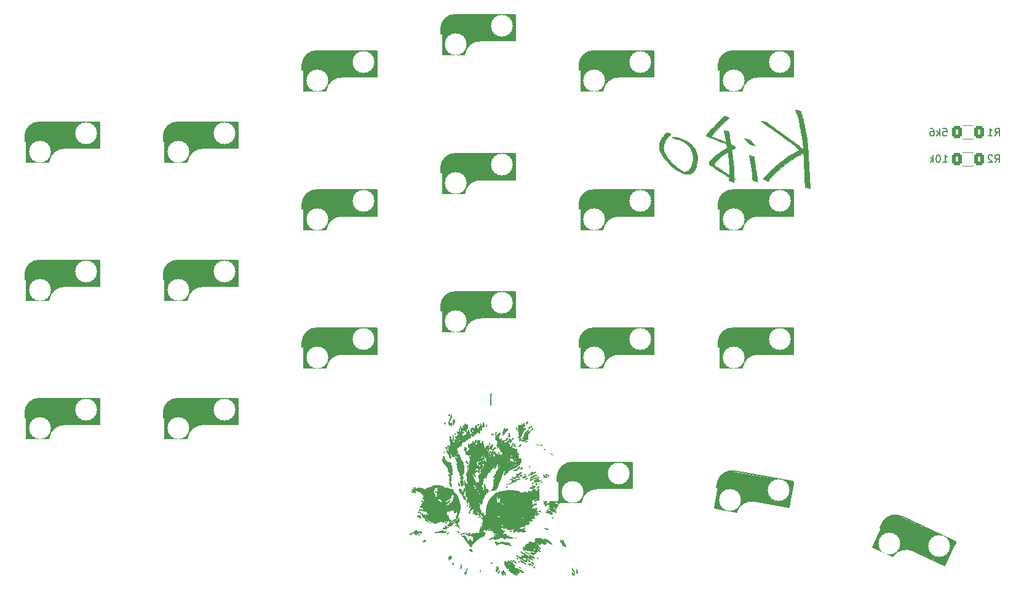
<source format=gbo>
%TF.GenerationSoftware,KiCad,Pcbnew,6.0.2+dfsg-1*%
%TF.CreationDate,2023-08-25T19:24:43+02:00*%
%TF.ProjectId,max,6d61782e-6b69-4636-9164-5f7063625858,rev1.0*%
%TF.SameCoordinates,Original*%
%TF.FileFunction,Legend,Bot*%
%TF.FilePolarity,Positive*%
%FSLAX46Y46*%
G04 Gerber Fmt 4.6, Leading zero omitted, Abs format (unit mm)*
G04 Created by KiCad (PCBNEW 6.0.2+dfsg-1) date 2023-08-25 19:24:43*
%MOMM*%
%LPD*%
G01*
G04 APERTURE LIST*
G04 Aperture macros list*
%AMRoundRect*
0 Rectangle with rounded corners*
0 $1 Rounding radius*
0 $2 $3 $4 $5 $6 $7 $8 $9 X,Y pos of 4 corners*
0 Add a 4 corners polygon primitive as box body*
4,1,4,$2,$3,$4,$5,$6,$7,$8,$9,$2,$3,0*
0 Add four circle primitives for the rounded corners*
1,1,$1+$1,$2,$3*
1,1,$1+$1,$4,$5*
1,1,$1+$1,$6,$7*
1,1,$1+$1,$8,$9*
0 Add four rect primitives between the rounded corners*
20,1,$1+$1,$2,$3,$4,$5,0*
20,1,$1+$1,$4,$5,$6,$7,0*
20,1,$1+$1,$6,$7,$8,$9,0*
20,1,$1+$1,$8,$9,$2,$3,0*%
%AMRotRect*
0 Rectangle, with rotation*
0 The origin of the aperture is its center*
0 $1 length*
0 $2 width*
0 $3 Rotation angle, in degrees counterclockwise*
0 Add horizontal line*
21,1,$1,$2,0,0,$3*%
G04 Aperture macros list end*
%ADD10C,0.150000*%
%ADD11C,0.300000*%
%ADD12C,3.500000*%
%ADD13C,0.500000*%
%ADD14C,1.000000*%
%ADD15C,3.000000*%
%ADD16C,0.800000*%
%ADD17C,0.400000*%
%ADD18C,0.010000*%
%ADD19C,0.120000*%
%ADD20C,1.900000*%
%ADD21C,3.000000*%
%ADD22C,4.100000*%
%ADD23R,2.550000X2.500000*%
%ADD24C,0.500000*%
%ADD25C,2.200000*%
%ADD26O,1.500000X1.500000*%
%ADD27O,1.800000X1.800000*%
%ADD28O,1.700000X1.700000*%
%ADD29R,1.700000X1.700000*%
%ADD30C,0.800000*%
%ADD31O,2.000000X1.600000*%
%ADD32C,1.397000*%
%ADD33R,1.397000X1.397000*%
%ADD34RotRect,2.550000X2.500000X155.000000*%
%ADD35RotRect,2.550000X2.500000X170.000000*%
%ADD36RoundRect,0.250000X0.400000X0.625000X-0.400000X0.625000X-0.400000X-0.625000X0.400000X-0.625000X0*%
%ADD37RoundRect,0.250000X-0.400000X-0.625000X0.400000X-0.625000X0.400000X0.625000X-0.400000X0.625000X0*%
G04 APERTURE END LIST*
D10*
%TO.C,R2*%
X196153066Y-64561980D02*
X196486400Y-64085790D01*
X196724495Y-64561980D02*
X196724495Y-63561980D01*
X196343542Y-63561980D01*
X196248304Y-63609600D01*
X196200685Y-63657219D01*
X196153066Y-63752457D01*
X196153066Y-63895314D01*
X196200685Y-63990552D01*
X196248304Y-64038171D01*
X196343542Y-64085790D01*
X196724495Y-64085790D01*
X195772114Y-63657219D02*
X195724495Y-63609600D01*
X195629257Y-63561980D01*
X195391161Y-63561980D01*
X195295923Y-63609600D01*
X195248304Y-63657219D01*
X195200685Y-63752457D01*
X195200685Y-63847695D01*
X195248304Y-63990552D01*
X195819733Y-64561980D01*
X195200685Y-64561980D01*
X189012438Y-64561980D02*
X189583866Y-64561980D01*
X189298152Y-64561980D02*
X189298152Y-63561980D01*
X189393390Y-63704838D01*
X189488628Y-63800076D01*
X189583866Y-63847695D01*
X188393390Y-63561980D02*
X188298152Y-63561980D01*
X188202914Y-63609600D01*
X188155295Y-63657219D01*
X188107676Y-63752457D01*
X188060057Y-63942933D01*
X188060057Y-64181028D01*
X188107676Y-64371504D01*
X188155295Y-64466742D01*
X188202914Y-64514361D01*
X188298152Y-64561980D01*
X188393390Y-64561980D01*
X188488628Y-64514361D01*
X188536247Y-64466742D01*
X188583866Y-64371504D01*
X188631485Y-64181028D01*
X188631485Y-63942933D01*
X188583866Y-63752457D01*
X188536247Y-63657219D01*
X188488628Y-63609600D01*
X188393390Y-63561980D01*
X187631485Y-64561980D02*
X187631485Y-63561980D01*
X187536247Y-64181028D02*
X187250533Y-64561980D01*
X187250533Y-63895314D02*
X187631485Y-64276266D01*
%TO.C,R1*%
X196153066Y-60904380D02*
X196486400Y-60428190D01*
X196724495Y-60904380D02*
X196724495Y-59904380D01*
X196343542Y-59904380D01*
X196248304Y-59952000D01*
X196200685Y-59999619D01*
X196153066Y-60094857D01*
X196153066Y-60237714D01*
X196200685Y-60332952D01*
X196248304Y-60380571D01*
X196343542Y-60428190D01*
X196724495Y-60428190D01*
X195200685Y-60904380D02*
X195772114Y-60904380D01*
X195486400Y-60904380D02*
X195486400Y-59904380D01*
X195581638Y-60047238D01*
X195676876Y-60142476D01*
X195772114Y-60190095D01*
X189009257Y-59904380D02*
X189485447Y-59904380D01*
X189533066Y-60380571D01*
X189485447Y-60332952D01*
X189390209Y-60285333D01*
X189152114Y-60285333D01*
X189056876Y-60332952D01*
X189009257Y-60380571D01*
X188961638Y-60475809D01*
X188961638Y-60713904D01*
X189009257Y-60809142D01*
X189056876Y-60856761D01*
X189152114Y-60904380D01*
X189390209Y-60904380D01*
X189485447Y-60856761D01*
X189533066Y-60809142D01*
X188533066Y-60904380D02*
X188533066Y-59904380D01*
X188437828Y-60523428D02*
X188152114Y-60904380D01*
X188152114Y-60237714D02*
X188533066Y-60618666D01*
X187294971Y-59904380D02*
X187485447Y-59904380D01*
X187580685Y-59952000D01*
X187628304Y-59999619D01*
X187723542Y-60142476D01*
X187771161Y-60332952D01*
X187771161Y-60713904D01*
X187723542Y-60809142D01*
X187675923Y-60856761D01*
X187580685Y-60904380D01*
X187390209Y-60904380D01*
X187294971Y-60856761D01*
X187247352Y-60809142D01*
X187199733Y-60713904D01*
X187199733Y-60475809D01*
X187247352Y-60380571D01*
X187294971Y-60332952D01*
X187390209Y-60285333D01*
X187580685Y-60285333D01*
X187675923Y-60332952D01*
X187723542Y-60380571D01*
X187771161Y-60475809D01*
%TO.C,K25*%
X168348240Y-90000000D02*
X168348240Y-87750000D01*
X158318240Y-88450000D02*
X158318240Y-92900000D01*
X158318240Y-92900000D02*
X161348240Y-92900000D01*
D11*
X158168240Y-89950000D02*
X158168240Y-89300000D01*
D10*
X163568240Y-91000000D02*
X168368240Y-91000000D01*
D12*
X166568240Y-89200000D02*
X159868240Y-89200000D01*
D13*
X168168240Y-90750000D02*
X166868240Y-90700000D01*
X158518240Y-92700000D02*
X160968240Y-92700000D01*
D10*
X158068240Y-89300000D02*
X158068240Y-90050000D01*
X168368240Y-87400000D02*
X160168239Y-87400000D01*
D14*
X167868240Y-88000000D02*
X167868240Y-90500000D01*
D15*
X159798240Y-88900000D02*
X159798240Y-91140000D01*
D10*
X158068240Y-90050000D02*
X158268240Y-90050000D01*
D16*
X158668240Y-92400000D02*
X158668240Y-90600001D01*
D10*
X168368240Y-91000000D02*
X168368240Y-87400000D01*
D17*
X168218240Y-87600000D02*
X166968240Y-87600000D01*
D10*
X160168239Y-87399999D02*
G75*
G03*
X158068240Y-89300001I-100000J-1999999D01*
G01*
D14*
X163168240Y-90600000D02*
G75*
G03*
X160951922Y-92478529I-65001J-2169999D01*
G01*
D10*
X163568240Y-91000000D02*
G75*
G03*
X161351922Y-92878529I-65001J-2169999D01*
G01*
D11*
%TO.C,K24*%
X139000389Y-89950000D02*
X139000389Y-89300000D01*
D13*
X139350389Y-92700000D02*
X141800389Y-92700000D01*
D16*
X139500389Y-92400000D02*
X139500389Y-90600001D01*
D14*
X148700389Y-88000000D02*
X148700389Y-90500000D01*
D10*
X149200389Y-87400000D02*
X141000388Y-87400000D01*
D12*
X147400389Y-89200000D02*
X140700389Y-89200000D01*
D10*
X138900389Y-89300000D02*
X138900389Y-90050000D01*
D17*
X149050389Y-87600000D02*
X147800389Y-87600000D01*
D10*
X139150389Y-88450000D02*
X139150389Y-92900000D01*
X138900389Y-90050000D02*
X139100389Y-90050000D01*
X149180389Y-90000000D02*
X149180389Y-87750000D01*
X139150389Y-92900000D02*
X142180389Y-92900000D01*
X144400389Y-91000000D02*
X149200389Y-91000000D01*
D13*
X149000389Y-90750000D02*
X147700389Y-90700000D01*
D15*
X140630389Y-88900000D02*
X140630389Y-91140000D01*
D10*
X149200389Y-91000000D02*
X149200389Y-87400000D01*
X141000388Y-87399999D02*
G75*
G03*
X138900389Y-89300001I-100000J-1999999D01*
G01*
X144400389Y-91000000D02*
G75*
G03*
X142184071Y-92878529I-65001J-2169999D01*
G01*
D14*
X144000389Y-90600000D02*
G75*
G03*
X141784071Y-92478529I-65001J-2169999D01*
G01*
D10*
%TO.C,K13*%
X130154008Y-66953317D02*
X130154008Y-63353317D01*
X120104008Y-64403317D02*
X120104008Y-68853317D01*
X120104008Y-68853317D02*
X123134008Y-68853317D01*
D17*
X130004008Y-63553317D02*
X128754008Y-63553317D01*
D10*
X119854008Y-65253317D02*
X119854008Y-66003317D01*
D15*
X121584008Y-64853317D02*
X121584008Y-67093317D01*
D12*
X128354008Y-65153317D02*
X121654008Y-65153317D01*
D14*
X129654008Y-63953317D02*
X129654008Y-66453317D01*
D16*
X120454008Y-68353317D02*
X120454008Y-66553318D01*
D11*
X119954008Y-65903317D02*
X119954008Y-65253317D01*
D10*
X130154008Y-63353317D02*
X121954007Y-63353317D01*
D13*
X120304008Y-68653317D02*
X122754008Y-68653317D01*
D10*
X130134008Y-65953317D02*
X130134008Y-63703317D01*
X119854008Y-66003317D02*
X120054008Y-66003317D01*
D13*
X129954008Y-66703317D02*
X128654008Y-66653317D01*
D10*
X125354008Y-66953317D02*
X130154008Y-66953317D01*
D14*
X124954008Y-66553317D02*
G75*
G03*
X122737690Y-68431846I-65001J-2169999D01*
G01*
D10*
X125354008Y-66953317D02*
G75*
G03*
X123137690Y-68831846I-65001J-2169999D01*
G01*
X121954007Y-63353316D02*
G75*
G03*
X119854008Y-65253318I-100000J-1999999D01*
G01*
D11*
%TO.C,K2*%
X81762966Y-61554957D02*
X81762966Y-60904957D01*
D12*
X90162966Y-60804957D02*
X83462966Y-60804957D01*
D14*
X91462966Y-59604957D02*
X91462966Y-62104957D01*
D16*
X82262966Y-64004957D02*
X82262966Y-62204958D01*
D10*
X81912966Y-60054957D02*
X81912966Y-64504957D01*
X81662966Y-61654957D02*
X81862966Y-61654957D01*
D17*
X91812966Y-59204957D02*
X90562966Y-59204957D01*
D13*
X82112966Y-64304957D02*
X84562966Y-64304957D01*
D10*
X87162966Y-62604957D02*
X91962966Y-62604957D01*
X91962966Y-59004957D02*
X83762965Y-59004957D01*
D13*
X91762966Y-62354957D02*
X90462966Y-62304957D01*
D15*
X83392966Y-60504957D02*
X83392966Y-62744957D01*
D10*
X91962966Y-62604957D02*
X91962966Y-59004957D01*
X91942966Y-61604957D02*
X91942966Y-59354957D01*
X81662966Y-60904957D02*
X81662966Y-61654957D01*
X81912966Y-64504957D02*
X84942966Y-64504957D01*
X83762965Y-59004956D02*
G75*
G03*
X81662966Y-60904958I-100000J-1999999D01*
G01*
X87162966Y-62604957D02*
G75*
G03*
X84946648Y-64483486I-65001J-2169999D01*
G01*
D14*
X86762966Y-62204957D02*
G75*
G03*
X84546648Y-64083486I-65001J-2169999D01*
G01*
%TO.C,K21*%
X91462966Y-97704957D02*
X91462966Y-100204957D01*
D10*
X81912966Y-98154957D02*
X81912966Y-102604957D01*
X81662966Y-99004957D02*
X81662966Y-99754957D01*
X81662966Y-99754957D02*
X81862966Y-99754957D01*
X87162966Y-100704957D02*
X91962966Y-100704957D01*
D12*
X90162966Y-98904957D02*
X83462966Y-98904957D01*
D16*
X82262966Y-102104957D02*
X82262966Y-100304958D01*
D13*
X91762966Y-100454957D02*
X90462966Y-100404957D01*
X82112966Y-102404957D02*
X84562966Y-102404957D01*
D10*
X91942966Y-99704957D02*
X91942966Y-97454957D01*
X81912966Y-102604957D02*
X84942966Y-102604957D01*
X91962966Y-100704957D02*
X91962966Y-97104957D01*
D17*
X91812966Y-97304957D02*
X90562966Y-97304957D01*
D10*
X91962966Y-97104957D02*
X83762965Y-97104957D01*
D15*
X83392966Y-98604957D02*
X83392966Y-100844957D01*
D11*
X81762966Y-99654957D02*
X81762966Y-99004957D01*
D10*
X83762965Y-97104956D02*
G75*
G03*
X81662966Y-99004958I-100000J-1999999D01*
G01*
X87162966Y-100704957D02*
G75*
G03*
X84946648Y-102583486I-65001J-2169999D01*
G01*
D14*
X86762966Y-100304957D02*
G75*
G03*
X84546648Y-102183486I-65001J-2169999D01*
G01*
D17*
%TO.C,K10*%
X72762966Y-78254957D02*
X71512966Y-78254957D01*
D13*
X63062966Y-83354957D02*
X65512966Y-83354957D01*
D10*
X72912966Y-81654957D02*
X72912966Y-78054957D01*
D14*
X72412966Y-78654957D02*
X72412966Y-81154957D01*
D10*
X62612966Y-79954957D02*
X62612966Y-80704957D01*
D12*
X71112966Y-79854957D02*
X64412966Y-79854957D01*
D16*
X63212966Y-83054957D02*
X63212966Y-81254958D01*
D11*
X62712966Y-80604957D02*
X62712966Y-79954957D01*
D10*
X62612966Y-80704957D02*
X62812966Y-80704957D01*
X72912966Y-78054957D02*
X64712965Y-78054957D01*
X68112966Y-81654957D02*
X72912966Y-81654957D01*
D15*
X64342966Y-79554957D02*
X64342966Y-81794957D01*
D13*
X72712966Y-81404957D02*
X71412966Y-81354957D01*
D10*
X72892966Y-80654957D02*
X72892966Y-78404957D01*
X62862966Y-83554957D02*
X65892966Y-83554957D01*
X62862966Y-79104957D02*
X62862966Y-83554957D01*
X68112966Y-81654957D02*
G75*
G03*
X65896648Y-83533486I-65001J-2169999D01*
G01*
D14*
X67712966Y-81254957D02*
G75*
G03*
X65496648Y-83133486I-65001J-2169999D01*
G01*
D10*
X64712965Y-78054956D02*
G75*
G03*
X62612966Y-79954958I-100000J-1999999D01*
G01*
%TO.C,K04*%
X139150389Y-50238342D02*
X139150389Y-54688342D01*
X144400389Y-52788342D02*
X149200389Y-52788342D01*
X149200389Y-49188342D02*
X141000388Y-49188342D01*
D15*
X140630389Y-50688342D02*
X140630389Y-52928342D01*
D10*
X138900389Y-51088342D02*
X138900389Y-51838342D01*
D13*
X149000389Y-52538342D02*
X147700389Y-52488342D01*
D10*
X149180389Y-51788342D02*
X149180389Y-49538342D01*
D14*
X148700389Y-49788342D02*
X148700389Y-52288342D01*
D12*
X147400389Y-50988342D02*
X140700389Y-50988342D01*
D16*
X139500389Y-54188342D02*
X139500389Y-52388343D01*
D17*
X149050389Y-49388342D02*
X147800389Y-49388342D01*
D10*
X149200389Y-52788342D02*
X149200389Y-49188342D01*
X139150389Y-54688342D02*
X142180389Y-54688342D01*
X138900389Y-51838342D02*
X139100389Y-51838342D01*
D13*
X139350389Y-54488342D02*
X141800389Y-54488342D01*
D11*
X139000389Y-51738342D02*
X139000389Y-51088342D01*
D10*
X141000388Y-49188341D02*
G75*
G03*
X138900389Y-51088343I-100000J-1999999D01*
G01*
D14*
X144000389Y-52388342D02*
G75*
G03*
X141784071Y-54266871I-65001J-2169999D01*
G01*
D10*
X144400389Y-52788342D02*
G75*
G03*
X142184071Y-54666871I-65001J-2169999D01*
G01*
%TO.C,K22*%
X101030000Y-88450000D02*
X101030000Y-92900000D01*
D13*
X101230000Y-92700000D02*
X103680000Y-92700000D01*
D14*
X110580000Y-88000000D02*
X110580000Y-90500000D01*
D15*
X102510000Y-88900000D02*
X102510000Y-91140000D01*
D10*
X111080000Y-91000000D02*
X111080000Y-87400000D01*
D13*
X110880000Y-90750000D02*
X109580000Y-90700000D01*
D10*
X106280000Y-91000000D02*
X111080000Y-91000000D01*
X101030000Y-92900000D02*
X104060000Y-92900000D01*
D12*
X109280000Y-89200000D02*
X102580000Y-89200000D01*
D17*
X110930000Y-87600000D02*
X109680000Y-87600000D01*
D10*
X100780000Y-90050000D02*
X100980000Y-90050000D01*
X111060000Y-90000000D02*
X111060000Y-87750000D01*
X111080000Y-87400000D02*
X102879999Y-87400000D01*
X100780000Y-89300000D02*
X100780000Y-90050000D01*
D16*
X101380000Y-92400000D02*
X101380000Y-90600001D01*
D11*
X100880000Y-89950000D02*
X100880000Y-89300000D01*
D14*
X105880000Y-90600000D02*
G75*
G03*
X103663682Y-92478529I-65001J-2169999D01*
G01*
D10*
X106280000Y-91000000D02*
G75*
G03*
X104063682Y-92878529I-65001J-2169999D01*
G01*
X102879999Y-87399999D02*
G75*
G03*
X100780000Y-89300001I-100000J-1999999D01*
G01*
D17*
%TO.C,K30*%
X146060733Y-106135102D02*
X144810733Y-106135102D01*
D10*
X136160733Y-106985102D02*
X136160733Y-111435102D01*
X146210733Y-105935102D02*
X138010732Y-105935102D01*
D14*
X145710733Y-106535102D02*
X145710733Y-109035102D01*
D16*
X136510733Y-110935102D02*
X136510733Y-109135103D01*
D13*
X136360733Y-111235102D02*
X138810733Y-111235102D01*
D11*
X136010733Y-108485102D02*
X136010733Y-107835102D01*
D10*
X146210733Y-109535102D02*
X146210733Y-105935102D01*
D12*
X144410733Y-107735102D02*
X137710733Y-107735102D01*
D15*
X137640733Y-107435102D02*
X137640733Y-109675102D01*
D10*
X146190733Y-108535102D02*
X146190733Y-106285102D01*
X141410733Y-109535102D02*
X146210733Y-109535102D01*
D13*
X146010733Y-109285102D02*
X144710733Y-109235102D01*
D10*
X136160733Y-111435102D02*
X139190733Y-111435102D01*
X135910733Y-108585102D02*
X136110733Y-108585102D01*
X135910733Y-107835102D02*
X135910733Y-108585102D01*
X141410733Y-109535102D02*
G75*
G03*
X139194415Y-111413631I-65001J-2169999D01*
G01*
X138010732Y-105935101D02*
G75*
G03*
X135910733Y-107835103I-100000J-1999999D01*
G01*
D14*
X141010733Y-109135102D02*
G75*
G03*
X138794415Y-111013631I-65001J-2169999D01*
G01*
D17*
%TO.C,K00*%
X72762966Y-59204957D02*
X71512966Y-59204957D01*
D10*
X72892966Y-61604957D02*
X72892966Y-59354957D01*
D13*
X63062966Y-64304957D02*
X65512966Y-64304957D01*
D10*
X72912966Y-62604957D02*
X72912966Y-59004957D01*
X62862966Y-64504957D02*
X65892966Y-64504957D01*
X72912966Y-59004957D02*
X64712965Y-59004957D01*
X62612966Y-60904957D02*
X62612966Y-61654957D01*
D12*
X71112966Y-60804957D02*
X64412966Y-60804957D01*
D10*
X68112966Y-62604957D02*
X72912966Y-62604957D01*
X62612966Y-61654957D02*
X62812966Y-61654957D01*
D11*
X62712966Y-61554957D02*
X62712966Y-60904957D01*
D15*
X64342966Y-60504957D02*
X64342966Y-62744957D01*
D16*
X63212966Y-64004957D02*
X63212966Y-62204958D01*
D10*
X62862966Y-60054957D02*
X62862966Y-64504957D01*
D14*
X72412966Y-59604957D02*
X72412966Y-62104957D01*
D13*
X72712966Y-62354957D02*
X71412966Y-62304957D01*
D14*
X67712966Y-62204957D02*
G75*
G03*
X65496648Y-64083486I-65001J-2169999D01*
G01*
D10*
X68112966Y-62604957D02*
G75*
G03*
X65896648Y-64483486I-65001J-2169999D01*
G01*
X64712965Y-59004956D02*
G75*
G03*
X62612966Y-60904958I-100000J-1999999D01*
G01*
D15*
%TO.C,K03*%
X121584008Y-45688342D02*
X121584008Y-47928342D01*
D10*
X130154008Y-44188342D02*
X121954007Y-44188342D01*
X125354008Y-47788342D02*
X130154008Y-47788342D01*
D12*
X128354008Y-45988342D02*
X121654008Y-45988342D01*
D10*
X119854008Y-46088342D02*
X119854008Y-46838342D01*
X120104008Y-45238342D02*
X120104008Y-49688342D01*
D17*
X130004008Y-44388342D02*
X128754008Y-44388342D01*
D10*
X130134008Y-46788342D02*
X130134008Y-44538342D01*
D14*
X129654008Y-44788342D02*
X129654008Y-47288342D01*
D10*
X119854008Y-46838342D02*
X120054008Y-46838342D01*
D11*
X119954008Y-46738342D02*
X119954008Y-46088342D01*
D13*
X129954008Y-47538342D02*
X128654008Y-47488342D01*
D16*
X120454008Y-49188342D02*
X120454008Y-47388343D01*
D13*
X120304008Y-49488342D02*
X122754008Y-49488342D01*
D10*
X130154008Y-47788342D02*
X130154008Y-44188342D01*
X120104008Y-49688342D02*
X123134008Y-49688342D01*
X121954007Y-44188341D02*
G75*
G03*
X119854008Y-46088343I-100000J-1999999D01*
G01*
X125354008Y-47788342D02*
G75*
G03*
X123137690Y-49666871I-65001J-2169999D01*
G01*
D14*
X124954008Y-47388342D02*
G75*
G03*
X122737690Y-49266871I-65001J-2169999D01*
G01*
D15*
%TO.C,K02*%
X102510000Y-50688342D02*
X102510000Y-52928342D01*
D14*
X110580000Y-49788342D02*
X110580000Y-52288342D01*
D16*
X101380000Y-54188342D02*
X101380000Y-52388343D01*
D10*
X111060000Y-51788342D02*
X111060000Y-49538342D01*
D12*
X109280000Y-50988342D02*
X102580000Y-50988342D01*
D10*
X101030000Y-54688342D02*
X104060000Y-54688342D01*
D17*
X110930000Y-49388342D02*
X109680000Y-49388342D01*
D10*
X100780000Y-51838342D02*
X100980000Y-51838342D01*
X100780000Y-51088342D02*
X100780000Y-51838342D01*
X111080000Y-49188342D02*
X102879999Y-49188342D01*
D13*
X110880000Y-52538342D02*
X109580000Y-52488342D01*
X101230000Y-54488342D02*
X103680000Y-54488342D01*
D10*
X106280000Y-52788342D02*
X111080000Y-52788342D01*
X101030000Y-50238342D02*
X101030000Y-54688342D01*
X111080000Y-52788342D02*
X111080000Y-49188342D01*
D11*
X100880000Y-51738342D02*
X100880000Y-51088342D01*
D10*
X102879999Y-49188341D02*
G75*
G03*
X100780000Y-51088343I-100000J-1999999D01*
G01*
X106280000Y-52788342D02*
G75*
G03*
X104063682Y-54666871I-65001J-2169999D01*
G01*
D14*
X105880000Y-52388342D02*
G75*
G03*
X103663682Y-54266871I-65001J-2169999D01*
G01*
D10*
%TO.C,K12*%
X100780000Y-70253317D02*
X100780000Y-71003317D01*
X111080000Y-68353317D02*
X102879999Y-68353317D01*
D14*
X110580000Y-68953317D02*
X110580000Y-71453317D01*
D15*
X102510000Y-69853317D02*
X102510000Y-72093317D01*
D10*
X111060000Y-70953317D02*
X111060000Y-68703317D01*
D17*
X110930000Y-68553317D02*
X109680000Y-68553317D01*
D16*
X101380000Y-73353317D02*
X101380000Y-71553318D01*
D10*
X100780000Y-71003317D02*
X100980000Y-71003317D01*
X111080000Y-71953317D02*
X111080000Y-68353317D01*
D11*
X100880000Y-70903317D02*
X100880000Y-70253317D01*
D10*
X101030000Y-73853317D02*
X104060000Y-73853317D01*
X101030000Y-69403317D02*
X101030000Y-73853317D01*
X106280000Y-71953317D02*
X111080000Y-71953317D01*
D13*
X110880000Y-71703317D02*
X109580000Y-71653317D01*
X101230000Y-73653317D02*
X103680000Y-73653317D01*
D12*
X109280000Y-70153317D02*
X102580000Y-70153317D01*
D10*
X102879999Y-68353316D02*
G75*
G03*
X100780000Y-70253318I-100000J-1999999D01*
G01*
D14*
X105880000Y-71553317D02*
G75*
G03*
X103663682Y-73431846I-65001J-2169999D01*
G01*
D10*
X106280000Y-71953317D02*
G75*
G03*
X104063682Y-73831846I-65001J-2169999D01*
G01*
%TO.C,K14*%
X138900389Y-70253317D02*
X138900389Y-71003317D01*
X139150389Y-69403317D02*
X139150389Y-73853317D01*
D13*
X139350389Y-73653317D02*
X141800389Y-73653317D01*
D10*
X138900389Y-71003317D02*
X139100389Y-71003317D01*
X149180389Y-70953317D02*
X149180389Y-68703317D01*
D16*
X139500389Y-73353317D02*
X139500389Y-71553318D01*
D10*
X139150389Y-73853317D02*
X142180389Y-73853317D01*
D17*
X149050389Y-68553317D02*
X147800389Y-68553317D01*
D10*
X149200389Y-71953317D02*
X149200389Y-68353317D01*
D15*
X140630389Y-69853317D02*
X140630389Y-72093317D01*
D13*
X149000389Y-71703317D02*
X147700389Y-71653317D01*
D10*
X149200389Y-68353317D02*
X141000388Y-68353317D01*
D14*
X148700389Y-68953317D02*
X148700389Y-71453317D01*
D11*
X139000389Y-70903317D02*
X139000389Y-70253317D01*
D12*
X147400389Y-70153317D02*
X140700389Y-70153317D01*
D10*
X144400389Y-71953317D02*
X149200389Y-71953317D01*
X141000388Y-68353316D02*
G75*
G03*
X138900389Y-70253318I-100000J-1999999D01*
G01*
D14*
X144000389Y-71553317D02*
G75*
G03*
X141784071Y-73431846I-65001J-2169999D01*
G01*
D10*
X144400389Y-71953317D02*
G75*
G03*
X142184071Y-73831846I-65001J-2169999D01*
G01*
%TO.C,K20*%
X72892966Y-99704957D02*
X72892966Y-97454957D01*
D16*
X63212966Y-102104957D02*
X63212966Y-100304958D01*
D10*
X62612966Y-99004957D02*
X62612966Y-99754957D01*
X68112966Y-100704957D02*
X72912966Y-100704957D01*
D11*
X62712966Y-99654957D02*
X62712966Y-99004957D01*
D10*
X62862966Y-102604957D02*
X65892966Y-102604957D01*
D12*
X71112966Y-98904957D02*
X64412966Y-98904957D01*
D10*
X62862966Y-98154957D02*
X62862966Y-102604957D01*
D17*
X72762966Y-97304957D02*
X71512966Y-97304957D01*
D10*
X72912966Y-97104957D02*
X64712965Y-97104957D01*
D13*
X63062966Y-102404957D02*
X65512966Y-102404957D01*
D10*
X62612966Y-99754957D02*
X62812966Y-99754957D01*
D13*
X72712966Y-100454957D02*
X71412966Y-100404957D01*
D14*
X72412966Y-97704957D02*
X72412966Y-100204957D01*
D15*
X64342966Y-98604957D02*
X64342966Y-100844957D01*
D10*
X72912966Y-100704957D02*
X72912966Y-97104957D01*
D14*
X67712966Y-100304957D02*
G75*
G03*
X65496648Y-102183486I-65001J-2169999D01*
G01*
D10*
X64712965Y-97104956D02*
G75*
G03*
X62612966Y-99004958I-100000J-1999999D01*
G01*
X68112966Y-100704957D02*
G75*
G03*
X65896648Y-102583486I-65001J-2169999D01*
G01*
%TO.C,K11*%
X87162966Y-81654957D02*
X91962966Y-81654957D01*
D11*
X81762966Y-80604957D02*
X81762966Y-79954957D01*
D10*
X81912966Y-83554957D02*
X84942966Y-83554957D01*
D13*
X82112966Y-83354957D02*
X84562966Y-83354957D01*
D17*
X91812966Y-78254957D02*
X90562966Y-78254957D01*
D13*
X91762966Y-81404957D02*
X90462966Y-81354957D01*
D10*
X91942966Y-80654957D02*
X91942966Y-78404957D01*
D15*
X83392966Y-79554957D02*
X83392966Y-81794957D01*
D10*
X91962966Y-78054957D02*
X83762965Y-78054957D01*
D14*
X91462966Y-78654957D02*
X91462966Y-81154957D01*
D10*
X81662966Y-79954957D02*
X81662966Y-80704957D01*
X91962966Y-81654957D02*
X91962966Y-78054957D01*
D12*
X90162966Y-79854957D02*
X83462966Y-79854957D01*
D10*
X81662966Y-80704957D02*
X81862966Y-80704957D01*
D16*
X82262966Y-83054957D02*
X82262966Y-81254958D01*
D10*
X81912966Y-79104957D02*
X81912966Y-83554957D01*
X83762965Y-78054956D02*
G75*
G03*
X81662966Y-79954958I-100000J-1999999D01*
G01*
X87162966Y-81654957D02*
G75*
G03*
X84946648Y-83533486I-65001J-2169999D01*
G01*
D14*
X86762966Y-81254957D02*
G75*
G03*
X84546648Y-83133486I-65001J-2169999D01*
G01*
D15*
%TO.C,K15*%
X159798240Y-69853317D02*
X159798240Y-72093317D01*
D10*
X168368240Y-71953317D02*
X168368240Y-68353317D01*
X168348240Y-70953317D02*
X168348240Y-68703317D01*
D12*
X166568240Y-70153317D02*
X159868240Y-70153317D01*
D13*
X158518240Y-73653317D02*
X160968240Y-73653317D01*
D10*
X158068240Y-71003317D02*
X158268240Y-71003317D01*
D11*
X158168240Y-70903317D02*
X158168240Y-70253317D01*
D17*
X168218240Y-68553317D02*
X166968240Y-68553317D01*
D10*
X168368240Y-68353317D02*
X160168239Y-68353317D01*
D16*
X158668240Y-73353317D02*
X158668240Y-71553318D01*
D10*
X163568240Y-71953317D02*
X168368240Y-71953317D01*
X158318240Y-73853317D02*
X161348240Y-73853317D01*
X158068240Y-70253317D02*
X158068240Y-71003317D01*
D14*
X167868240Y-68953317D02*
X167868240Y-71453317D01*
D13*
X168168240Y-71703317D02*
X166868240Y-71653317D01*
D10*
X158318240Y-69403317D02*
X158318240Y-73853317D01*
D14*
X163168240Y-71553317D02*
G75*
G03*
X160951922Y-73431846I-65001J-2169999D01*
G01*
D10*
X163568240Y-71953317D02*
G75*
G03*
X161351922Y-73831846I-65001J-2169999D01*
G01*
X160168239Y-68353316D02*
G75*
G03*
X158068240Y-70253318I-100000J-1999999D01*
G01*
D13*
%TO.C,K32*%
X179610026Y-117518530D02*
X181830480Y-118553945D01*
D12*
X188384968Y-117748530D02*
X182312706Y-114916988D01*
D13*
X189180002Y-119829496D02*
X188022933Y-119234777D01*
D10*
X189660101Y-119225837D02*
X190610992Y-117186644D01*
D11*
X180455019Y-114878268D02*
X180729721Y-114289167D01*
D10*
X190777035Y-116877889D02*
X183345310Y-113412419D01*
X180322126Y-114926636D02*
X180503388Y-115011160D01*
X180639090Y-114246906D02*
X180322126Y-114926636D01*
D14*
X190070310Y-117210364D02*
X189013764Y-119476134D01*
D10*
X181224892Y-113582199D02*
X179344241Y-117615268D01*
X179344241Y-117615268D02*
X182090354Y-118895802D01*
X189255609Y-120140597D02*
X190777035Y-116877889D01*
D16*
X179872758Y-117310031D02*
X180633470Y-115678678D01*
D10*
X184905332Y-118112029D02*
X189255609Y-120140597D01*
D15*
X182376050Y-114615512D02*
X181429385Y-116645642D01*
D17*
X190556565Y-116995758D02*
X189423680Y-116467485D01*
D14*
X184711856Y-117580459D02*
G75*
G03*
X181909289Y-118346328I-975992J-1939216D01*
G01*
D10*
X184905332Y-118112029D02*
G75*
G03*
X182102765Y-118877898I-975992J-1939217D01*
G01*
X183345311Y-113412417D02*
G75*
G03*
X180639089Y-114246907I-935867J-1770354D01*
G01*
%TO.C,K23*%
X130154008Y-86000000D02*
X130154008Y-82400000D01*
D12*
X128354008Y-84200000D02*
X121654008Y-84200000D01*
D15*
X121584008Y-83900000D02*
X121584008Y-86140000D01*
D10*
X125354008Y-86000000D02*
X130154008Y-86000000D01*
X120104008Y-83450000D02*
X120104008Y-87900000D01*
X130154008Y-82400000D02*
X121954007Y-82400000D01*
D13*
X120304008Y-87700000D02*
X122754008Y-87700000D01*
D14*
X129654008Y-83000000D02*
X129654008Y-85500000D01*
D17*
X130004008Y-82600000D02*
X128754008Y-82600000D01*
D16*
X120454008Y-87400000D02*
X120454008Y-85600001D01*
D11*
X119954008Y-84950000D02*
X119954008Y-84300000D01*
D10*
X119854008Y-84300000D02*
X119854008Y-85050000D01*
X120104008Y-87900000D02*
X123134008Y-87900000D01*
X119854008Y-85050000D02*
X120054008Y-85050000D01*
D13*
X129954008Y-85750000D02*
X128654008Y-85700000D01*
D10*
X130134008Y-85000000D02*
X130134008Y-82750000D01*
D14*
X124954008Y-85600000D02*
G75*
G03*
X122737690Y-87478529I-65001J-2169999D01*
G01*
D10*
X121954007Y-82399999D02*
G75*
G03*
X119854008Y-84300001I-100000J-1999999D01*
G01*
X125354008Y-86000000D02*
G75*
G03*
X123137690Y-87878529I-65001J-2169999D01*
G01*
D12*
%TO.C,K05*%
X166568240Y-50988342D02*
X159868240Y-50988342D01*
D10*
X158068240Y-51838342D02*
X158268240Y-51838342D01*
D13*
X158518240Y-54488342D02*
X160968240Y-54488342D01*
D10*
X158318240Y-50238342D02*
X158318240Y-54688342D01*
X168348240Y-51788342D02*
X168348240Y-49538342D01*
X163568240Y-52788342D02*
X168368240Y-52788342D01*
X168368240Y-52788342D02*
X168368240Y-49188342D01*
D11*
X158168240Y-51738342D02*
X158168240Y-51088342D01*
D15*
X159798240Y-50688342D02*
X159798240Y-52928342D01*
D10*
X168368240Y-49188342D02*
X160168239Y-49188342D01*
D17*
X168218240Y-49388342D02*
X166968240Y-49388342D01*
D14*
X167868240Y-49788342D02*
X167868240Y-52288342D01*
D16*
X158668240Y-54188342D02*
X158668240Y-52388343D01*
D10*
X158318240Y-54688342D02*
X161348240Y-54688342D01*
D13*
X168168240Y-52538342D02*
X166868240Y-52488342D01*
D10*
X158068240Y-51088342D02*
X158068240Y-51838342D01*
X163568240Y-52788342D02*
G75*
G03*
X161351922Y-54666871I-65001J-2169999D01*
G01*
X160168239Y-49188341D02*
G75*
G03*
X158068240Y-51088343I-100000J-1999999D01*
G01*
D14*
X163168240Y-52388342D02*
G75*
G03*
X160951922Y-54266871I-65001J-2169999D01*
G01*
D10*
%TO.C,K31*%
X168440109Y-108572006D02*
X160364685Y-107148091D01*
X158360461Y-107860890D02*
X157587726Y-112243284D01*
X157966658Y-108654564D02*
X157836422Y-109393170D01*
D14*
X167843516Y-109076066D02*
X167409396Y-111538086D01*
D12*
X166354888Y-110032093D02*
X159756676Y-108868650D01*
D16*
X158019233Y-111811657D02*
X158331800Y-110039004D01*
D10*
X157836422Y-109393170D02*
X158033383Y-109427900D01*
D15*
X159739834Y-108561053D02*
X159350862Y-110767022D01*
D13*
X167661426Y-111836382D02*
X166389858Y-111561399D01*
D17*
X168257658Y-108742920D02*
X167026649Y-108525860D01*
D10*
X163087898Y-111283802D02*
X167814976Y-112117314D01*
D11*
X157952267Y-109312054D02*
X158065138Y-108671929D01*
D10*
X167968928Y-111129033D02*
X168359636Y-108913216D01*
X157587726Y-112243284D02*
X160571694Y-112769438D01*
D13*
X157819417Y-112081052D02*
X160232196Y-112506490D01*
D10*
X167814976Y-112117314D02*
X168440109Y-108572006D01*
D14*
X162763435Y-110820420D02*
G75*
G03*
X160254584Y-112285550I-440830J-2125745D01*
G01*
D10*
X160364685Y-107148091D02*
G75*
G03*
X157966658Y-108654565I-445779J-1952247D01*
G01*
X163087898Y-111283802D02*
G75*
G03*
X160579048Y-112748933I-440829J-2125745D01*
G01*
D18*
%TO.C,Ref\u002A\u002A*%
X135766515Y-112263969D02*
X135750543Y-112286527D01*
X135750543Y-112286527D02*
X135770083Y-112318200D01*
X135770083Y-112318200D02*
X135824097Y-112353807D01*
X135824097Y-112353807D02*
X135840202Y-112361517D01*
X135840202Y-112361517D02*
X135906177Y-112384933D01*
X135906177Y-112384933D02*
X135974190Y-112398962D01*
X135974190Y-112398962D02*
X136033584Y-112402896D01*
X136033584Y-112402896D02*
X136073702Y-112396022D01*
X136073702Y-112396022D02*
X136083934Y-112377767D01*
X136083934Y-112377767D02*
X136057376Y-112348789D01*
X136057376Y-112348789D02*
X136003386Y-112315824D01*
X136003386Y-112315824D02*
X135935601Y-112285153D01*
X135935601Y-112285153D02*
X135867657Y-112263062D01*
X135867657Y-112263062D02*
X135819036Y-112255710D01*
X135819036Y-112255710D02*
X135766515Y-112263969D01*
X135766515Y-112263969D02*
X135766515Y-112263969D01*
G36*
X135867657Y-112263062D02*
G01*
X135935601Y-112285153D01*
X136003386Y-112315824D01*
X136057376Y-112348789D01*
X136083934Y-112377767D01*
X136073702Y-112396022D01*
X136033584Y-112402896D01*
X135974190Y-112398962D01*
X135906177Y-112384933D01*
X135840202Y-112361517D01*
X135824097Y-112353807D01*
X135770083Y-112318200D01*
X135750543Y-112286527D01*
X135766515Y-112263969D01*
X135819036Y-112255710D01*
X135867657Y-112263062D01*
G37*
X135867657Y-112263062D02*
X135935601Y-112285153D01*
X136003386Y-112315824D01*
X136057376Y-112348789D01*
X136083934Y-112377767D01*
X136073702Y-112396022D01*
X136033584Y-112402896D01*
X135974190Y-112398962D01*
X135906177Y-112384933D01*
X135840202Y-112361517D01*
X135824097Y-112353807D01*
X135770083Y-112318200D01*
X135750543Y-112286527D01*
X135766515Y-112263969D01*
X135819036Y-112255710D01*
X135867657Y-112263062D01*
X116207379Y-110013180D02*
X116199718Y-110019336D01*
X116199718Y-110019336D02*
X116161560Y-110063108D01*
X116161560Y-110063108D02*
X116163717Y-110094046D01*
X116163717Y-110094046D02*
X116206149Y-110112096D01*
X116206149Y-110112096D02*
X116278160Y-110117280D01*
X116278160Y-110117280D02*
X116341551Y-110114807D01*
X116341551Y-110114807D02*
X116372952Y-110104807D01*
X116372952Y-110104807D02*
X116382546Y-110083411D01*
X116382546Y-110083411D02*
X116382744Y-110077539D01*
X116382744Y-110077539D02*
X116365731Y-110024026D01*
X116365731Y-110024026D02*
X116322762Y-109992896D01*
X116322762Y-109992896D02*
X116265943Y-109987997D01*
X116265943Y-109987997D02*
X116207379Y-110013180D01*
X116207379Y-110013180D02*
X116207379Y-110013180D01*
G36*
X116322762Y-109992896D02*
G01*
X116365731Y-110024026D01*
X116382744Y-110077539D01*
X116382546Y-110083411D01*
X116372952Y-110104807D01*
X116341551Y-110114807D01*
X116278160Y-110117280D01*
X116206149Y-110112096D01*
X116163717Y-110094046D01*
X116161560Y-110063108D01*
X116199718Y-110019336D01*
X116207379Y-110013180D01*
X116265943Y-109987997D01*
X116322762Y-109992896D01*
G37*
X116322762Y-109992896D02*
X116365731Y-110024026D01*
X116382744Y-110077539D01*
X116382546Y-110083411D01*
X116372952Y-110104807D01*
X116341551Y-110114807D01*
X116278160Y-110117280D01*
X116206149Y-110112096D01*
X116163717Y-110094046D01*
X116161560Y-110063108D01*
X116199718Y-110019336D01*
X116207379Y-110013180D01*
X116265943Y-109987997D01*
X116322762Y-109992896D01*
X120098828Y-105380025D02*
X120088660Y-105399500D01*
X120088660Y-105399500D02*
X120090883Y-105445228D01*
X120090883Y-105445228D02*
X120094668Y-105474524D01*
X120094668Y-105474524D02*
X120101729Y-105532884D01*
X120101729Y-105532884D02*
X120099646Y-105556377D01*
X120099646Y-105556377D02*
X120085641Y-105551986D01*
X120085641Y-105551986D02*
X120069420Y-105538024D01*
X120069420Y-105538024D02*
X120028653Y-105507645D01*
X120028653Y-105507645D02*
X120007989Y-105512423D01*
X120007989Y-105512423D02*
X120002244Y-105553562D01*
X120002244Y-105553562D02*
X120002244Y-105553639D01*
X120002244Y-105553639D02*
X120014232Y-105592358D01*
X120014232Y-105592358D02*
X120046404Y-105654267D01*
X120046404Y-105654267D02*
X120093071Y-105729052D01*
X120093071Y-105729052D02*
X120121892Y-105770597D01*
X120121892Y-105770597D02*
X120182596Y-105856845D01*
X120182596Y-105856845D02*
X120256211Y-105964276D01*
X120256211Y-105964276D02*
X120332884Y-106078384D01*
X120332884Y-106078384D02*
X120394652Y-106172173D01*
X120394652Y-106172173D02*
X120463959Y-106273601D01*
X120463959Y-106273601D02*
X120538175Y-106373826D01*
X120538175Y-106373826D02*
X120608213Y-106461024D01*
X120608213Y-106461024D02*
X120663007Y-106521423D01*
X120663007Y-106521423D02*
X120742238Y-106602220D01*
X120742238Y-106602220D02*
X120795008Y-106665319D01*
X120795008Y-106665319D02*
X120826497Y-106721148D01*
X120826497Y-106721148D02*
X120841882Y-106780137D01*
X120841882Y-106780137D02*
X120846340Y-106852714D01*
X120846340Y-106852714D02*
X120846192Y-106890368D01*
X120846192Y-106890368D02*
X120853607Y-107019286D01*
X120853607Y-107019286D02*
X120882854Y-107127541D01*
X120882854Y-107127541D02*
X120938732Y-107223711D01*
X120938732Y-107223711D02*
X121026037Y-107316377D01*
X121026037Y-107316377D02*
X121131902Y-107401271D01*
X121131902Y-107401271D02*
X121206852Y-107456486D01*
X121206852Y-107456486D02*
X121250782Y-107490522D01*
X121250782Y-107490522D02*
X121266603Y-107507511D01*
X121266603Y-107507511D02*
X121257231Y-107511585D01*
X121257231Y-107511585D02*
X121225577Y-107506874D01*
X121225577Y-107506874D02*
X121203452Y-107502729D01*
X121203452Y-107502729D02*
X121146168Y-107496211D01*
X121146168Y-107496211D02*
X121127439Y-107506258D01*
X121127439Y-107506258D02*
X121146739Y-107534267D01*
X121146739Y-107534267D02*
X121180523Y-107563651D01*
X121180523Y-107563651D02*
X121268036Y-107626970D01*
X121268036Y-107626970D02*
X121332430Y-107657095D01*
X121332430Y-107657095D02*
X121375755Y-107654867D01*
X121375755Y-107654867D02*
X121385133Y-107647836D01*
X121385133Y-107647836D02*
X121399878Y-107606955D01*
X121399878Y-107606955D02*
X121395199Y-107545102D01*
X121395199Y-107545102D02*
X121388638Y-107524364D01*
X121388638Y-107524364D02*
X121314577Y-107524364D01*
X121314577Y-107524364D02*
X121303994Y-107534947D01*
X121303994Y-107534947D02*
X121293411Y-107524364D01*
X121293411Y-107524364D02*
X121303994Y-107513780D01*
X121303994Y-107513780D02*
X121314577Y-107524364D01*
X121314577Y-107524364D02*
X121388638Y-107524364D01*
X121388638Y-107524364D02*
X121373780Y-107477405D01*
X121373780Y-107477405D02*
X121346327Y-107429114D01*
X121346327Y-107429114D02*
X121313705Y-107383625D01*
X121313705Y-107383625D02*
X121295082Y-107355192D01*
X121295082Y-107355192D02*
X121293411Y-107351447D01*
X121293411Y-107351447D02*
X121311448Y-107350917D01*
X121311448Y-107350917D02*
X121355037Y-107357833D01*
X121355037Y-107357833D02*
X121356911Y-107358205D01*
X121356911Y-107358205D02*
X121402120Y-107360119D01*
X121402120Y-107360119D02*
X121420066Y-107339467D01*
X121420066Y-107339467D02*
X121411611Y-107292133D01*
X121411611Y-107292133D02*
X121384233Y-107227685D01*
X121384233Y-107227685D02*
X121362292Y-107171276D01*
X121362292Y-107171276D02*
X121363067Y-107132502D01*
X121363067Y-107132502D02*
X121373650Y-107110837D01*
X121373650Y-107110837D02*
X121390806Y-107062327D01*
X121390806Y-107062327D02*
X121398843Y-106998033D01*
X121398843Y-106998033D02*
X121398931Y-106990192D01*
X121398931Y-106990192D02*
X121391581Y-106907097D01*
X121391581Y-106907097D02*
X121372803Y-106804819D01*
X121372803Y-106804819D02*
X121346708Y-106700883D01*
X121346708Y-106700883D02*
X121317405Y-106612814D01*
X121317405Y-106612814D02*
X121302711Y-106579965D01*
X121302711Y-106579965D02*
X121282171Y-106537906D01*
X121282171Y-106537906D02*
X121283193Y-106525811D01*
X121283193Y-106525811D02*
X121307421Y-106536292D01*
X121307421Y-106536292D02*
X121311902Y-106538682D01*
X121311902Y-106538682D02*
X121355581Y-106558284D01*
X121355581Y-106558284D02*
X121374194Y-106550356D01*
X121374194Y-106550356D02*
X121378077Y-106511034D01*
X121378077Y-106511034D02*
X121362743Y-106466192D01*
X121362743Y-106466192D02*
X121319650Y-106400549D01*
X121319650Y-106400549D02*
X121261661Y-106330317D01*
X121261661Y-106330317D02*
X121207957Y-106268095D01*
X121207957Y-106268095D02*
X121167358Y-106217182D01*
X121167358Y-106217182D02*
X121146599Y-106186160D01*
X121146599Y-106186160D02*
X121145244Y-106181914D01*
X121145244Y-106181914D02*
X121161151Y-106158705D01*
X121161151Y-106158705D02*
X121198161Y-106129310D01*
X121198161Y-106129310D02*
X121238481Y-106093622D01*
X121238481Y-106093622D02*
X121246689Y-106054734D01*
X121246689Y-106054734D02*
X121222102Y-106004543D01*
X121222102Y-106004543D02*
X121183596Y-105956729D01*
X121183596Y-105956729D02*
X121106223Y-105884839D01*
X121106223Y-105884839D02*
X121036360Y-105853609D01*
X121036360Y-105853609D02*
X120974781Y-105863385D01*
X120974781Y-105863385D02*
X120974525Y-105863522D01*
X120974525Y-105863522D02*
X120942805Y-105890950D01*
X120942805Y-105890950D02*
X120937308Y-105930426D01*
X120937308Y-105930426D02*
X120958598Y-105989418D01*
X120958598Y-105989418D02*
X120988135Y-106043586D01*
X120988135Y-106043586D02*
X121016986Y-106100565D01*
X121016986Y-106100565D02*
X121030776Y-106143898D01*
X121030776Y-106143898D02*
X121029790Y-106157556D01*
X121029790Y-106157556D02*
X121003805Y-106170783D01*
X121003805Y-106170783D02*
X120968832Y-106152526D01*
X120968832Y-106152526D02*
X120930550Y-106111011D01*
X120930550Y-106111011D02*
X120894638Y-106054465D01*
X120894638Y-106054465D02*
X120866773Y-105991117D01*
X120866773Y-105991117D02*
X120852634Y-105929193D01*
X120852634Y-105929193D02*
X120852544Y-105900746D01*
X120852544Y-105900746D02*
X120851276Y-105848953D01*
X120851276Y-105848953D02*
X120830898Y-105826646D01*
X120830898Y-105826646D02*
X120823789Y-105824765D01*
X120823789Y-105824765D02*
X120780058Y-105835435D01*
X120780058Y-105835435D02*
X120746811Y-105883528D01*
X120746811Y-105883528D02*
X120725695Y-105965071D01*
X120725695Y-105965071D02*
X120718357Y-106076085D01*
X120718357Y-106076085D02*
X120718365Y-106079235D01*
X120718365Y-106079235D02*
X120723970Y-106197274D01*
X120723970Y-106197274D02*
X120742366Y-106288560D01*
X120742366Y-106288560D02*
X120777524Y-106367745D01*
X120777524Y-106367745D02*
X120810290Y-106418328D01*
X120810290Y-106418328D02*
X120837625Y-106458441D01*
X120837625Y-106458441D02*
X120840305Y-106470931D01*
X120840305Y-106470931D02*
X120819016Y-106462088D01*
X120819016Y-106462088D02*
X120814818Y-106459857D01*
X120814818Y-106459857D02*
X120758450Y-106421547D01*
X120758450Y-106421547D02*
X120715705Y-106370805D01*
X120715705Y-106370805D02*
X120684218Y-106301209D01*
X120684218Y-106301209D02*
X120661623Y-106206338D01*
X120661623Y-106206338D02*
X120645557Y-106079770D01*
X120645557Y-106079770D02*
X120637567Y-105978556D01*
X120637567Y-105978556D02*
X120624191Y-105826777D01*
X120624191Y-105826777D02*
X120606277Y-105713502D01*
X120606277Y-105713502D02*
X120582570Y-105635026D01*
X120582570Y-105635026D02*
X120551817Y-105587647D01*
X120551817Y-105587647D02*
X120512763Y-105567662D01*
X120512763Y-105567662D02*
X120498036Y-105566447D01*
X120498036Y-105566447D02*
X120462390Y-105569387D01*
X120462390Y-105569387D02*
X120448855Y-105586113D01*
X120448855Y-105586113D02*
X120451384Y-105628485D01*
X120451384Y-105628485D02*
X120454872Y-105651114D01*
X120454872Y-105651114D02*
X120456955Y-105712440D01*
X120456955Y-105712440D02*
X120442703Y-105738414D01*
X120442703Y-105738414D02*
X120419248Y-105728920D01*
X120419248Y-105728920D02*
X120393722Y-105683840D01*
X120393722Y-105683840D02*
X120383559Y-105652284D01*
X120383559Y-105652284D02*
X120355900Y-105591074D01*
X120355900Y-105591074D02*
X120308496Y-105523217D01*
X120308496Y-105523217D02*
X120250613Y-105458602D01*
X120250613Y-105458602D02*
X120191518Y-105407122D01*
X120191518Y-105407122D02*
X120140475Y-105378668D01*
X120140475Y-105378668D02*
X120124696Y-105375947D01*
X120124696Y-105375947D02*
X120098828Y-105380025D01*
X120098828Y-105380025D02*
X120098828Y-105380025D01*
G36*
X121399878Y-107606955D02*
G01*
X121385133Y-107647836D01*
X121375755Y-107654867D01*
X121332430Y-107657095D01*
X121268036Y-107626970D01*
X121180523Y-107563651D01*
X121146739Y-107534267D01*
X121139915Y-107524364D01*
X121293411Y-107524364D01*
X121303994Y-107534947D01*
X121314577Y-107524364D01*
X121303994Y-107513780D01*
X121293411Y-107524364D01*
X121139915Y-107524364D01*
X121127439Y-107506258D01*
X121146168Y-107496211D01*
X121203452Y-107502729D01*
X121225577Y-107506874D01*
X121257231Y-107511585D01*
X121266603Y-107507511D01*
X121250782Y-107490522D01*
X121206852Y-107456486D01*
X121131902Y-107401271D01*
X121026037Y-107316377D01*
X120938732Y-107223711D01*
X120882854Y-107127541D01*
X120853607Y-107019286D01*
X120846192Y-106890368D01*
X120846340Y-106852714D01*
X120841882Y-106780137D01*
X120826497Y-106721148D01*
X120795008Y-106665319D01*
X120742238Y-106602220D01*
X120663007Y-106521423D01*
X120608213Y-106461024D01*
X120538175Y-106373826D01*
X120463959Y-106273601D01*
X120394652Y-106172173D01*
X120332884Y-106078384D01*
X120256211Y-105964276D01*
X120182596Y-105856845D01*
X120121892Y-105770597D01*
X120093071Y-105729052D01*
X120046404Y-105654267D01*
X120014232Y-105592358D01*
X120002244Y-105553639D01*
X120002244Y-105553562D01*
X120007989Y-105512423D01*
X120028653Y-105507645D01*
X120069420Y-105538024D01*
X120085641Y-105551986D01*
X120099646Y-105556377D01*
X120101729Y-105532884D01*
X120094668Y-105474524D01*
X120090883Y-105445228D01*
X120088660Y-105399500D01*
X120098828Y-105380025D01*
X120124696Y-105375947D01*
X120140475Y-105378668D01*
X120191518Y-105407122D01*
X120250613Y-105458602D01*
X120308496Y-105523217D01*
X120355900Y-105591074D01*
X120383559Y-105652284D01*
X120393722Y-105683840D01*
X120419248Y-105728920D01*
X120442703Y-105738414D01*
X120456955Y-105712440D01*
X120454872Y-105651114D01*
X120451384Y-105628485D01*
X120448855Y-105586113D01*
X120462390Y-105569387D01*
X120498036Y-105566447D01*
X120512763Y-105567662D01*
X120551817Y-105587647D01*
X120582570Y-105635026D01*
X120606277Y-105713502D01*
X120624191Y-105826777D01*
X120637567Y-105978556D01*
X120645557Y-106079770D01*
X120661623Y-106206338D01*
X120684218Y-106301209D01*
X120715705Y-106370805D01*
X120758450Y-106421547D01*
X120814818Y-106459857D01*
X120819016Y-106462088D01*
X120840305Y-106470931D01*
X120837625Y-106458441D01*
X120810290Y-106418328D01*
X120777524Y-106367745D01*
X120742366Y-106288560D01*
X120723970Y-106197274D01*
X120718365Y-106079235D01*
X120718357Y-106076085D01*
X120725695Y-105965071D01*
X120746811Y-105883528D01*
X120780058Y-105835435D01*
X120823789Y-105824765D01*
X120830898Y-105826646D01*
X120851276Y-105848953D01*
X120852544Y-105900746D01*
X120852634Y-105929193D01*
X120866773Y-105991117D01*
X120894638Y-106054465D01*
X120930550Y-106111011D01*
X120968832Y-106152526D01*
X121003805Y-106170783D01*
X121029790Y-106157556D01*
X121030776Y-106143898D01*
X121016986Y-106100565D01*
X120988135Y-106043586D01*
X120958598Y-105989418D01*
X120937308Y-105930426D01*
X120942805Y-105890950D01*
X120974525Y-105863522D01*
X120974781Y-105863385D01*
X121036360Y-105853609D01*
X121106223Y-105884839D01*
X121183596Y-105956729D01*
X121222102Y-106004543D01*
X121246689Y-106054734D01*
X121238481Y-106093622D01*
X121198161Y-106129310D01*
X121161151Y-106158705D01*
X121145244Y-106181914D01*
X121146599Y-106186160D01*
X121167358Y-106217182D01*
X121207957Y-106268095D01*
X121261661Y-106330317D01*
X121319650Y-106400549D01*
X121362743Y-106466192D01*
X121378077Y-106511034D01*
X121374194Y-106550356D01*
X121355581Y-106558284D01*
X121311902Y-106538682D01*
X121307421Y-106536292D01*
X121283193Y-106525811D01*
X121282171Y-106537906D01*
X121302711Y-106579965D01*
X121317405Y-106612814D01*
X121346708Y-106700883D01*
X121372803Y-106804819D01*
X121391581Y-106907097D01*
X121398931Y-106990192D01*
X121398843Y-106998033D01*
X121390806Y-107062327D01*
X121373650Y-107110837D01*
X121363067Y-107132502D01*
X121362292Y-107171276D01*
X121384233Y-107227685D01*
X121411611Y-107292133D01*
X121420066Y-107339467D01*
X121402120Y-107360119D01*
X121356911Y-107358205D01*
X121355037Y-107357833D01*
X121311448Y-107350917D01*
X121293411Y-107351447D01*
X121295082Y-107355192D01*
X121313705Y-107383625D01*
X121346327Y-107429114D01*
X121373780Y-107477405D01*
X121388638Y-107524364D01*
X121395199Y-107545102D01*
X121399878Y-107606955D01*
G37*
X121399878Y-107606955D02*
X121385133Y-107647836D01*
X121375755Y-107654867D01*
X121332430Y-107657095D01*
X121268036Y-107626970D01*
X121180523Y-107563651D01*
X121146739Y-107534267D01*
X121139915Y-107524364D01*
X121293411Y-107524364D01*
X121303994Y-107534947D01*
X121314577Y-107524364D01*
X121303994Y-107513780D01*
X121293411Y-107524364D01*
X121139915Y-107524364D01*
X121127439Y-107506258D01*
X121146168Y-107496211D01*
X121203452Y-107502729D01*
X121225577Y-107506874D01*
X121257231Y-107511585D01*
X121266603Y-107507511D01*
X121250782Y-107490522D01*
X121206852Y-107456486D01*
X121131902Y-107401271D01*
X121026037Y-107316377D01*
X120938732Y-107223711D01*
X120882854Y-107127541D01*
X120853607Y-107019286D01*
X120846192Y-106890368D01*
X120846340Y-106852714D01*
X120841882Y-106780137D01*
X120826497Y-106721148D01*
X120795008Y-106665319D01*
X120742238Y-106602220D01*
X120663007Y-106521423D01*
X120608213Y-106461024D01*
X120538175Y-106373826D01*
X120463959Y-106273601D01*
X120394652Y-106172173D01*
X120332884Y-106078384D01*
X120256211Y-105964276D01*
X120182596Y-105856845D01*
X120121892Y-105770597D01*
X120093071Y-105729052D01*
X120046404Y-105654267D01*
X120014232Y-105592358D01*
X120002244Y-105553639D01*
X120002244Y-105553562D01*
X120007989Y-105512423D01*
X120028653Y-105507645D01*
X120069420Y-105538024D01*
X120085641Y-105551986D01*
X120099646Y-105556377D01*
X120101729Y-105532884D01*
X120094668Y-105474524D01*
X120090883Y-105445228D01*
X120088660Y-105399500D01*
X120098828Y-105380025D01*
X120124696Y-105375947D01*
X120140475Y-105378668D01*
X120191518Y-105407122D01*
X120250613Y-105458602D01*
X120308496Y-105523217D01*
X120355900Y-105591074D01*
X120383559Y-105652284D01*
X120393722Y-105683840D01*
X120419248Y-105728920D01*
X120442703Y-105738414D01*
X120456955Y-105712440D01*
X120454872Y-105651114D01*
X120451384Y-105628485D01*
X120448855Y-105586113D01*
X120462390Y-105569387D01*
X120498036Y-105566447D01*
X120512763Y-105567662D01*
X120551817Y-105587647D01*
X120582570Y-105635026D01*
X120606277Y-105713502D01*
X120624191Y-105826777D01*
X120637567Y-105978556D01*
X120645557Y-106079770D01*
X120661623Y-106206338D01*
X120684218Y-106301209D01*
X120715705Y-106370805D01*
X120758450Y-106421547D01*
X120814818Y-106459857D01*
X120819016Y-106462088D01*
X120840305Y-106470931D01*
X120837625Y-106458441D01*
X120810290Y-106418328D01*
X120777524Y-106367745D01*
X120742366Y-106288560D01*
X120723970Y-106197274D01*
X120718365Y-106079235D01*
X120718357Y-106076085D01*
X120725695Y-105965071D01*
X120746811Y-105883528D01*
X120780058Y-105835435D01*
X120823789Y-105824765D01*
X120830898Y-105826646D01*
X120851276Y-105848953D01*
X120852544Y-105900746D01*
X120852634Y-105929193D01*
X120866773Y-105991117D01*
X120894638Y-106054465D01*
X120930550Y-106111011D01*
X120968832Y-106152526D01*
X121003805Y-106170783D01*
X121029790Y-106157556D01*
X121030776Y-106143898D01*
X121016986Y-106100565D01*
X120988135Y-106043586D01*
X120958598Y-105989418D01*
X120937308Y-105930426D01*
X120942805Y-105890950D01*
X120974525Y-105863522D01*
X120974781Y-105863385D01*
X121036360Y-105853609D01*
X121106223Y-105884839D01*
X121183596Y-105956729D01*
X121222102Y-106004543D01*
X121246689Y-106054734D01*
X121238481Y-106093622D01*
X121198161Y-106129310D01*
X121161151Y-106158705D01*
X121145244Y-106181914D01*
X121146599Y-106186160D01*
X121167358Y-106217182D01*
X121207957Y-106268095D01*
X121261661Y-106330317D01*
X121319650Y-106400549D01*
X121362743Y-106466192D01*
X121378077Y-106511034D01*
X121374194Y-106550356D01*
X121355581Y-106558284D01*
X121311902Y-106538682D01*
X121307421Y-106536292D01*
X121283193Y-106525811D01*
X121282171Y-106537906D01*
X121302711Y-106579965D01*
X121317405Y-106612814D01*
X121346708Y-106700883D01*
X121372803Y-106804819D01*
X121391581Y-106907097D01*
X121398931Y-106990192D01*
X121398843Y-106998033D01*
X121390806Y-107062327D01*
X121373650Y-107110837D01*
X121363067Y-107132502D01*
X121362292Y-107171276D01*
X121384233Y-107227685D01*
X121411611Y-107292133D01*
X121420066Y-107339467D01*
X121402120Y-107360119D01*
X121356911Y-107358205D01*
X121355037Y-107357833D01*
X121311448Y-107350917D01*
X121293411Y-107351447D01*
X121295082Y-107355192D01*
X121313705Y-107383625D01*
X121346327Y-107429114D01*
X121373780Y-107477405D01*
X121388638Y-107524364D01*
X121395199Y-107545102D01*
X121399878Y-107606955D01*
X124943107Y-113025364D02*
X124922547Y-113048232D01*
X124922547Y-113048232D02*
X124935958Y-113082335D01*
X124935958Y-113082335D02*
X124979050Y-113120790D01*
X124979050Y-113120790D02*
X125016063Y-113142432D01*
X125016063Y-113142432D02*
X125083555Y-113171783D01*
X125083555Y-113171783D02*
X125148735Y-113192354D01*
X125148735Y-113192354D02*
X125200670Y-113201610D01*
X125200670Y-113201610D02*
X125228422Y-113197019D01*
X125228422Y-113197019D02*
X125230411Y-113192109D01*
X125230411Y-113192109D02*
X125212660Y-113163004D01*
X125212660Y-113163004D02*
X125167249Y-113125297D01*
X125167249Y-113125297D02*
X125105938Y-113085815D01*
X125105938Y-113085815D02*
X125040490Y-113051383D01*
X125040490Y-113051383D02*
X124982665Y-113028828D01*
X124982665Y-113028828D02*
X124944226Y-113024976D01*
X124944226Y-113024976D02*
X124943107Y-113025364D01*
X124943107Y-113025364D02*
X124943107Y-113025364D01*
G36*
X124982665Y-113028828D02*
G01*
X125040490Y-113051383D01*
X125105938Y-113085815D01*
X125167249Y-113125297D01*
X125212660Y-113163004D01*
X125230411Y-113192109D01*
X125228422Y-113197019D01*
X125200670Y-113201610D01*
X125148735Y-113192354D01*
X125083555Y-113171783D01*
X125016063Y-113142432D01*
X124979050Y-113120790D01*
X124935958Y-113082335D01*
X124922547Y-113048232D01*
X124943107Y-113025364D01*
X124944226Y-113024976D01*
X124982665Y-113028828D01*
G37*
X124982665Y-113028828D02*
X125040490Y-113051383D01*
X125105938Y-113085815D01*
X125167249Y-113125297D01*
X125212660Y-113163004D01*
X125230411Y-113192109D01*
X125228422Y-113197019D01*
X125200670Y-113201610D01*
X125148735Y-113192354D01*
X125083555Y-113171783D01*
X125016063Y-113142432D01*
X124979050Y-113120790D01*
X124935958Y-113082335D01*
X124922547Y-113048232D01*
X124943107Y-113025364D01*
X124944226Y-113024976D01*
X124982665Y-113028828D01*
X132861495Y-107609154D02*
X132787804Y-107637602D01*
X132787804Y-107637602D02*
X132701478Y-107678285D01*
X132701478Y-107678285D02*
X132613890Y-107725694D01*
X132613890Y-107725694D02*
X132536412Y-107774321D01*
X132536412Y-107774321D02*
X132512635Y-107791480D01*
X132512635Y-107791480D02*
X132443198Y-107839589D01*
X132443198Y-107839589D02*
X132356041Y-107893837D01*
X132356041Y-107893837D02*
X132279802Y-107937114D01*
X132279802Y-107937114D02*
X132197679Y-107985689D01*
X132197679Y-107985689D02*
X132150853Y-108025681D01*
X132150853Y-108025681D02*
X132134564Y-108058822D01*
X132134564Y-108058822D02*
X132134481Y-108085068D01*
X132134481Y-108085068D02*
X132146128Y-108098974D01*
X132146128Y-108098974D02*
X132173722Y-108099229D01*
X132173722Y-108099229D02*
X132221482Y-108084521D01*
X132221482Y-108084521D02*
X132293626Y-108053539D01*
X132293626Y-108053539D02*
X132394370Y-108004971D01*
X132394370Y-108004971D02*
X132527933Y-107937505D01*
X132527933Y-107937505D02*
X132532911Y-107934961D01*
X132532911Y-107934961D02*
X132649487Y-107877100D01*
X132649487Y-107877100D02*
X132761899Y-107824437D01*
X132761899Y-107824437D02*
X132861130Y-107780970D01*
X132861130Y-107780970D02*
X132938161Y-107750699D01*
X132938161Y-107750699D02*
X132973291Y-107739685D01*
X132973291Y-107739685D02*
X133036301Y-107723463D01*
X133036301Y-107723463D02*
X133063217Y-107712287D01*
X133063217Y-107712287D02*
X133059150Y-107701504D01*
X133059150Y-107701504D02*
X133030905Y-107687228D01*
X133030905Y-107687228D02*
X132986234Y-107658127D01*
X132986234Y-107658127D02*
X132963969Y-107630380D01*
X132963969Y-107630380D02*
X132935065Y-107603555D01*
X132935065Y-107603555D02*
X132911181Y-107598447D01*
X132911181Y-107598447D02*
X132861495Y-107609154D01*
X132861495Y-107609154D02*
X132861495Y-107609154D01*
G36*
X132935065Y-107603555D02*
G01*
X132963969Y-107630380D01*
X132986234Y-107658127D01*
X133030905Y-107687228D01*
X133059150Y-107701504D01*
X133063217Y-107712287D01*
X133036301Y-107723463D01*
X132973291Y-107739685D01*
X132938161Y-107750699D01*
X132861130Y-107780970D01*
X132761899Y-107824437D01*
X132649487Y-107877100D01*
X132532911Y-107934961D01*
X132527933Y-107937505D01*
X132394370Y-108004971D01*
X132293626Y-108053539D01*
X132221482Y-108084521D01*
X132173722Y-108099229D01*
X132146128Y-108098974D01*
X132134481Y-108085068D01*
X132134564Y-108058822D01*
X132150853Y-108025681D01*
X132197679Y-107985689D01*
X132279802Y-107937114D01*
X132356041Y-107893837D01*
X132443198Y-107839589D01*
X132512635Y-107791480D01*
X132536412Y-107774321D01*
X132613890Y-107725694D01*
X132701478Y-107678285D01*
X132787804Y-107637602D01*
X132861495Y-107609154D01*
X132911181Y-107598447D01*
X132935065Y-107603555D01*
G37*
X132935065Y-107603555D02*
X132963969Y-107630380D01*
X132986234Y-107658127D01*
X133030905Y-107687228D01*
X133059150Y-107701504D01*
X133063217Y-107712287D01*
X133036301Y-107723463D01*
X132973291Y-107739685D01*
X132938161Y-107750699D01*
X132861130Y-107780970D01*
X132761899Y-107824437D01*
X132649487Y-107877100D01*
X132532911Y-107934961D01*
X132527933Y-107937505D01*
X132394370Y-108004971D01*
X132293626Y-108053539D01*
X132221482Y-108084521D01*
X132173722Y-108099229D01*
X132146128Y-108098974D01*
X132134481Y-108085068D01*
X132134564Y-108058822D01*
X132150853Y-108025681D01*
X132197679Y-107985689D01*
X132279802Y-107937114D01*
X132356041Y-107893837D01*
X132443198Y-107839589D01*
X132512635Y-107791480D01*
X132536412Y-107774321D01*
X132613890Y-107725694D01*
X132701478Y-107678285D01*
X132787804Y-107637602D01*
X132861495Y-107609154D01*
X132911181Y-107598447D01*
X132935065Y-107603555D01*
X126245846Y-109814734D02*
X126231080Y-109880968D01*
X126231080Y-109880968D02*
X126229645Y-109965466D01*
X126229645Y-109965466D02*
X126238329Y-110049574D01*
X126238329Y-110049574D02*
X126254284Y-110101162D01*
X126254284Y-110101162D02*
X126275725Y-110116938D01*
X126275725Y-110116938D02*
X126300003Y-110095021D01*
X126300003Y-110095021D02*
X126313213Y-110054764D01*
X126313213Y-110054764D02*
X126322311Y-109991973D01*
X126322311Y-109991973D02*
X126326773Y-109920358D01*
X126326773Y-109920358D02*
X126326075Y-109853630D01*
X126326075Y-109853630D02*
X126319692Y-109805501D01*
X126319692Y-109805501D02*
X126311649Y-109790271D01*
X126311649Y-109790271D02*
X126273191Y-109783458D01*
X126273191Y-109783458D02*
X126245846Y-109814734D01*
X126245846Y-109814734D02*
X126245846Y-109814734D01*
G36*
X126311649Y-109790271D02*
G01*
X126319692Y-109805501D01*
X126326075Y-109853630D01*
X126326773Y-109920358D01*
X126322311Y-109991973D01*
X126313213Y-110054764D01*
X126300003Y-110095021D01*
X126275725Y-110116938D01*
X126254284Y-110101162D01*
X126238329Y-110049574D01*
X126229645Y-109965466D01*
X126231080Y-109880968D01*
X126245846Y-109814734D01*
X126273191Y-109783458D01*
X126311649Y-109790271D01*
G37*
X126311649Y-109790271D02*
X126319692Y-109805501D01*
X126326075Y-109853630D01*
X126326773Y-109920358D01*
X126322311Y-109991973D01*
X126313213Y-110054764D01*
X126300003Y-110095021D01*
X126275725Y-110116938D01*
X126254284Y-110101162D01*
X126238329Y-110049574D01*
X126229645Y-109965466D01*
X126231080Y-109880968D01*
X126245846Y-109814734D01*
X126273191Y-109783458D01*
X126311649Y-109790271D01*
X133103424Y-119064442D02*
X133089250Y-119089407D01*
X133089250Y-119089407D02*
X133107198Y-119124335D01*
X133107198Y-119124335D02*
X133143896Y-119148319D01*
X133143896Y-119148319D02*
X133190400Y-119165414D01*
X133190400Y-119165414D02*
X133231551Y-119171795D01*
X133231551Y-119171795D02*
X133252188Y-119163636D01*
X133252188Y-119163636D02*
X133252577Y-119161022D01*
X133252577Y-119161022D02*
X133235922Y-119129978D01*
X133235922Y-119129978D02*
X133195962Y-119094075D01*
X133195962Y-119094075D02*
X133147711Y-119066453D01*
X133147711Y-119066453D02*
X133142130Y-119064339D01*
X133142130Y-119064339D02*
X133103424Y-119064442D01*
X133103424Y-119064442D02*
X133103424Y-119064442D01*
G36*
X133147711Y-119066453D02*
G01*
X133195962Y-119094075D01*
X133235922Y-119129978D01*
X133252577Y-119161022D01*
X133252188Y-119163636D01*
X133231551Y-119171795D01*
X133190400Y-119165414D01*
X133143896Y-119148319D01*
X133107198Y-119124335D01*
X133089250Y-119089407D01*
X133103424Y-119064442D01*
X133142130Y-119064339D01*
X133147711Y-119066453D01*
G37*
X133147711Y-119066453D02*
X133195962Y-119094075D01*
X133235922Y-119129978D01*
X133252577Y-119161022D01*
X133252188Y-119163636D01*
X133231551Y-119171795D01*
X133190400Y-119165414D01*
X133143896Y-119148319D01*
X133107198Y-119124335D01*
X133089250Y-119089407D01*
X133103424Y-119064442D01*
X133142130Y-119064339D01*
X133147711Y-119066453D01*
X122602176Y-120264097D02*
X122564012Y-120311628D01*
X122564012Y-120311628D02*
X122529805Y-120375866D01*
X122529805Y-120375866D02*
X122506357Y-120444557D01*
X122506357Y-120444557D02*
X122499911Y-120493432D01*
X122499911Y-120493432D02*
X122508881Y-120540125D01*
X122508881Y-120540125D02*
X122533222Y-120550247D01*
X122533222Y-120550247D02*
X122569082Y-120524942D01*
X122569082Y-120524942D02*
X122612608Y-120465356D01*
X122612608Y-120465356D02*
X122616527Y-120458766D01*
X122616527Y-120458766D02*
X122657750Y-120375053D01*
X122657750Y-120375053D02*
X122675600Y-120307721D01*
X122675600Y-120307721D02*
X122669502Y-120262606D01*
X122669502Y-120262606D02*
X122638882Y-120245548D01*
X122638882Y-120245548D02*
X122637494Y-120245530D01*
X122637494Y-120245530D02*
X122602176Y-120264097D01*
X122602176Y-120264097D02*
X122602176Y-120264097D01*
G36*
X122638882Y-120245548D02*
G01*
X122669502Y-120262606D01*
X122675600Y-120307721D01*
X122657750Y-120375053D01*
X122616527Y-120458766D01*
X122612608Y-120465356D01*
X122569082Y-120524942D01*
X122533222Y-120550247D01*
X122508881Y-120540125D01*
X122499911Y-120493432D01*
X122506357Y-120444557D01*
X122529805Y-120375866D01*
X122564012Y-120311628D01*
X122602176Y-120264097D01*
X122637494Y-120245530D01*
X122638882Y-120245548D01*
G37*
X122638882Y-120245548D02*
X122669502Y-120262606D01*
X122675600Y-120307721D01*
X122657750Y-120375053D01*
X122616527Y-120458766D01*
X122612608Y-120465356D01*
X122569082Y-120524942D01*
X122533222Y-120550247D01*
X122508881Y-120540125D01*
X122499911Y-120493432D01*
X122506357Y-120444557D01*
X122529805Y-120375866D01*
X122564012Y-120311628D01*
X122602176Y-120264097D01*
X122637494Y-120245530D01*
X122638882Y-120245548D01*
X129725567Y-102529467D02*
X129687239Y-102559783D01*
X129687239Y-102559783D02*
X129655892Y-102609713D01*
X129655892Y-102609713D02*
X129653427Y-102615847D01*
X129653427Y-102615847D02*
X129642776Y-102676064D01*
X129642776Y-102676064D02*
X129655178Y-102721819D01*
X129655178Y-102721819D02*
X129682635Y-102746797D01*
X129682635Y-102746797D02*
X129717150Y-102744683D01*
X129717150Y-102744683D02*
X129750724Y-102709163D01*
X129750724Y-102709163D02*
X129756680Y-102697368D01*
X129756680Y-102697368D02*
X129776673Y-102632212D01*
X129776673Y-102632212D02*
X129779309Y-102572305D01*
X129779309Y-102572305D02*
X129764369Y-102532686D01*
X129764369Y-102532686D02*
X129759150Y-102528457D01*
X129759150Y-102528457D02*
X129725567Y-102529467D01*
X129725567Y-102529467D02*
X129725567Y-102529467D01*
G36*
X129764369Y-102532686D02*
G01*
X129779309Y-102572305D01*
X129776673Y-102632212D01*
X129756680Y-102697368D01*
X129750724Y-102709163D01*
X129717150Y-102744683D01*
X129682635Y-102746797D01*
X129655178Y-102721819D01*
X129642776Y-102676064D01*
X129653427Y-102615847D01*
X129655892Y-102609713D01*
X129687239Y-102559783D01*
X129725567Y-102529467D01*
X129759150Y-102528457D01*
X129764369Y-102532686D01*
G37*
X129764369Y-102532686D02*
X129779309Y-102572305D01*
X129776673Y-102632212D01*
X129756680Y-102697368D01*
X129750724Y-102709163D01*
X129717150Y-102744683D01*
X129682635Y-102746797D01*
X129655178Y-102721819D01*
X129642776Y-102676064D01*
X129653427Y-102615847D01*
X129655892Y-102609713D01*
X129687239Y-102559783D01*
X129725567Y-102529467D01*
X129759150Y-102528457D01*
X129764369Y-102532686D01*
X127013118Y-101929792D02*
X126944828Y-101945405D01*
X126944828Y-101945405D02*
X126877123Y-101971301D01*
X126877123Y-101971301D02*
X126822427Y-102003865D01*
X126822427Y-102003865D02*
X126796127Y-102032767D01*
X126796127Y-102032767D02*
X126779710Y-102084214D01*
X126779710Y-102084214D02*
X126796522Y-102111813D01*
X126796522Y-102111813D02*
X126844314Y-102114809D01*
X126844314Y-102114809D02*
X126920836Y-102092448D01*
X126920836Y-102092448D02*
X126944760Y-102082562D01*
X126944760Y-102082562D02*
X127008595Y-102048369D01*
X127008595Y-102048369D02*
X127062208Y-102008369D01*
X127062208Y-102008369D02*
X127096323Y-101970756D01*
X127096323Y-101970756D02*
X127101759Y-101943870D01*
X127101759Y-101943870D02*
X127069570Y-101928076D01*
X127069570Y-101928076D02*
X127013118Y-101929792D01*
X127013118Y-101929792D02*
X127013118Y-101929792D01*
G36*
X127101759Y-101943870D02*
G01*
X127096323Y-101970756D01*
X127062208Y-102008369D01*
X127008595Y-102048369D01*
X126944760Y-102082562D01*
X126920836Y-102092448D01*
X126844314Y-102114809D01*
X126796522Y-102111813D01*
X126779710Y-102084214D01*
X126796127Y-102032767D01*
X126822427Y-102003865D01*
X126877123Y-101971301D01*
X126944828Y-101945405D01*
X127013118Y-101929792D01*
X127069570Y-101928076D01*
X127101759Y-101943870D01*
G37*
X127101759Y-101943870D02*
X127096323Y-101970756D01*
X127062208Y-102008369D01*
X127008595Y-102048369D01*
X126944760Y-102082562D01*
X126920836Y-102092448D01*
X126844314Y-102114809D01*
X126796522Y-102111813D01*
X126779710Y-102084214D01*
X126796127Y-102032767D01*
X126822427Y-102003865D01*
X126877123Y-101971301D01*
X126944828Y-101945405D01*
X127013118Y-101929792D01*
X127069570Y-101928076D01*
X127101759Y-101943870D01*
X123439325Y-111763473D02*
X123431271Y-111815386D01*
X123431271Y-111815386D02*
X123431244Y-111819948D01*
X123431244Y-111819948D02*
X123438071Y-111878386D01*
X123438071Y-111878386D02*
X123455831Y-111908136D01*
X123455831Y-111908136D02*
X123480440Y-111902513D01*
X123480440Y-111902513D02*
X123481209Y-111901760D01*
X123481209Y-111901760D02*
X123490493Y-111873146D01*
X123490493Y-111873146D02*
X123494720Y-111821960D01*
X123494720Y-111821960D02*
X123494744Y-111817669D01*
X123494744Y-111817669D02*
X123487127Y-111764289D01*
X123487127Y-111764289D02*
X123463229Y-111747114D01*
X123463229Y-111747114D02*
X123462994Y-111747114D01*
X123462994Y-111747114D02*
X123439325Y-111763473D01*
X123439325Y-111763473D02*
X123439325Y-111763473D01*
G36*
X123487127Y-111764289D02*
G01*
X123494744Y-111817669D01*
X123494720Y-111821960D01*
X123490493Y-111873146D01*
X123481209Y-111901760D01*
X123480440Y-111902513D01*
X123455831Y-111908136D01*
X123438071Y-111878386D01*
X123431244Y-111819948D01*
X123431271Y-111815386D01*
X123439325Y-111763473D01*
X123462994Y-111747114D01*
X123463229Y-111747114D01*
X123487127Y-111764289D01*
G37*
X123487127Y-111764289D02*
X123494744Y-111817669D01*
X123494720Y-111821960D01*
X123490493Y-111873146D01*
X123481209Y-111901760D01*
X123480440Y-111902513D01*
X123455831Y-111908136D01*
X123438071Y-111878386D01*
X123431244Y-111819948D01*
X123431271Y-111815386D01*
X123439325Y-111763473D01*
X123462994Y-111747114D01*
X123463229Y-111747114D01*
X123487127Y-111764289D01*
X132890976Y-112188370D02*
X132871842Y-112219236D01*
X132871842Y-112219236D02*
X132871577Y-112224883D01*
X132871577Y-112224883D02*
X132889999Y-112260734D01*
X132889999Y-112260734D02*
X132935303Y-112285660D01*
X132935303Y-112285660D02*
X132992549Y-112295290D01*
X132992549Y-112295290D02*
X133046797Y-112285250D01*
X133046797Y-112285250D02*
X133057788Y-112279379D01*
X133057788Y-112279379D02*
X133074596Y-112260010D01*
X133074596Y-112260010D02*
X133057788Y-112240179D01*
X133057788Y-112240179D02*
X132992689Y-112199560D01*
X132992689Y-112199560D02*
X132934172Y-112182051D01*
X132934172Y-112182051D02*
X132890976Y-112188370D01*
X132890976Y-112188370D02*
X132890976Y-112188370D01*
G36*
X132992689Y-112199560D02*
G01*
X133057788Y-112240179D01*
X133074596Y-112260010D01*
X133057788Y-112279379D01*
X133046797Y-112285250D01*
X132992549Y-112295290D01*
X132935303Y-112285660D01*
X132889999Y-112260734D01*
X132871577Y-112224883D01*
X132871842Y-112219236D01*
X132890976Y-112188370D01*
X132934172Y-112182051D01*
X132992689Y-112199560D01*
G37*
X132992689Y-112199560D02*
X133057788Y-112240179D01*
X133074596Y-112260010D01*
X133057788Y-112279379D01*
X133046797Y-112285250D01*
X132992549Y-112295290D01*
X132935303Y-112285660D01*
X132889999Y-112260734D01*
X132871577Y-112224883D01*
X132871842Y-112219236D01*
X132890976Y-112188370D01*
X132934172Y-112182051D01*
X132992689Y-112199560D01*
X125195949Y-113285325D02*
X125189215Y-113319438D01*
X125189215Y-113319438D02*
X125208006Y-113360671D01*
X125208006Y-113360671D02*
X125235121Y-113386330D01*
X125235121Y-113386330D02*
X125279929Y-113413744D01*
X125279929Y-113413744D02*
X125306881Y-113416214D01*
X125306881Y-113416214D02*
X125322133Y-113405169D01*
X125322133Y-113405169D02*
X125335275Y-113367391D01*
X125335275Y-113367391D02*
X125318945Y-113324066D01*
X125318945Y-113324066D02*
X125281915Y-113287803D01*
X125281915Y-113287803D02*
X125232954Y-113271213D01*
X125232954Y-113271213D02*
X125228899Y-113271114D01*
X125228899Y-113271114D02*
X125195949Y-113285325D01*
X125195949Y-113285325D02*
X125195949Y-113285325D01*
G36*
X125232954Y-113271213D02*
G01*
X125281915Y-113287803D01*
X125318945Y-113324066D01*
X125335275Y-113367391D01*
X125322133Y-113405169D01*
X125306881Y-113416214D01*
X125279929Y-113413744D01*
X125235121Y-113386330D01*
X125208006Y-113360671D01*
X125189215Y-113319438D01*
X125195949Y-113285325D01*
X125228899Y-113271114D01*
X125232954Y-113271213D01*
G37*
X125232954Y-113271213D02*
X125281915Y-113287803D01*
X125318945Y-113324066D01*
X125335275Y-113367391D01*
X125322133Y-113405169D01*
X125306881Y-113416214D01*
X125279929Y-113413744D01*
X125235121Y-113386330D01*
X125208006Y-113360671D01*
X125189215Y-113319438D01*
X125195949Y-113285325D01*
X125228899Y-113271114D01*
X125232954Y-113271213D01*
X123420488Y-120552961D02*
X123401792Y-120595209D01*
X123401792Y-120595209D02*
X123374481Y-120677889D01*
X123374481Y-120677889D02*
X123370831Y-120737722D01*
X123370831Y-120737722D02*
X123390499Y-120786731D01*
X123390499Y-120786731D02*
X123396090Y-120794788D01*
X123396090Y-120794788D02*
X123419115Y-120820360D01*
X123419115Y-120820360D02*
X123432611Y-120811134D01*
X123432611Y-120811134D02*
X123437211Y-120800262D01*
X123437211Y-120800262D02*
X123446372Y-120762090D01*
X123446372Y-120762090D02*
X123456949Y-120697506D01*
X123456949Y-120697506D02*
X123464515Y-120638543D01*
X123464515Y-120638543D02*
X123469396Y-120558787D01*
X123469396Y-120558787D02*
X123462712Y-120517266D01*
X123462712Y-120517266D02*
X123445923Y-120514988D01*
X123445923Y-120514988D02*
X123420488Y-120552961D01*
X123420488Y-120552961D02*
X123420488Y-120552961D01*
G36*
X123462712Y-120517266D02*
G01*
X123469396Y-120558787D01*
X123464515Y-120638543D01*
X123456949Y-120697506D01*
X123446372Y-120762090D01*
X123437211Y-120800262D01*
X123432611Y-120811134D01*
X123419115Y-120820360D01*
X123396090Y-120794788D01*
X123390499Y-120786731D01*
X123370831Y-120737722D01*
X123374481Y-120677889D01*
X123401792Y-120595209D01*
X123420488Y-120552961D01*
X123445923Y-120514988D01*
X123462712Y-120517266D01*
G37*
X123462712Y-120517266D02*
X123469396Y-120558787D01*
X123464515Y-120638543D01*
X123456949Y-120697506D01*
X123446372Y-120762090D01*
X123437211Y-120800262D01*
X123432611Y-120811134D01*
X123419115Y-120820360D01*
X123396090Y-120794788D01*
X123390499Y-120786731D01*
X123370831Y-120737722D01*
X123374481Y-120677889D01*
X123401792Y-120595209D01*
X123420488Y-120552961D01*
X123445923Y-120514988D01*
X123462712Y-120517266D01*
X124501735Y-112981312D02*
X124494512Y-113000198D01*
X124494512Y-113000198D02*
X124526407Y-113030376D01*
X124526407Y-113030376D02*
X124594707Y-113069674D01*
X124594707Y-113069674D02*
X124670010Y-113101955D01*
X124670010Y-113101955D02*
X124735480Y-113119613D01*
X124735480Y-113119613D02*
X124782728Y-113121564D01*
X124782728Y-113121564D02*
X124803364Y-113106725D01*
X124803364Y-113106725D02*
X124802492Y-113096489D01*
X124802492Y-113096489D02*
X124777091Y-113068187D01*
X124777091Y-113068187D02*
X124724678Y-113035266D01*
X124724678Y-113035266D02*
X124659056Y-113004343D01*
X124659056Y-113004343D02*
X124594028Y-112982033D01*
X124594028Y-112982033D02*
X124548593Y-112974780D01*
X124548593Y-112974780D02*
X124501735Y-112981312D01*
X124501735Y-112981312D02*
X124501735Y-112981312D01*
G36*
X124594028Y-112982033D02*
G01*
X124659056Y-113004343D01*
X124724678Y-113035266D01*
X124777091Y-113068187D01*
X124802492Y-113096489D01*
X124803364Y-113106725D01*
X124782728Y-113121564D01*
X124735480Y-113119613D01*
X124670010Y-113101955D01*
X124594707Y-113069674D01*
X124526407Y-113030376D01*
X124494512Y-113000198D01*
X124501735Y-112981312D01*
X124548593Y-112974780D01*
X124594028Y-112982033D01*
G37*
X124594028Y-112982033D02*
X124659056Y-113004343D01*
X124724678Y-113035266D01*
X124777091Y-113068187D01*
X124802492Y-113096489D01*
X124803364Y-113106725D01*
X124782728Y-113121564D01*
X124735480Y-113119613D01*
X124670010Y-113101955D01*
X124594707Y-113069674D01*
X124526407Y-113030376D01*
X124494512Y-113000198D01*
X124501735Y-112981312D01*
X124548593Y-112974780D01*
X124594028Y-112982033D01*
X132017941Y-106450630D02*
X131976885Y-106489223D01*
X131976885Y-106489223D02*
X131961411Y-106531042D01*
X131961411Y-106531042D02*
X131977156Y-106555805D01*
X131977156Y-106555805D02*
X132014587Y-106560630D01*
X132014587Y-106560630D02*
X132058995Y-106547205D01*
X132058995Y-106547205D02*
X132095673Y-106517217D01*
X132095673Y-106517217D02*
X132096911Y-106515497D01*
X132096911Y-106515497D02*
X132118648Y-106467924D01*
X132118648Y-106467924D02*
X132103662Y-106440718D01*
X132103662Y-106440718D02*
X132067507Y-106434280D01*
X132067507Y-106434280D02*
X132017941Y-106450630D01*
X132017941Y-106450630D02*
X132017941Y-106450630D01*
G36*
X132103662Y-106440718D02*
G01*
X132118648Y-106467924D01*
X132096911Y-106515497D01*
X132095673Y-106517217D01*
X132058995Y-106547205D01*
X132014587Y-106560630D01*
X131977156Y-106555805D01*
X131961411Y-106531042D01*
X131976885Y-106489223D01*
X132017941Y-106450630D01*
X132067507Y-106434280D01*
X132103662Y-106440718D01*
G37*
X132103662Y-106440718D02*
X132118648Y-106467924D01*
X132096911Y-106515497D01*
X132095673Y-106517217D01*
X132058995Y-106547205D01*
X132014587Y-106560630D01*
X131977156Y-106555805D01*
X131961411Y-106531042D01*
X131976885Y-106489223D01*
X132017941Y-106450630D01*
X132067507Y-106434280D01*
X132103662Y-106440718D01*
X126988158Y-103423966D02*
X126925559Y-103456515D01*
X126925559Y-103456515D02*
X126919307Y-103460582D01*
X126919307Y-103460582D02*
X126859856Y-103504608D01*
X126859856Y-103504608D02*
X126785088Y-103566664D01*
X126785088Y-103566664D02*
X126709445Y-103634670D01*
X126709445Y-103634670D02*
X126696202Y-103647232D01*
X126696202Y-103647232D02*
X126629920Y-103713227D01*
X126629920Y-103713227D02*
X126589895Y-103761315D01*
X126589895Y-103761315D02*
X126569970Y-103800818D01*
X126569970Y-103800818D02*
X126563987Y-103841057D01*
X126563987Y-103841057D02*
X126563911Y-103847512D01*
X126563911Y-103847512D02*
X126574569Y-103912877D01*
X126574569Y-103912877D02*
X126601686Y-103978819D01*
X126601686Y-103978819D02*
X126637978Y-104032599D01*
X126637978Y-104032599D02*
X126676159Y-104061476D01*
X126676159Y-104061476D02*
X126687346Y-104063379D01*
X126687346Y-104063379D02*
X126726005Y-104050749D01*
X126726005Y-104050749D02*
X126777156Y-104019779D01*
X126777156Y-104019779D02*
X126789000Y-104010847D01*
X126789000Y-104010847D02*
X126849235Y-103943248D01*
X126849235Y-103943248D02*
X126896763Y-103853536D01*
X126896763Y-103853536D02*
X126921965Y-103761444D01*
X126921965Y-103761444D02*
X126923744Y-103734422D01*
X126923744Y-103734422D02*
X126939203Y-103657935D01*
X126939203Y-103657935D02*
X126985475Y-103552988D01*
X126985475Y-103552988D02*
X127018740Y-103492352D01*
X127018740Y-103492352D02*
X127038107Y-103442957D01*
X127038107Y-103442957D02*
X127026793Y-103419805D01*
X127026793Y-103419805D02*
X126988158Y-103423966D01*
X126988158Y-103423966D02*
X126988158Y-103423966D01*
G36*
X127038107Y-103442957D02*
G01*
X127018740Y-103492352D01*
X126985475Y-103552988D01*
X126939203Y-103657935D01*
X126923744Y-103734422D01*
X126921965Y-103761444D01*
X126896763Y-103853536D01*
X126849235Y-103943248D01*
X126789000Y-104010847D01*
X126777156Y-104019779D01*
X126726005Y-104050749D01*
X126687346Y-104063379D01*
X126676159Y-104061476D01*
X126637978Y-104032599D01*
X126601686Y-103978819D01*
X126574569Y-103912877D01*
X126563911Y-103847512D01*
X126563987Y-103841057D01*
X126569970Y-103800818D01*
X126589895Y-103761315D01*
X126629920Y-103713227D01*
X126696202Y-103647232D01*
X126709445Y-103634670D01*
X126785088Y-103566664D01*
X126859856Y-103504608D01*
X126919307Y-103460582D01*
X126925559Y-103456515D01*
X126988158Y-103423966D01*
X127026793Y-103419805D01*
X127038107Y-103442957D01*
G37*
X127038107Y-103442957D02*
X127018740Y-103492352D01*
X126985475Y-103552988D01*
X126939203Y-103657935D01*
X126923744Y-103734422D01*
X126921965Y-103761444D01*
X126896763Y-103853536D01*
X126849235Y-103943248D01*
X126789000Y-104010847D01*
X126777156Y-104019779D01*
X126726005Y-104050749D01*
X126687346Y-104063379D01*
X126676159Y-104061476D01*
X126637978Y-104032599D01*
X126601686Y-103978819D01*
X126574569Y-103912877D01*
X126563911Y-103847512D01*
X126563987Y-103841057D01*
X126569970Y-103800818D01*
X126589895Y-103761315D01*
X126629920Y-103713227D01*
X126696202Y-103647232D01*
X126709445Y-103634670D01*
X126785088Y-103566664D01*
X126859856Y-103504608D01*
X126919307Y-103460582D01*
X126925559Y-103456515D01*
X126988158Y-103423966D01*
X127026793Y-103419805D01*
X127038107Y-103442957D01*
X120521197Y-114618943D02*
X120476709Y-114653492D01*
X120476709Y-114653492D02*
X120434334Y-114695605D01*
X120434334Y-114695605D02*
X120407666Y-114732622D01*
X120407666Y-114732622D02*
X120404411Y-114744078D01*
X120404411Y-114744078D02*
X120419462Y-114769220D01*
X120419462Y-114769220D02*
X120456044Y-114771347D01*
X120456044Y-114771347D02*
X120501302Y-114752138D01*
X120501302Y-114752138D02*
X120530586Y-114727622D01*
X120530586Y-114727622D02*
X120560228Y-114683550D01*
X120560228Y-114683550D02*
X120573375Y-114639856D01*
X120573375Y-114639856D02*
X120567421Y-114610118D01*
X120567421Y-114610118D02*
X120554202Y-114604614D01*
X120554202Y-114604614D02*
X120521197Y-114618943D01*
X120521197Y-114618943D02*
X120521197Y-114618943D01*
G36*
X120567421Y-114610118D02*
G01*
X120573375Y-114639856D01*
X120560228Y-114683550D01*
X120530586Y-114727622D01*
X120501302Y-114752138D01*
X120456044Y-114771347D01*
X120419462Y-114769220D01*
X120404411Y-114744078D01*
X120407666Y-114732622D01*
X120434334Y-114695605D01*
X120476709Y-114653492D01*
X120521197Y-114618943D01*
X120554202Y-114604614D01*
X120567421Y-114610118D01*
G37*
X120567421Y-114610118D02*
X120573375Y-114639856D01*
X120560228Y-114683550D01*
X120530586Y-114727622D01*
X120501302Y-114752138D01*
X120456044Y-114771347D01*
X120419462Y-114769220D01*
X120404411Y-114744078D01*
X120407666Y-114732622D01*
X120434334Y-114695605D01*
X120476709Y-114653492D01*
X120521197Y-114618943D01*
X120554202Y-114604614D01*
X120567421Y-114610118D01*
X130690103Y-107321993D02*
X130629260Y-107357932D01*
X130629260Y-107357932D02*
X130603656Y-107386431D01*
X130603656Y-107386431D02*
X130549377Y-107440741D01*
X130549377Y-107440741D02*
X130474250Y-107478671D01*
X130474250Y-107478671D02*
X130391417Y-107501470D01*
X130391417Y-107501470D02*
X130318196Y-107531695D01*
X130318196Y-107531695D02*
X130255364Y-107582484D01*
X130255364Y-107582484D02*
X130214294Y-107642667D01*
X130214294Y-107642667D02*
X130204577Y-107684995D01*
X130204577Y-107684995D02*
X130211300Y-107724329D01*
X130211300Y-107724329D02*
X130235719Y-107743002D01*
X130235719Y-107743002D02*
X130284211Y-107742000D01*
X130284211Y-107742000D02*
X130363154Y-107722307D01*
X130363154Y-107722307D02*
X130390950Y-107713777D01*
X130390950Y-107713777D02*
X130459991Y-107688452D01*
X130459991Y-107688452D02*
X130529817Y-107654094D01*
X130529817Y-107654094D02*
X130608219Y-107605929D01*
X130608219Y-107605929D02*
X130702988Y-107539181D01*
X130702988Y-107539181D02*
X130818411Y-107451786D01*
X130818411Y-107451786D02*
X130998327Y-107312697D01*
X130998327Y-107312697D02*
X130892551Y-107306032D01*
X130892551Y-107306032D02*
X130775343Y-107305395D01*
X130775343Y-107305395D02*
X130690103Y-107321993D01*
X130690103Y-107321993D02*
X130690103Y-107321993D01*
G36*
X130892551Y-107306032D02*
G01*
X130998327Y-107312697D01*
X130818411Y-107451786D01*
X130702988Y-107539181D01*
X130608219Y-107605929D01*
X130529817Y-107654094D01*
X130459991Y-107688452D01*
X130390950Y-107713777D01*
X130363154Y-107722307D01*
X130284211Y-107742000D01*
X130235719Y-107743002D01*
X130211300Y-107724329D01*
X130204577Y-107684995D01*
X130214294Y-107642667D01*
X130255364Y-107582484D01*
X130318196Y-107531695D01*
X130391417Y-107501470D01*
X130474250Y-107478671D01*
X130549377Y-107440741D01*
X130603656Y-107386431D01*
X130629260Y-107357932D01*
X130690103Y-107321993D01*
X130775343Y-107305395D01*
X130892551Y-107306032D01*
G37*
X130892551Y-107306032D02*
X130998327Y-107312697D01*
X130818411Y-107451786D01*
X130702988Y-107539181D01*
X130608219Y-107605929D01*
X130529817Y-107654094D01*
X130459991Y-107688452D01*
X130390950Y-107713777D01*
X130363154Y-107722307D01*
X130284211Y-107742000D01*
X130235719Y-107743002D01*
X130211300Y-107724329D01*
X130204577Y-107684995D01*
X130214294Y-107642667D01*
X130255364Y-107582484D01*
X130318196Y-107531695D01*
X130391417Y-107501470D01*
X130474250Y-107478671D01*
X130549377Y-107440741D01*
X130603656Y-107386431D01*
X130629260Y-107357932D01*
X130690103Y-107321993D01*
X130775343Y-107305395D01*
X130892551Y-107306032D01*
X134634974Y-107654336D02*
X134581815Y-107684971D01*
X134581815Y-107684971D02*
X134533550Y-107725987D01*
X134533550Y-107725987D02*
X134504470Y-107766483D01*
X134504470Y-107766483D02*
X134501411Y-107780245D01*
X134501411Y-107780245D02*
X134504843Y-107801081D01*
X134504843Y-107801081D02*
X134520622Y-107806903D01*
X134520622Y-107806903D02*
X134556974Y-107796707D01*
X134556974Y-107796707D02*
X134622122Y-107769490D01*
X134622122Y-107769490D02*
X134634655Y-107763979D01*
X134634655Y-107763979D02*
X134697797Y-107727868D01*
X134697797Y-107727868D02*
X134728261Y-107692583D01*
X134728261Y-107692583D02*
X134724085Y-107663427D01*
X134724085Y-107663427D02*
X134683305Y-107645700D01*
X134683305Y-107645700D02*
X134678739Y-107644982D01*
X134678739Y-107644982D02*
X134634974Y-107654336D01*
X134634974Y-107654336D02*
X134634974Y-107654336D01*
G36*
X134683305Y-107645700D02*
G01*
X134724085Y-107663427D01*
X134728261Y-107692583D01*
X134697797Y-107727868D01*
X134634655Y-107763979D01*
X134622122Y-107769490D01*
X134556974Y-107796707D01*
X134520622Y-107806903D01*
X134504843Y-107801081D01*
X134501411Y-107780245D01*
X134504470Y-107766483D01*
X134533550Y-107725987D01*
X134581815Y-107684971D01*
X134634974Y-107654336D01*
X134678739Y-107644982D01*
X134683305Y-107645700D01*
G37*
X134683305Y-107645700D02*
X134724085Y-107663427D01*
X134728261Y-107692583D01*
X134697797Y-107727868D01*
X134634655Y-107763979D01*
X134622122Y-107769490D01*
X134556974Y-107796707D01*
X134520622Y-107806903D01*
X134504843Y-107801081D01*
X134501411Y-107780245D01*
X134504470Y-107766483D01*
X134533550Y-107725987D01*
X134581815Y-107684971D01*
X134634974Y-107654336D01*
X134678739Y-107644982D01*
X134683305Y-107645700D01*
X133171282Y-108138138D02*
X133129580Y-108155278D01*
X133129580Y-108155278D02*
X133065631Y-108188948D01*
X133065631Y-108188948D02*
X132992442Y-108232242D01*
X132992442Y-108232242D02*
X132984000Y-108237539D01*
X132984000Y-108237539D02*
X132905212Y-108284314D01*
X132905212Y-108284314D02*
X132828827Y-108324714D01*
X132828827Y-108324714D02*
X132770851Y-108350297D01*
X132770851Y-108350297D02*
X132768962Y-108350954D01*
X132768962Y-108350954D02*
X132712964Y-108378160D01*
X132712964Y-108378160D02*
X132688230Y-108415431D01*
X132688230Y-108415431D02*
X132684963Y-108432414D01*
X132684963Y-108432414D02*
X132686002Y-108466864D01*
X132686002Y-108466864D02*
X132703310Y-108483239D01*
X132703310Y-108483239D02*
X132742327Y-108481311D01*
X132742327Y-108481311D02*
X132808490Y-108460852D01*
X132808490Y-108460852D02*
X132903327Y-108423261D01*
X132903327Y-108423261D02*
X133008875Y-108386234D01*
X133008875Y-108386234D02*
X133105503Y-108364713D01*
X133105503Y-108364713D02*
X133149444Y-108361064D01*
X133149444Y-108361064D02*
X133231416Y-108350899D01*
X133231416Y-108350899D02*
X133279759Y-108319115D01*
X133279759Y-108319115D02*
X133299259Y-108261877D01*
X133299259Y-108261877D02*
X133300202Y-108240324D01*
X133300202Y-108240324D02*
X133282307Y-108180275D01*
X133282307Y-108180275D02*
X133236676Y-108142704D01*
X133236676Y-108142704D02*
X133175395Y-108137190D01*
X133175395Y-108137190D02*
X133171282Y-108138138D01*
X133171282Y-108138138D02*
X133171282Y-108138138D01*
G36*
X133236676Y-108142704D02*
G01*
X133282307Y-108180275D01*
X133300202Y-108240324D01*
X133299259Y-108261877D01*
X133279759Y-108319115D01*
X133231416Y-108350899D01*
X133149444Y-108361064D01*
X133105503Y-108364713D01*
X133008875Y-108386234D01*
X132903327Y-108423261D01*
X132808490Y-108460852D01*
X132742327Y-108481311D01*
X132703310Y-108483239D01*
X132686002Y-108466864D01*
X132684963Y-108432414D01*
X132688230Y-108415431D01*
X132712964Y-108378160D01*
X132768962Y-108350954D01*
X132770851Y-108350297D01*
X132828827Y-108324714D01*
X132905212Y-108284314D01*
X132984000Y-108237539D01*
X132992442Y-108232242D01*
X133065631Y-108188948D01*
X133129580Y-108155278D01*
X133171282Y-108138138D01*
X133175395Y-108137190D01*
X133236676Y-108142704D01*
G37*
X133236676Y-108142704D02*
X133282307Y-108180275D01*
X133300202Y-108240324D01*
X133299259Y-108261877D01*
X133279759Y-108319115D01*
X133231416Y-108350899D01*
X133149444Y-108361064D01*
X133105503Y-108364713D01*
X133008875Y-108386234D01*
X132903327Y-108423261D01*
X132808490Y-108460852D01*
X132742327Y-108481311D01*
X132703310Y-108483239D01*
X132686002Y-108466864D01*
X132684963Y-108432414D01*
X132688230Y-108415431D01*
X132712964Y-108378160D01*
X132768962Y-108350954D01*
X132770851Y-108350297D01*
X132828827Y-108324714D01*
X132905212Y-108284314D01*
X132984000Y-108237539D01*
X132992442Y-108232242D01*
X133065631Y-108188948D01*
X133129580Y-108155278D01*
X133171282Y-108138138D01*
X133175395Y-108137190D01*
X133236676Y-108142704D01*
X129489868Y-119380759D02*
X129484911Y-119405151D01*
X129484911Y-119405151D02*
X129499185Y-119443939D01*
X129499185Y-119443939D02*
X129536123Y-119491771D01*
X129536123Y-119491771D02*
X129586900Y-119541418D01*
X129586900Y-119541418D02*
X129642688Y-119585650D01*
X129642688Y-119585650D02*
X129694661Y-119617239D01*
X129694661Y-119617239D02*
X129733993Y-119628955D01*
X129733993Y-119628955D02*
X129749188Y-119621608D01*
X129749188Y-119621608D02*
X129749310Y-119581421D01*
X129749310Y-119581421D02*
X129711498Y-119522902D01*
X129711498Y-119522902D02*
X129635880Y-119446249D01*
X129635880Y-119446249D02*
X129634127Y-119444663D01*
X129634127Y-119444663D02*
X129565870Y-119390861D01*
X129565870Y-119390861D02*
X129517028Y-119369359D01*
X129517028Y-119369359D02*
X129489868Y-119380759D01*
X129489868Y-119380759D02*
X129489868Y-119380759D01*
G36*
X129565870Y-119390861D02*
G01*
X129634127Y-119444663D01*
X129635880Y-119446249D01*
X129711498Y-119522902D01*
X129749310Y-119581421D01*
X129749188Y-119621608D01*
X129733993Y-119628955D01*
X129694661Y-119617239D01*
X129642688Y-119585650D01*
X129586900Y-119541418D01*
X129536123Y-119491771D01*
X129499185Y-119443939D01*
X129484911Y-119405151D01*
X129489868Y-119380759D01*
X129517028Y-119369359D01*
X129565870Y-119390861D01*
G37*
X129565870Y-119390861D02*
X129634127Y-119444663D01*
X129635880Y-119446249D01*
X129711498Y-119522902D01*
X129749310Y-119581421D01*
X129749188Y-119621608D01*
X129733993Y-119628955D01*
X129694661Y-119617239D01*
X129642688Y-119585650D01*
X129586900Y-119541418D01*
X129536123Y-119491771D01*
X129499185Y-119443939D01*
X129484911Y-119405151D01*
X129489868Y-119380759D01*
X129517028Y-119369359D01*
X129565870Y-119390861D01*
X131622060Y-102965145D02*
X131556685Y-103000903D01*
X131556685Y-103000903D02*
X131499244Y-103046489D01*
X131499244Y-103046489D02*
X131461619Y-103094508D01*
X131461619Y-103094508D02*
X131453411Y-103124208D01*
X131453411Y-103124208D02*
X131453276Y-103141639D01*
X131453276Y-103141639D02*
X131458424Y-103148807D01*
X131458424Y-103148807D02*
X131477187Y-103143529D01*
X131477187Y-103143529D02*
X131517894Y-103123624D01*
X131517894Y-103123624D02*
X131581722Y-103090602D01*
X131581722Y-103090602D02*
X131673332Y-103038326D01*
X131673332Y-103038326D02*
X131726198Y-102996347D01*
X131726198Y-102996347D02*
X131739605Y-102965334D01*
X131739605Y-102965334D02*
X131729089Y-102952680D01*
X131729089Y-102952680D02*
X131683489Y-102946606D01*
X131683489Y-102946606D02*
X131622060Y-102965145D01*
X131622060Y-102965145D02*
X131622060Y-102965145D01*
G36*
X131729089Y-102952680D02*
G01*
X131739605Y-102965334D01*
X131726198Y-102996347D01*
X131673332Y-103038326D01*
X131581722Y-103090602D01*
X131517894Y-103123624D01*
X131477187Y-103143529D01*
X131458424Y-103148807D01*
X131453276Y-103141639D01*
X131453411Y-103124208D01*
X131461619Y-103094508D01*
X131499244Y-103046489D01*
X131556685Y-103000903D01*
X131622060Y-102965145D01*
X131683489Y-102946606D01*
X131729089Y-102952680D01*
G37*
X131729089Y-102952680D02*
X131739605Y-102965334D01*
X131726198Y-102996347D01*
X131673332Y-103038326D01*
X131581722Y-103090602D01*
X131517894Y-103123624D01*
X131477187Y-103143529D01*
X131458424Y-103148807D01*
X131453276Y-103141639D01*
X131453411Y-103124208D01*
X131461619Y-103094508D01*
X131499244Y-103046489D01*
X131556685Y-103000903D01*
X131622060Y-102965145D01*
X131683489Y-102946606D01*
X131729089Y-102952680D01*
X130655174Y-120625850D02*
X130656691Y-120661069D01*
X130656691Y-120661069D02*
X130670322Y-120700801D01*
X130670322Y-120700801D02*
X130702511Y-120764646D01*
X130702511Y-120764646D02*
X130739552Y-120818349D01*
X130739552Y-120818349D02*
X130775236Y-120855744D01*
X130775236Y-120855744D02*
X130803356Y-120870662D01*
X130803356Y-120870662D02*
X130817703Y-120856934D01*
X130817703Y-120856934D02*
X130818411Y-120847937D01*
X130818411Y-120847937D02*
X130809427Y-120816586D01*
X130809427Y-120816586D02*
X130786966Y-120764876D01*
X130786966Y-120764876D02*
X130777625Y-120745979D01*
X130777625Y-120745979D02*
X130738710Y-120681417D01*
X130738710Y-120681417D02*
X130701671Y-120638335D01*
X130701671Y-120638335D02*
X130671997Y-120619042D01*
X130671997Y-120619042D02*
X130655174Y-120625850D01*
X130655174Y-120625850D02*
X130655174Y-120625850D01*
G36*
X130701671Y-120638335D02*
G01*
X130738710Y-120681417D01*
X130777625Y-120745979D01*
X130786966Y-120764876D01*
X130809427Y-120816586D01*
X130818411Y-120847937D01*
X130817703Y-120856934D01*
X130803356Y-120870662D01*
X130775236Y-120855744D01*
X130739552Y-120818349D01*
X130702511Y-120764646D01*
X130670322Y-120700801D01*
X130656691Y-120661069D01*
X130655174Y-120625850D01*
X130671997Y-120619042D01*
X130701671Y-120638335D01*
G37*
X130701671Y-120638335D02*
X130738710Y-120681417D01*
X130777625Y-120745979D01*
X130786966Y-120764876D01*
X130809427Y-120816586D01*
X130818411Y-120847937D01*
X130817703Y-120856934D01*
X130803356Y-120870662D01*
X130775236Y-120855744D01*
X130739552Y-120818349D01*
X130702511Y-120764646D01*
X130670322Y-120700801D01*
X130656691Y-120661069D01*
X130655174Y-120625850D01*
X130671997Y-120619042D01*
X130701671Y-120638335D01*
X121111739Y-118821307D02*
X121032565Y-118859226D01*
X121032565Y-118859226D02*
X120962312Y-118912564D01*
X120962312Y-118912564D02*
X120911736Y-118974689D01*
X120911736Y-118974689D02*
X120891595Y-119038972D01*
X120891595Y-119038972D02*
X120891575Y-119041529D01*
X120891575Y-119041529D02*
X120896755Y-119098707D01*
X120896755Y-119098707D02*
X120909700Y-119172724D01*
X120909700Y-119172724D02*
X120927234Y-119250088D01*
X120927234Y-119250088D02*
X120946182Y-119317304D01*
X120946182Y-119317304D02*
X120963369Y-119360880D01*
X120963369Y-119360880D02*
X120968421Y-119368090D01*
X120968421Y-119368090D02*
X120989855Y-119364596D01*
X120989855Y-119364596D02*
X121018568Y-119330723D01*
X121018568Y-119330723D02*
X121022943Y-119323424D01*
X121022943Y-119323424D02*
X121071478Y-119269613D01*
X121071478Y-119269613D02*
X121144015Y-119224168D01*
X121144015Y-119224168D02*
X121152763Y-119220261D01*
X121152763Y-119220261D02*
X121210504Y-119192616D01*
X121210504Y-119192616D02*
X121250295Y-119168221D01*
X121250295Y-119168221D02*
X121258934Y-119159859D01*
X121258934Y-119159859D02*
X121267025Y-119129855D01*
X121267025Y-119129855D02*
X121276370Y-119070315D01*
X121276370Y-119070315D02*
X121284992Y-118993912D01*
X121284992Y-118993912D02*
X121285262Y-118991033D01*
X121285262Y-118991033D02*
X121291472Y-118912458D01*
X121291472Y-118912458D02*
X121290621Y-118865182D01*
X121290621Y-118865182D02*
X121280757Y-118838479D01*
X121280757Y-118838479D02*
X121259929Y-118821625D01*
X121259929Y-118821625D02*
X121253819Y-118818247D01*
X121253819Y-118818247D02*
X121189076Y-118805437D01*
X121189076Y-118805437D02*
X121111739Y-118821307D01*
X121111739Y-118821307D02*
X121111739Y-118821307D01*
G36*
X121253819Y-118818247D02*
G01*
X121259929Y-118821625D01*
X121280757Y-118838479D01*
X121290621Y-118865182D01*
X121291472Y-118912458D01*
X121285262Y-118991033D01*
X121284992Y-118993912D01*
X121276370Y-119070315D01*
X121267025Y-119129855D01*
X121258934Y-119159859D01*
X121250295Y-119168221D01*
X121210504Y-119192616D01*
X121152763Y-119220261D01*
X121144015Y-119224168D01*
X121071478Y-119269613D01*
X121022943Y-119323424D01*
X121018568Y-119330723D01*
X120989855Y-119364596D01*
X120968421Y-119368090D01*
X120963369Y-119360880D01*
X120946182Y-119317304D01*
X120927234Y-119250088D01*
X120909700Y-119172724D01*
X120896755Y-119098707D01*
X120891575Y-119041529D01*
X120891595Y-119038972D01*
X120911736Y-118974689D01*
X120962312Y-118912564D01*
X121032565Y-118859226D01*
X121111739Y-118821307D01*
X121189076Y-118805437D01*
X121253819Y-118818247D01*
G37*
X121253819Y-118818247D02*
X121259929Y-118821625D01*
X121280757Y-118838479D01*
X121290621Y-118865182D01*
X121291472Y-118912458D01*
X121285262Y-118991033D01*
X121284992Y-118993912D01*
X121276370Y-119070315D01*
X121267025Y-119129855D01*
X121258934Y-119159859D01*
X121250295Y-119168221D01*
X121210504Y-119192616D01*
X121152763Y-119220261D01*
X121144015Y-119224168D01*
X121071478Y-119269613D01*
X121022943Y-119323424D01*
X121018568Y-119330723D01*
X120989855Y-119364596D01*
X120968421Y-119368090D01*
X120963369Y-119360880D01*
X120946182Y-119317304D01*
X120927234Y-119250088D01*
X120909700Y-119172724D01*
X120896755Y-119098707D01*
X120891575Y-119041529D01*
X120891595Y-119038972D01*
X120911736Y-118974689D01*
X120962312Y-118912564D01*
X121032565Y-118859226D01*
X121111739Y-118821307D01*
X121189076Y-118805437D01*
X121253819Y-118818247D01*
X130035494Y-103661152D02*
X130024661Y-103703780D01*
X130024661Y-103703780D02*
X130040248Y-103747318D01*
X130040248Y-103747318D02*
X130076304Y-103765692D01*
X130076304Y-103765692D02*
X130116775Y-103755140D01*
X130116775Y-103755140D02*
X130138168Y-103730382D01*
X130138168Y-103730382D02*
X130148020Y-103681038D01*
X130148020Y-103681038D02*
X130123105Y-103649336D01*
X130123105Y-103649336D02*
X130075184Y-103643720D01*
X130075184Y-103643720D02*
X130035494Y-103661152D01*
X130035494Y-103661152D02*
X130035494Y-103661152D01*
G36*
X130123105Y-103649336D02*
G01*
X130148020Y-103681038D01*
X130138168Y-103730382D01*
X130116775Y-103755140D01*
X130076304Y-103765692D01*
X130040248Y-103747318D01*
X130024661Y-103703780D01*
X130035494Y-103661152D01*
X130075184Y-103643720D01*
X130123105Y-103649336D01*
G37*
X130123105Y-103649336D02*
X130148020Y-103681038D01*
X130138168Y-103730382D01*
X130116775Y-103755140D01*
X130076304Y-103765692D01*
X130040248Y-103747318D01*
X130024661Y-103703780D01*
X130035494Y-103661152D01*
X130075184Y-103643720D01*
X130123105Y-103649336D01*
X123245122Y-115628180D02*
X123251284Y-115710666D01*
X123251284Y-115710666D02*
X123284235Y-115789581D01*
X123284235Y-115789581D02*
X123333038Y-115843707D01*
X123333038Y-115843707D02*
X123386326Y-115871950D01*
X123386326Y-115871950D02*
X123417861Y-115864528D01*
X123417861Y-115864528D02*
X123430627Y-115820128D01*
X123430627Y-115820128D02*
X123431244Y-115800530D01*
X123431244Y-115800530D02*
X123427344Y-115750481D01*
X123427344Y-115750481D02*
X123409562Y-115729983D01*
X123409562Y-115729983D02*
X123377247Y-115726447D01*
X123377247Y-115726447D02*
X123335860Y-115716471D01*
X123335860Y-115716471D02*
X123304274Y-115679910D01*
X123304274Y-115679910D02*
X123288000Y-115647072D01*
X123288000Y-115647072D02*
X123252750Y-115567697D01*
X123252750Y-115567697D02*
X123245122Y-115628180D01*
X123245122Y-115628180D02*
X123245122Y-115628180D01*
G36*
X123288000Y-115647072D02*
G01*
X123304274Y-115679910D01*
X123335860Y-115716471D01*
X123377247Y-115726447D01*
X123409562Y-115729983D01*
X123427344Y-115750481D01*
X123431244Y-115800530D01*
X123430627Y-115820128D01*
X123417861Y-115864528D01*
X123386326Y-115871950D01*
X123333038Y-115843707D01*
X123284235Y-115789581D01*
X123251284Y-115710666D01*
X123245122Y-115628180D01*
X123252750Y-115567697D01*
X123288000Y-115647072D01*
G37*
X123288000Y-115647072D02*
X123304274Y-115679910D01*
X123335860Y-115716471D01*
X123377247Y-115726447D01*
X123409562Y-115729983D01*
X123427344Y-115750481D01*
X123431244Y-115800530D01*
X123430627Y-115820128D01*
X123417861Y-115864528D01*
X123386326Y-115871950D01*
X123333038Y-115843707D01*
X123284235Y-115789581D01*
X123251284Y-115710666D01*
X123245122Y-115628180D01*
X123252750Y-115567697D01*
X123288000Y-115647072D01*
X129031202Y-119498882D02*
X129020220Y-119515456D01*
X129020220Y-119515456D02*
X129019244Y-119531054D01*
X129019244Y-119531054D02*
X129031609Y-119559565D01*
X129031609Y-119559565D02*
X129066763Y-119617749D01*
X129066763Y-119617749D02*
X129121800Y-119701634D01*
X129121800Y-119701634D02*
X129193811Y-119807251D01*
X129193811Y-119807251D02*
X129279888Y-119930631D01*
X129279888Y-119930631D02*
X129377123Y-120067805D01*
X129377123Y-120067805D02*
X129482609Y-120214802D01*
X129482609Y-120214802D02*
X129593436Y-120367653D01*
X129593436Y-120367653D02*
X129706697Y-120522389D01*
X129706697Y-120522389D02*
X129819485Y-120675040D01*
X129819485Y-120675040D02*
X129928891Y-120821637D01*
X129928891Y-120821637D02*
X130032006Y-120958210D01*
X130032006Y-120958210D02*
X130125924Y-121080789D01*
X130125924Y-121080789D02*
X130207736Y-121185406D01*
X130207736Y-121185406D02*
X130274534Y-121268089D01*
X130274534Y-121268089D02*
X130323409Y-121324871D01*
X130323409Y-121324871D02*
X130351455Y-121351781D01*
X130351455Y-121351781D02*
X130354081Y-121353151D01*
X130354081Y-121353151D02*
X130375230Y-121341495D01*
X130375230Y-121341495D02*
X130392844Y-121310818D01*
X130392844Y-121310818D02*
X130414462Y-121255054D01*
X130414462Y-121255054D02*
X130437758Y-121193440D01*
X130437758Y-121193440D02*
X130473730Y-121123644D01*
X130473730Y-121123644D02*
X130524966Y-121083026D01*
X130524966Y-121083026D02*
X130602562Y-121061297D01*
X130602562Y-121061297D02*
X130654082Y-121048600D01*
X130654082Y-121048600D02*
X130674262Y-121027989D01*
X130674262Y-121027989D02*
X130674866Y-120996122D01*
X130674866Y-120996122D02*
X130659602Y-120948340D01*
X130659602Y-120948340D02*
X130625445Y-120877206D01*
X130625445Y-120877206D02*
X130578634Y-120793433D01*
X130578634Y-120793433D02*
X130525408Y-120707736D01*
X130525408Y-120707736D02*
X130472006Y-120630828D01*
X130472006Y-120630828D02*
X130435810Y-120585608D01*
X130435810Y-120585608D02*
X130394641Y-120544775D01*
X130394641Y-120544775D02*
X130351204Y-120520783D01*
X130351204Y-120520783D02*
X130289919Y-120506852D01*
X130289919Y-120506852D02*
X130240911Y-120500802D01*
X130240911Y-120500802D02*
X130153941Y-120489585D01*
X130153941Y-120489585D02*
X130097848Y-120474612D01*
X130097848Y-120474612D02*
X130061241Y-120449779D01*
X130061241Y-120449779D02*
X130032729Y-120408980D01*
X130032729Y-120408980D02*
X130018380Y-120381548D01*
X130018380Y-120381548D02*
X129980072Y-120326005D01*
X129980072Y-120326005D02*
X129934398Y-120285895D01*
X129934398Y-120285895D02*
X129929411Y-120283178D01*
X129929411Y-120283178D02*
X129898584Y-120264038D01*
X129898584Y-120264038D02*
X129907277Y-120256610D01*
X129907277Y-120256610D02*
X129912356Y-120256426D01*
X129912356Y-120256426D02*
X129958902Y-120239440D01*
X129958902Y-120239440D02*
X130010225Y-120198075D01*
X130010225Y-120198075D02*
X130051922Y-120145690D01*
X130051922Y-120145690D02*
X130066710Y-120113239D01*
X130066710Y-120113239D02*
X130070162Y-120077132D01*
X130070162Y-120077132D02*
X130044440Y-120065939D01*
X130044440Y-120065939D02*
X130032689Y-120065614D01*
X130032689Y-120065614D02*
X129964897Y-120047474D01*
X129964897Y-120047474D02*
X129893585Y-119999364D01*
X129893585Y-119999364D02*
X129830634Y-119930744D01*
X129830634Y-119930744D02*
X129824577Y-119920727D01*
X129824577Y-119920727D02*
X129611911Y-119920727D01*
X129611911Y-119920727D02*
X129594298Y-119935746D01*
X129594298Y-119935746D02*
X129550548Y-119937389D01*
X129550548Y-119937389D02*
X129494294Y-119926787D01*
X129494294Y-119926787D02*
X129442154Y-119906644D01*
X129442154Y-119906644D02*
X129392536Y-119871891D01*
X129392536Y-119871891D02*
X129357396Y-119831121D01*
X129357396Y-119831121D02*
X129345276Y-119795782D01*
X129345276Y-119795782D02*
X129350469Y-119783777D01*
X129350469Y-119783777D02*
X129380343Y-119780442D01*
X129380343Y-119780442D02*
X129431928Y-119796106D01*
X129431928Y-119796106D02*
X129493050Y-119824394D01*
X129493050Y-119824394D02*
X129551535Y-119858927D01*
X129551535Y-119858927D02*
X129595210Y-119893330D01*
X129595210Y-119893330D02*
X129611911Y-119920727D01*
X129611911Y-119920727D02*
X129824577Y-119920727D01*
X129824577Y-119920727D02*
X129800280Y-119880553D01*
X129800280Y-119880553D02*
X129759474Y-119814950D01*
X129759474Y-119814950D02*
X129710488Y-119759601D01*
X129710488Y-119759601D02*
X129695175Y-119747115D01*
X129695175Y-119747115D02*
X129622289Y-119702103D01*
X129622289Y-119702103D02*
X129526180Y-119652196D01*
X129526180Y-119652196D02*
X129418313Y-119602353D01*
X129418313Y-119602353D02*
X129310148Y-119557535D01*
X129310148Y-119557535D02*
X129213149Y-119522700D01*
X129213149Y-119522700D02*
X129138778Y-119502809D01*
X129138778Y-119502809D02*
X129126061Y-119500868D01*
X129126061Y-119500868D02*
X129062984Y-119495008D01*
X129062984Y-119495008D02*
X129031202Y-119498882D01*
X129031202Y-119498882D02*
X129031202Y-119498882D01*
G36*
X129893585Y-119999364D02*
G01*
X129964897Y-120047474D01*
X130032689Y-120065614D01*
X130044440Y-120065939D01*
X130070162Y-120077132D01*
X130066710Y-120113239D01*
X130051922Y-120145690D01*
X130010225Y-120198075D01*
X129958902Y-120239440D01*
X129912356Y-120256426D01*
X129907277Y-120256610D01*
X129898584Y-120264038D01*
X129929411Y-120283178D01*
X129934398Y-120285895D01*
X129980072Y-120326005D01*
X130018380Y-120381548D01*
X130032729Y-120408980D01*
X130061241Y-120449779D01*
X130097848Y-120474612D01*
X130153941Y-120489585D01*
X130240911Y-120500802D01*
X130289919Y-120506852D01*
X130351204Y-120520783D01*
X130394641Y-120544775D01*
X130435810Y-120585608D01*
X130472006Y-120630828D01*
X130525408Y-120707736D01*
X130578634Y-120793433D01*
X130625445Y-120877206D01*
X130659602Y-120948340D01*
X130674866Y-120996122D01*
X130674262Y-121027989D01*
X130654082Y-121048600D01*
X130602562Y-121061297D01*
X130524966Y-121083026D01*
X130473730Y-121123644D01*
X130437758Y-121193440D01*
X130414462Y-121255054D01*
X130392844Y-121310818D01*
X130375230Y-121341495D01*
X130354081Y-121353151D01*
X130351455Y-121351781D01*
X130323409Y-121324871D01*
X130274534Y-121268089D01*
X130207736Y-121185406D01*
X130125924Y-121080789D01*
X130032006Y-120958210D01*
X129928891Y-120821637D01*
X129819485Y-120675040D01*
X129706697Y-120522389D01*
X129593436Y-120367653D01*
X129482609Y-120214802D01*
X129377123Y-120067805D01*
X129279888Y-119930631D01*
X129193811Y-119807251D01*
X129185991Y-119795782D01*
X129345276Y-119795782D01*
X129357396Y-119831121D01*
X129392536Y-119871891D01*
X129442154Y-119906644D01*
X129494294Y-119926787D01*
X129550548Y-119937389D01*
X129594298Y-119935746D01*
X129611911Y-119920727D01*
X129595210Y-119893330D01*
X129551535Y-119858927D01*
X129493050Y-119824394D01*
X129431928Y-119796106D01*
X129380343Y-119780442D01*
X129350469Y-119783777D01*
X129345276Y-119795782D01*
X129185991Y-119795782D01*
X129121800Y-119701634D01*
X129066763Y-119617749D01*
X129031609Y-119559565D01*
X129019244Y-119531054D01*
X129020220Y-119515456D01*
X129031202Y-119498882D01*
X129062984Y-119495008D01*
X129126061Y-119500868D01*
X129138778Y-119502809D01*
X129213149Y-119522700D01*
X129310148Y-119557535D01*
X129418313Y-119602353D01*
X129526180Y-119652196D01*
X129622289Y-119702103D01*
X129695175Y-119747115D01*
X129710488Y-119759601D01*
X129759474Y-119814950D01*
X129800280Y-119880553D01*
X129824577Y-119920727D01*
X129830634Y-119930744D01*
X129893585Y-119999364D01*
G37*
X129893585Y-119999364D02*
X129964897Y-120047474D01*
X130032689Y-120065614D01*
X130044440Y-120065939D01*
X130070162Y-120077132D01*
X130066710Y-120113239D01*
X130051922Y-120145690D01*
X130010225Y-120198075D01*
X129958902Y-120239440D01*
X129912356Y-120256426D01*
X129907277Y-120256610D01*
X129898584Y-120264038D01*
X129929411Y-120283178D01*
X129934398Y-120285895D01*
X129980072Y-120326005D01*
X130018380Y-120381548D01*
X130032729Y-120408980D01*
X130061241Y-120449779D01*
X130097848Y-120474612D01*
X130153941Y-120489585D01*
X130240911Y-120500802D01*
X130289919Y-120506852D01*
X130351204Y-120520783D01*
X130394641Y-120544775D01*
X130435810Y-120585608D01*
X130472006Y-120630828D01*
X130525408Y-120707736D01*
X130578634Y-120793433D01*
X130625445Y-120877206D01*
X130659602Y-120948340D01*
X130674866Y-120996122D01*
X130674262Y-121027989D01*
X130654082Y-121048600D01*
X130602562Y-121061297D01*
X130524966Y-121083026D01*
X130473730Y-121123644D01*
X130437758Y-121193440D01*
X130414462Y-121255054D01*
X130392844Y-121310818D01*
X130375230Y-121341495D01*
X130354081Y-121353151D01*
X130351455Y-121351781D01*
X130323409Y-121324871D01*
X130274534Y-121268089D01*
X130207736Y-121185406D01*
X130125924Y-121080789D01*
X130032006Y-120958210D01*
X129928891Y-120821637D01*
X129819485Y-120675040D01*
X129706697Y-120522389D01*
X129593436Y-120367653D01*
X129482609Y-120214802D01*
X129377123Y-120067805D01*
X129279888Y-119930631D01*
X129193811Y-119807251D01*
X129185991Y-119795782D01*
X129345276Y-119795782D01*
X129357396Y-119831121D01*
X129392536Y-119871891D01*
X129442154Y-119906644D01*
X129494294Y-119926787D01*
X129550548Y-119937389D01*
X129594298Y-119935746D01*
X129611911Y-119920727D01*
X129595210Y-119893330D01*
X129551535Y-119858927D01*
X129493050Y-119824394D01*
X129431928Y-119796106D01*
X129380343Y-119780442D01*
X129350469Y-119783777D01*
X129345276Y-119795782D01*
X129185991Y-119795782D01*
X129121800Y-119701634D01*
X129066763Y-119617749D01*
X129031609Y-119559565D01*
X129019244Y-119531054D01*
X129020220Y-119515456D01*
X129031202Y-119498882D01*
X129062984Y-119495008D01*
X129126061Y-119500868D01*
X129138778Y-119502809D01*
X129213149Y-119522700D01*
X129310148Y-119557535D01*
X129418313Y-119602353D01*
X129526180Y-119652196D01*
X129622289Y-119702103D01*
X129695175Y-119747115D01*
X129710488Y-119759601D01*
X129759474Y-119814950D01*
X129800280Y-119880553D01*
X129824577Y-119920727D01*
X129830634Y-119930744D01*
X129893585Y-119999364D01*
X123320119Y-120894933D02*
X123280619Y-120918322D01*
X123280619Y-120918322D02*
X123263674Y-120963552D01*
X123263674Y-120963552D02*
X123273669Y-121014229D01*
X123273669Y-121014229D02*
X123284044Y-121029862D01*
X123284044Y-121029862D02*
X123320256Y-121058577D01*
X123320256Y-121058577D02*
X123352005Y-121047917D01*
X123352005Y-121047917D02*
X123353633Y-121046336D01*
X123353633Y-121046336D02*
X123363237Y-121017357D01*
X123363237Y-121017357D02*
X123367704Y-120965699D01*
X123367704Y-120965699D02*
X123367744Y-120960197D01*
X123367744Y-120960197D02*
X123363965Y-120911749D01*
X123363965Y-120911749D02*
X123347228Y-120894255D01*
X123347228Y-120894255D02*
X123320119Y-120894933D01*
X123320119Y-120894933D02*
X123320119Y-120894933D01*
G36*
X123363965Y-120911749D02*
G01*
X123367744Y-120960197D01*
X123367704Y-120965699D01*
X123363237Y-121017357D01*
X123353633Y-121046336D01*
X123352005Y-121047917D01*
X123320256Y-121058577D01*
X123284044Y-121029862D01*
X123273669Y-121014229D01*
X123263674Y-120963552D01*
X123280619Y-120918322D01*
X123320119Y-120894933D01*
X123347228Y-120894255D01*
X123363965Y-120911749D01*
G37*
X123363965Y-120911749D02*
X123367744Y-120960197D01*
X123367704Y-120965699D01*
X123363237Y-121017357D01*
X123353633Y-121046336D01*
X123352005Y-121047917D01*
X123320256Y-121058577D01*
X123284044Y-121029862D01*
X123273669Y-121014229D01*
X123263674Y-120963552D01*
X123280619Y-120918322D01*
X123320119Y-120894933D01*
X123347228Y-120894255D01*
X123363965Y-120911749D01*
X134719252Y-110487040D02*
X134699877Y-110514639D01*
X134699877Y-110514639D02*
X134719281Y-110556639D01*
X134719281Y-110556639D02*
X134724868Y-110563114D01*
X134724868Y-110563114D02*
X134768713Y-110590517D01*
X134768713Y-110590517D02*
X134826806Y-110603375D01*
X134826806Y-110603375D02*
X134881787Y-110600198D01*
X134881787Y-110600198D02*
X134916279Y-110579519D01*
X134916279Y-110579519D02*
X134913924Y-110549312D01*
X134913924Y-110549312D02*
X134882591Y-110516455D01*
X134882591Y-110516455D02*
X134834115Y-110489554D01*
X134834115Y-110489554D02*
X134780327Y-110477216D01*
X134780327Y-110477216D02*
X134775482Y-110477114D01*
X134775482Y-110477114D02*
X134719252Y-110487040D01*
X134719252Y-110487040D02*
X134719252Y-110487040D01*
G36*
X134780327Y-110477216D02*
G01*
X134834115Y-110489554D01*
X134882591Y-110516455D01*
X134913924Y-110549312D01*
X134916279Y-110579519D01*
X134881787Y-110600198D01*
X134826806Y-110603375D01*
X134768713Y-110590517D01*
X134724868Y-110563114D01*
X134719281Y-110556639D01*
X134699877Y-110514639D01*
X134719252Y-110487040D01*
X134775482Y-110477114D01*
X134780327Y-110477216D01*
G37*
X134780327Y-110477216D02*
X134834115Y-110489554D01*
X134882591Y-110516455D01*
X134913924Y-110549312D01*
X134916279Y-110579519D01*
X134881787Y-110600198D01*
X134826806Y-110603375D01*
X134768713Y-110590517D01*
X134724868Y-110563114D01*
X134719281Y-110556639D01*
X134699877Y-110514639D01*
X134719252Y-110487040D01*
X134775482Y-110477114D01*
X134780327Y-110477216D01*
X130901538Y-120798961D02*
X130909141Y-120830536D01*
X130909141Y-120830536D02*
X130934180Y-120865801D01*
X130934180Y-120865801D02*
X130950121Y-120879330D01*
X130950121Y-120879330D02*
X130979927Y-120901886D01*
X130979927Y-120901886D02*
X130976391Y-120910725D01*
X130976391Y-120910725D02*
X130935250Y-120912278D01*
X130935250Y-120912278D02*
X130928290Y-120912280D01*
X130928290Y-120912280D02*
X130871692Y-120923459D01*
X130871692Y-120923459D02*
X130847606Y-120952544D01*
X130847606Y-120952544D02*
X130854077Y-120992857D01*
X130854077Y-120992857D02*
X130889153Y-121037722D01*
X130889153Y-121037722D02*
X130950880Y-121080461D01*
X130950880Y-121080461D02*
X130981773Y-121095118D01*
X130981773Y-121095118D02*
X131030196Y-121108768D01*
X131030196Y-121108768D02*
X131094609Y-121118583D01*
X131094609Y-121118583D02*
X131162329Y-121123827D01*
X131162329Y-121123827D02*
X131220672Y-121123761D01*
X131220672Y-121123761D02*
X131256954Y-121117651D01*
X131256954Y-121117651D02*
X131262911Y-121111448D01*
X131262911Y-121111448D02*
X131250143Y-121090341D01*
X131250143Y-121090341D02*
X131216545Y-121046549D01*
X131216545Y-121046549D02*
X131169173Y-120989237D01*
X131169173Y-120989237D02*
X131165338Y-120984739D01*
X131165338Y-120984739D02*
X131100856Y-120916119D01*
X131100856Y-120916119D02*
X131033252Y-120855281D01*
X131033252Y-120855281D02*
X130971794Y-120809650D01*
X130971794Y-120809650D02*
X130925748Y-120786655D01*
X130925748Y-120786655D02*
X130916454Y-120785280D01*
X130916454Y-120785280D02*
X130901538Y-120798961D01*
X130901538Y-120798961D02*
X130901538Y-120798961D01*
G36*
X130925748Y-120786655D02*
G01*
X130971794Y-120809650D01*
X131033252Y-120855281D01*
X131100856Y-120916119D01*
X131165338Y-120984739D01*
X131169173Y-120989237D01*
X131216545Y-121046549D01*
X131250143Y-121090341D01*
X131262911Y-121111448D01*
X131256954Y-121117651D01*
X131220672Y-121123761D01*
X131162329Y-121123827D01*
X131094609Y-121118583D01*
X131030196Y-121108768D01*
X130981773Y-121095118D01*
X130950880Y-121080461D01*
X130889153Y-121037722D01*
X130854077Y-120992857D01*
X130847606Y-120952544D01*
X130871692Y-120923459D01*
X130928290Y-120912280D01*
X130935250Y-120912278D01*
X130976391Y-120910725D01*
X130979927Y-120901886D01*
X130950121Y-120879330D01*
X130934180Y-120865801D01*
X130909141Y-120830536D01*
X130901538Y-120798961D01*
X130916454Y-120785280D01*
X130925748Y-120786655D01*
G37*
X130925748Y-120786655D02*
X130971794Y-120809650D01*
X131033252Y-120855281D01*
X131100856Y-120916119D01*
X131165338Y-120984739D01*
X131169173Y-120989237D01*
X131216545Y-121046549D01*
X131250143Y-121090341D01*
X131262911Y-121111448D01*
X131256954Y-121117651D01*
X131220672Y-121123761D01*
X131162329Y-121123827D01*
X131094609Y-121118583D01*
X131030196Y-121108768D01*
X130981773Y-121095118D01*
X130950880Y-121080461D01*
X130889153Y-121037722D01*
X130854077Y-120992857D01*
X130847606Y-120952544D01*
X130871692Y-120923459D01*
X130928290Y-120912280D01*
X130935250Y-120912278D01*
X130976391Y-120910725D01*
X130979927Y-120901886D01*
X130950121Y-120879330D01*
X130934180Y-120865801D01*
X130909141Y-120830536D01*
X130901538Y-120798961D01*
X130916454Y-120785280D01*
X130925748Y-120786655D01*
X132266696Y-118321863D02*
X132199254Y-118347033D01*
X132199254Y-118347033D02*
X132149965Y-118383289D01*
X132149965Y-118383289D02*
X132130745Y-118427571D01*
X132130745Y-118427571D02*
X132130744Y-118427813D01*
X132130744Y-118427813D02*
X132145796Y-118446117D01*
X132145796Y-118446117D02*
X132160840Y-118444069D01*
X132160840Y-118444069D02*
X132191550Y-118441531D01*
X132191550Y-118441531D02*
X132233303Y-118456922D01*
X132233303Y-118456922D02*
X132291918Y-118493524D01*
X132291918Y-118493524D02*
X132373214Y-118554618D01*
X132373214Y-118554618D02*
X132412577Y-118585994D01*
X132412577Y-118585994D02*
X132495915Y-118647191D01*
X132495915Y-118647191D02*
X132559943Y-118681850D01*
X132559943Y-118681850D02*
X132601365Y-118688723D01*
X132601365Y-118688723D02*
X132616885Y-118666565D01*
X132616885Y-118666565D02*
X132616904Y-118663322D01*
X132616904Y-118663322D02*
X132604443Y-118626743D01*
X132604443Y-118626743D02*
X132585154Y-118595776D01*
X132585154Y-118595776D02*
X132558059Y-118551011D01*
X132558059Y-118551011D02*
X132565906Y-118527829D01*
X132565906Y-118527829D02*
X132611723Y-118520141D01*
X132611723Y-118520141D02*
X132622869Y-118519942D01*
X132622869Y-118519942D02*
X132699764Y-118513748D01*
X132699764Y-118513748D02*
X132778476Y-118498647D01*
X132778476Y-118498647D02*
X132843773Y-118478295D01*
X132843773Y-118478295D02*
X132878399Y-118458592D01*
X132878399Y-118458592D02*
X132892196Y-118427778D01*
X132892196Y-118427778D02*
X132865752Y-118404547D01*
X132865752Y-118404547D02*
X132800569Y-118389453D01*
X132800569Y-118389453D02*
X132698151Y-118383052D01*
X132698151Y-118383052D02*
X132673200Y-118382864D01*
X132673200Y-118382864D02*
X132580638Y-118381037D01*
X132580638Y-118381037D02*
X132520087Y-118374309D01*
X132520087Y-118374309D02*
X132481335Y-118360803D01*
X132481335Y-118360803D02*
X132458803Y-118343497D01*
X132458803Y-118343497D02*
X132408385Y-118317033D01*
X132408385Y-118317033D02*
X132340378Y-118310842D01*
X132340378Y-118310842D02*
X132266696Y-118321863D01*
X132266696Y-118321863D02*
X132266696Y-118321863D01*
G36*
X132408385Y-118317033D02*
G01*
X132458803Y-118343497D01*
X132481335Y-118360803D01*
X132520087Y-118374309D01*
X132580638Y-118381037D01*
X132673200Y-118382864D01*
X132698151Y-118383052D01*
X132800569Y-118389453D01*
X132865752Y-118404547D01*
X132892196Y-118427778D01*
X132878399Y-118458592D01*
X132843773Y-118478295D01*
X132778476Y-118498647D01*
X132699764Y-118513748D01*
X132622869Y-118519942D01*
X132611723Y-118520141D01*
X132565906Y-118527829D01*
X132558059Y-118551011D01*
X132585154Y-118595776D01*
X132604443Y-118626743D01*
X132616904Y-118663322D01*
X132616885Y-118666565D01*
X132601365Y-118688723D01*
X132559943Y-118681850D01*
X132495915Y-118647191D01*
X132412577Y-118585994D01*
X132373214Y-118554618D01*
X132291918Y-118493524D01*
X132233303Y-118456922D01*
X132191550Y-118441531D01*
X132160840Y-118444069D01*
X132145796Y-118446117D01*
X132130744Y-118427813D01*
X132130745Y-118427571D01*
X132149965Y-118383289D01*
X132199254Y-118347033D01*
X132266696Y-118321863D01*
X132340378Y-118310842D01*
X132408385Y-118317033D01*
G37*
X132408385Y-118317033D02*
X132458803Y-118343497D01*
X132481335Y-118360803D01*
X132520087Y-118374309D01*
X132580638Y-118381037D01*
X132673200Y-118382864D01*
X132698151Y-118383052D01*
X132800569Y-118389453D01*
X132865752Y-118404547D01*
X132892196Y-118427778D01*
X132878399Y-118458592D01*
X132843773Y-118478295D01*
X132778476Y-118498647D01*
X132699764Y-118513748D01*
X132622869Y-118519942D01*
X132611723Y-118520141D01*
X132565906Y-118527829D01*
X132558059Y-118551011D01*
X132585154Y-118595776D01*
X132604443Y-118626743D01*
X132616904Y-118663322D01*
X132616885Y-118666565D01*
X132601365Y-118688723D01*
X132559943Y-118681850D01*
X132495915Y-118647191D01*
X132412577Y-118585994D01*
X132373214Y-118554618D01*
X132291918Y-118493524D01*
X132233303Y-118456922D01*
X132191550Y-118441531D01*
X132160840Y-118444069D01*
X132145796Y-118446117D01*
X132130744Y-118427813D01*
X132130745Y-118427571D01*
X132149965Y-118383289D01*
X132199254Y-118347033D01*
X132266696Y-118321863D01*
X132340378Y-118310842D01*
X132408385Y-118317033D01*
X121378357Y-109613033D02*
X121379835Y-109631269D01*
X121379835Y-109631269D02*
X121403983Y-109671283D01*
X121403983Y-109671283D02*
X121433703Y-109709822D01*
X121433703Y-109709822D02*
X121488242Y-109766653D01*
X121488242Y-109766653D02*
X121532283Y-109796069D01*
X121532283Y-109796069D02*
X121560647Y-109795698D01*
X121560647Y-109795698D02*
X121568577Y-109771573D01*
X121568577Y-109771573D02*
X121553190Y-109743367D01*
X121553190Y-109743367D02*
X121515034Y-109703362D01*
X121515034Y-109703362D02*
X121466121Y-109661569D01*
X121466121Y-109661569D02*
X121418463Y-109627999D01*
X121418463Y-109627999D02*
X121384071Y-109612663D01*
X121384071Y-109612663D02*
X121378357Y-109613033D01*
X121378357Y-109613033D02*
X121378357Y-109613033D01*
G36*
X121418463Y-109627999D02*
G01*
X121466121Y-109661569D01*
X121515034Y-109703362D01*
X121553190Y-109743367D01*
X121568577Y-109771573D01*
X121560647Y-109795698D01*
X121532283Y-109796069D01*
X121488242Y-109766653D01*
X121433703Y-109709822D01*
X121403983Y-109671283D01*
X121379835Y-109631269D01*
X121378357Y-109613033D01*
X121384071Y-109612663D01*
X121418463Y-109627999D01*
G37*
X121418463Y-109627999D02*
X121466121Y-109661569D01*
X121515034Y-109703362D01*
X121553190Y-109743367D01*
X121568577Y-109771573D01*
X121560647Y-109795698D01*
X121532283Y-109796069D01*
X121488242Y-109766653D01*
X121433703Y-109709822D01*
X121403983Y-109671283D01*
X121379835Y-109631269D01*
X121378357Y-109613033D01*
X121384071Y-109612663D01*
X121418463Y-109627999D01*
X134227019Y-111793249D02*
X134178979Y-111802726D01*
X134178979Y-111802726D02*
X134153222Y-111817368D01*
X134153222Y-111817368D02*
X134152161Y-111821197D01*
X134152161Y-111821197D02*
X134170520Y-111836311D01*
X134170520Y-111836311D02*
X134214850Y-111845938D01*
X134214850Y-111845938D02*
X134269028Y-111849096D01*
X134269028Y-111849096D02*
X134316933Y-111844803D01*
X134316933Y-111844803D02*
X134342060Y-111832753D01*
X134342060Y-111832753D02*
X134338480Y-111807337D01*
X134338480Y-111807337D02*
X134324851Y-111798389D01*
X134324851Y-111798389D02*
X134281067Y-111791087D01*
X134281067Y-111791087D02*
X134227019Y-111793249D01*
X134227019Y-111793249D02*
X134227019Y-111793249D01*
G36*
X134324851Y-111798389D02*
G01*
X134338480Y-111807337D01*
X134342060Y-111832753D01*
X134316933Y-111844803D01*
X134269028Y-111849096D01*
X134214850Y-111845938D01*
X134170520Y-111836311D01*
X134152161Y-111821197D01*
X134153222Y-111817368D01*
X134178979Y-111802726D01*
X134227019Y-111793249D01*
X134281067Y-111791087D01*
X134324851Y-111798389D01*
G37*
X134324851Y-111798389D02*
X134338480Y-111807337D01*
X134342060Y-111832753D01*
X134316933Y-111844803D01*
X134269028Y-111849096D01*
X134214850Y-111845938D01*
X134170520Y-111836311D01*
X134152161Y-111821197D01*
X134153222Y-111817368D01*
X134178979Y-111802726D01*
X134227019Y-111793249D01*
X134281067Y-111791087D01*
X134324851Y-111798389D01*
X134084403Y-104083968D02*
X134059637Y-104100302D01*
X134059637Y-104100302D02*
X134071783Y-104123130D01*
X134071783Y-104123130D02*
X134078690Y-104127940D01*
X134078690Y-104127940D02*
X134128007Y-104145175D01*
X134128007Y-104145175D02*
X134180184Y-104145000D01*
X134180184Y-104145000D02*
X134215126Y-104127742D01*
X134215126Y-104127742D02*
X134216531Y-104125705D01*
X134216531Y-104125705D02*
X134220796Y-104096152D01*
X134220796Y-104096152D02*
X134187030Y-104080676D01*
X134187030Y-104080676D02*
X134141577Y-104077725D01*
X134141577Y-104077725D02*
X134084403Y-104083968D01*
X134084403Y-104083968D02*
X134084403Y-104083968D01*
G36*
X134187030Y-104080676D02*
G01*
X134220796Y-104096152D01*
X134216531Y-104125705D01*
X134215126Y-104127742D01*
X134180184Y-104145000D01*
X134128007Y-104145175D01*
X134078690Y-104127940D01*
X134071783Y-104123130D01*
X134059637Y-104100302D01*
X134084403Y-104083968D01*
X134141577Y-104077725D01*
X134187030Y-104080676D01*
G37*
X134187030Y-104080676D02*
X134220796Y-104096152D01*
X134216531Y-104125705D01*
X134215126Y-104127742D01*
X134180184Y-104145000D01*
X134128007Y-104145175D01*
X134078690Y-104127940D01*
X134071783Y-104123130D01*
X134059637Y-104100302D01*
X134084403Y-104083968D01*
X134141577Y-104077725D01*
X134187030Y-104080676D01*
X130614077Y-108115916D02*
X130593590Y-108144748D01*
X130593590Y-108144748D02*
X130610324Y-108193584D01*
X130610324Y-108193584D02*
X130615991Y-108202628D01*
X130615991Y-108202628D02*
X130650423Y-108244816D01*
X130650423Y-108244816D02*
X130680971Y-108248937D01*
X130680971Y-108248937D02*
X130719624Y-108216165D01*
X130719624Y-108216165D02*
X130722447Y-108213069D01*
X130722447Y-108213069D02*
X130748966Y-108164164D01*
X130748966Y-108164164D02*
X130736880Y-108126409D01*
X130736880Y-108126409D02*
X130689766Y-108107387D01*
X130689766Y-108107387D02*
X130672158Y-108106447D01*
X130672158Y-108106447D02*
X130614077Y-108115916D01*
X130614077Y-108115916D02*
X130614077Y-108115916D01*
G36*
X130689766Y-108107387D02*
G01*
X130736880Y-108126409D01*
X130748966Y-108164164D01*
X130722447Y-108213069D01*
X130719624Y-108216165D01*
X130680971Y-108248937D01*
X130650423Y-108244816D01*
X130615991Y-108202628D01*
X130610324Y-108193584D01*
X130593590Y-108144748D01*
X130614077Y-108115916D01*
X130672158Y-108106447D01*
X130689766Y-108107387D01*
G37*
X130689766Y-108107387D02*
X130736880Y-108126409D01*
X130748966Y-108164164D01*
X130722447Y-108213069D01*
X130719624Y-108216165D01*
X130680971Y-108248937D01*
X130650423Y-108244816D01*
X130615991Y-108202628D01*
X130610324Y-108193584D01*
X130593590Y-108144748D01*
X130614077Y-108115916D01*
X130672158Y-108106447D01*
X130689766Y-108107387D01*
X117738372Y-113891070D02*
X117737411Y-113901599D01*
X117737411Y-113901599D02*
X117737411Y-113901659D01*
X117737411Y-113901659D02*
X117754714Y-113918934D01*
X117754714Y-113918934D02*
X117800539Y-113949579D01*
X117800539Y-113949579D02*
X117865762Y-113987603D01*
X117865762Y-113987603D02*
X117880999Y-113995927D01*
X117880999Y-113995927D02*
X117968051Y-114037972D01*
X117968051Y-114037972D02*
X118051866Y-114069865D01*
X118051866Y-114069865D02*
X118124265Y-114089510D01*
X118124265Y-114089510D02*
X118177072Y-114094806D01*
X118177072Y-114094806D02*
X118202107Y-114083655D01*
X118202107Y-114083655D02*
X118203077Y-114078582D01*
X118203077Y-114078582D02*
X118183517Y-114052019D01*
X118183517Y-114052019D02*
X118128877Y-114018454D01*
X118128877Y-114018454D02*
X118045220Y-113980860D01*
X118045220Y-113980860D02*
X117938610Y-113942208D01*
X117938610Y-113942208D02*
X117899223Y-113929665D01*
X117899223Y-113929665D02*
X117818934Y-113905049D01*
X117818934Y-113905049D02*
X117770871Y-113891365D01*
X117770871Y-113891365D02*
X117746771Y-113887182D01*
X117746771Y-113887182D02*
X117738372Y-113891070D01*
X117738372Y-113891070D02*
X117738372Y-113891070D01*
G36*
X117770871Y-113891365D02*
G01*
X117818934Y-113905049D01*
X117899223Y-113929665D01*
X117938610Y-113942208D01*
X118045220Y-113980860D01*
X118128877Y-114018454D01*
X118183517Y-114052019D01*
X118203077Y-114078582D01*
X118202107Y-114083655D01*
X118177072Y-114094806D01*
X118124265Y-114089510D01*
X118051866Y-114069865D01*
X117968051Y-114037972D01*
X117880999Y-113995927D01*
X117865762Y-113987603D01*
X117800539Y-113949579D01*
X117754714Y-113918934D01*
X117737411Y-113901659D01*
X117737411Y-113901599D01*
X117738372Y-113891070D01*
X117746771Y-113887182D01*
X117770871Y-113891365D01*
G37*
X117770871Y-113891365D02*
X117818934Y-113905049D01*
X117899223Y-113929665D01*
X117938610Y-113942208D01*
X118045220Y-113980860D01*
X118128877Y-114018454D01*
X118183517Y-114052019D01*
X118203077Y-114078582D01*
X118202107Y-114083655D01*
X118177072Y-114094806D01*
X118124265Y-114089510D01*
X118051866Y-114069865D01*
X117968051Y-114037972D01*
X117880999Y-113995927D01*
X117865762Y-113987603D01*
X117800539Y-113949579D01*
X117754714Y-113918934D01*
X117737411Y-113901659D01*
X117737411Y-113901599D01*
X117738372Y-113891070D01*
X117746771Y-113887182D01*
X117770871Y-113891365D01*
X125180734Y-105906280D02*
X125169286Y-105956154D01*
X125169286Y-105956154D02*
X125170661Y-105992380D01*
X125170661Y-105992380D02*
X125183576Y-106046034D01*
X125183576Y-106046034D02*
X125212727Y-106068479D01*
X125212727Y-106068479D02*
X125220699Y-106070048D01*
X125220699Y-106070048D02*
X125262758Y-106068632D01*
X125262758Y-106068632D02*
X125278907Y-106061229D01*
X125278907Y-106061229D02*
X125294061Y-106019890D01*
X125294061Y-106019890D02*
X125284442Y-105965790D01*
X125284442Y-105965790D02*
X125253614Y-105917619D01*
X125253614Y-105917619D02*
X125251077Y-105915244D01*
X125251077Y-105915244D02*
X125208968Y-105891713D01*
X125208968Y-105891713D02*
X125180734Y-105906280D01*
X125180734Y-105906280D02*
X125180734Y-105906280D01*
G36*
X125251077Y-105915244D02*
G01*
X125253614Y-105917619D01*
X125284442Y-105965790D01*
X125294061Y-106019890D01*
X125278907Y-106061229D01*
X125262758Y-106068632D01*
X125220699Y-106070048D01*
X125212727Y-106068479D01*
X125183576Y-106046034D01*
X125170661Y-105992380D01*
X125169286Y-105956154D01*
X125180734Y-105906280D01*
X125208968Y-105891713D01*
X125251077Y-105915244D01*
G37*
X125251077Y-105915244D02*
X125253614Y-105917619D01*
X125284442Y-105965790D01*
X125294061Y-106019890D01*
X125278907Y-106061229D01*
X125262758Y-106068632D01*
X125220699Y-106070048D01*
X125212727Y-106068479D01*
X125183576Y-106046034D01*
X125170661Y-105992380D01*
X125169286Y-105956154D01*
X125180734Y-105906280D01*
X125208968Y-105891713D01*
X125251077Y-105915244D01*
X120680193Y-104146422D02*
X120660856Y-104197069D01*
X120660856Y-104197069D02*
X120646561Y-104268139D01*
X120646561Y-104268139D02*
X120638544Y-104348715D01*
X120638544Y-104348715D02*
X120638036Y-104427883D01*
X120638036Y-104427883D02*
X120646274Y-104494725D01*
X120646274Y-104494725D02*
X120657964Y-104528445D01*
X120657964Y-104528445D02*
X120692182Y-104563034D01*
X120692182Y-104563034D02*
X120741520Y-104589065D01*
X120741520Y-104589065D02*
X120797471Y-104625685D01*
X120797471Y-104625685D02*
X120848103Y-104697457D01*
X120848103Y-104697457D02*
X120856288Y-104713000D01*
X120856288Y-104713000D02*
X120927192Y-104825184D01*
X120927192Y-104825184D02*
X121007932Y-104899790D01*
X121007932Y-104899790D02*
X121067247Y-104930037D01*
X121067247Y-104930037D02*
X121128135Y-104949399D01*
X121128135Y-104949399D02*
X121158869Y-104948186D01*
X121158869Y-104948186D02*
X121166411Y-104929953D01*
X121166411Y-104929953D02*
X121153659Y-104902779D01*
X121153659Y-104902779D02*
X121120548Y-104855192D01*
X121120548Y-104855192D02*
X121083110Y-104808244D01*
X121083110Y-104808244D02*
X121027990Y-104733842D01*
X121027990Y-104733842D02*
X120978143Y-104651904D01*
X120978143Y-104651904D02*
X120956862Y-104608655D01*
X120956862Y-104608655D02*
X120922003Y-104541791D01*
X120922003Y-104541791D02*
X120888600Y-104511372D01*
X120888600Y-104511372D02*
X120872030Y-104508114D01*
X120872030Y-104508114D02*
X120822919Y-104488703D01*
X120822919Y-104488703D02*
X120785884Y-104436378D01*
X120785884Y-104436378D02*
X120766136Y-104359996D01*
X120766136Y-104359996D02*
X120764244Y-104324865D01*
X120764244Y-104324865D02*
X120758308Y-104247715D01*
X120758308Y-104247715D02*
X120742829Y-104181700D01*
X120742829Y-104181700D02*
X120721305Y-104138173D01*
X120721305Y-104138173D02*
X120703339Y-104127114D01*
X120703339Y-104127114D02*
X120680193Y-104146422D01*
X120680193Y-104146422D02*
X120680193Y-104146422D01*
G36*
X120721305Y-104138173D02*
G01*
X120742829Y-104181700D01*
X120758308Y-104247715D01*
X120764244Y-104324865D01*
X120766136Y-104359996D01*
X120785884Y-104436378D01*
X120822919Y-104488703D01*
X120872030Y-104508114D01*
X120888600Y-104511372D01*
X120922003Y-104541791D01*
X120956862Y-104608655D01*
X120978143Y-104651904D01*
X121027990Y-104733842D01*
X121083110Y-104808244D01*
X121120548Y-104855192D01*
X121153659Y-104902779D01*
X121166411Y-104929953D01*
X121158869Y-104948186D01*
X121128135Y-104949399D01*
X121067247Y-104930037D01*
X121007932Y-104899790D01*
X120927192Y-104825184D01*
X120856288Y-104713000D01*
X120848103Y-104697457D01*
X120797471Y-104625685D01*
X120741520Y-104589065D01*
X120692182Y-104563034D01*
X120657964Y-104528445D01*
X120646274Y-104494725D01*
X120638036Y-104427883D01*
X120638544Y-104348715D01*
X120646561Y-104268139D01*
X120660856Y-104197069D01*
X120680193Y-104146422D01*
X120703339Y-104127114D01*
X120721305Y-104138173D01*
G37*
X120721305Y-104138173D02*
X120742829Y-104181700D01*
X120758308Y-104247715D01*
X120764244Y-104324865D01*
X120766136Y-104359996D01*
X120785884Y-104436378D01*
X120822919Y-104488703D01*
X120872030Y-104508114D01*
X120888600Y-104511372D01*
X120922003Y-104541791D01*
X120956862Y-104608655D01*
X120978143Y-104651904D01*
X121027990Y-104733842D01*
X121083110Y-104808244D01*
X121120548Y-104855192D01*
X121153659Y-104902779D01*
X121166411Y-104929953D01*
X121158869Y-104948186D01*
X121128135Y-104949399D01*
X121067247Y-104930037D01*
X121007932Y-104899790D01*
X120927192Y-104825184D01*
X120856288Y-104713000D01*
X120848103Y-104697457D01*
X120797471Y-104625685D01*
X120741520Y-104589065D01*
X120692182Y-104563034D01*
X120657964Y-104528445D01*
X120646274Y-104494725D01*
X120638036Y-104427883D01*
X120638544Y-104348715D01*
X120646561Y-104268139D01*
X120660856Y-104197069D01*
X120680193Y-104146422D01*
X120703339Y-104127114D01*
X120721305Y-104138173D01*
X127838215Y-120888293D02*
X127782541Y-120938599D01*
X127782541Y-120938599D02*
X127726657Y-121013179D01*
X127726657Y-121013179D02*
X127687068Y-121087997D01*
X127687068Y-121087997D02*
X127667532Y-121150879D01*
X127667532Y-121150879D02*
X127666794Y-121196152D01*
X127666794Y-121196152D02*
X127683602Y-121218141D01*
X127683602Y-121218141D02*
X127716703Y-121211173D01*
X127716703Y-121211173D02*
X127761911Y-121172763D01*
X127761911Y-121172763D02*
X127815472Y-121103986D01*
X127815472Y-121103986D02*
X127860820Y-121026081D01*
X127860820Y-121026081D02*
X127890303Y-120953708D01*
X127890303Y-120953708D02*
X127897411Y-120913123D01*
X127897411Y-120913123D02*
X127892466Y-120878226D01*
X127892466Y-120878226D02*
X127885436Y-120869947D01*
X127885436Y-120869947D02*
X127838215Y-120888293D01*
X127838215Y-120888293D02*
X127838215Y-120888293D01*
G36*
X127892466Y-120878226D02*
G01*
X127897411Y-120913123D01*
X127890303Y-120953708D01*
X127860820Y-121026081D01*
X127815472Y-121103986D01*
X127761911Y-121172763D01*
X127716703Y-121211173D01*
X127683602Y-121218141D01*
X127666794Y-121196152D01*
X127667532Y-121150879D01*
X127687068Y-121087997D01*
X127726657Y-121013179D01*
X127782541Y-120938599D01*
X127838215Y-120888293D01*
X127885436Y-120869947D01*
X127892466Y-120878226D01*
G37*
X127892466Y-120878226D02*
X127897411Y-120913123D01*
X127890303Y-120953708D01*
X127860820Y-121026081D01*
X127815472Y-121103986D01*
X127761911Y-121172763D01*
X127716703Y-121211173D01*
X127683602Y-121218141D01*
X127666794Y-121196152D01*
X127667532Y-121150879D01*
X127687068Y-121087997D01*
X127726657Y-121013179D01*
X127782541Y-120938599D01*
X127838215Y-120888293D01*
X127885436Y-120869947D01*
X127892466Y-120878226D01*
X127172089Y-104400329D02*
X127135767Y-104450729D01*
X127135767Y-104450729D02*
X127108072Y-104521447D01*
X127108072Y-104521447D02*
X127099884Y-104559040D01*
X127099884Y-104559040D02*
X127094218Y-104609171D01*
X127094218Y-104609171D02*
X127103487Y-104629212D01*
X127103487Y-104629212D02*
X127133537Y-104630422D01*
X127133537Y-104630422D02*
X127136766Y-104630070D01*
X127136766Y-104630070D02*
X127175837Y-104635835D01*
X127175837Y-104635835D02*
X127199902Y-104671125D01*
X127199902Y-104671125D02*
X127205681Y-104688030D01*
X127205681Y-104688030D02*
X127232687Y-104769512D01*
X127232687Y-104769512D02*
X127254789Y-104817806D01*
X127254789Y-104817806D02*
X127276921Y-104840900D01*
X127276921Y-104840900D02*
X127303802Y-104846780D01*
X127303802Y-104846780D02*
X127345920Y-104830252D01*
X127345920Y-104830252D02*
X127379035Y-104796517D01*
X127379035Y-104796517D02*
X127396474Y-104764147D01*
X127396474Y-104764147D02*
X127399737Y-104731587D01*
X127399737Y-104731587D02*
X127387967Y-104684677D01*
X127387967Y-104684677D02*
X127369105Y-104632475D01*
X127369105Y-104632475D02*
X127323516Y-104524802D01*
X127323516Y-104524802D02*
X127278762Y-104443685D01*
X127278762Y-104443685D02*
X127238113Y-104394300D01*
X127238113Y-104394300D02*
X127210293Y-104381114D01*
X127210293Y-104381114D02*
X127172089Y-104400329D01*
X127172089Y-104400329D02*
X127172089Y-104400329D01*
G36*
X127238113Y-104394300D02*
G01*
X127278762Y-104443685D01*
X127323516Y-104524802D01*
X127369105Y-104632475D01*
X127387967Y-104684677D01*
X127399737Y-104731587D01*
X127396474Y-104764147D01*
X127379035Y-104796517D01*
X127345920Y-104830252D01*
X127303802Y-104846780D01*
X127276921Y-104840900D01*
X127254789Y-104817806D01*
X127232687Y-104769512D01*
X127205681Y-104688030D01*
X127199902Y-104671125D01*
X127175837Y-104635835D01*
X127136766Y-104630070D01*
X127133537Y-104630422D01*
X127103487Y-104629212D01*
X127094218Y-104609171D01*
X127099884Y-104559040D01*
X127108072Y-104521447D01*
X127135767Y-104450729D01*
X127172089Y-104400329D01*
X127210293Y-104381114D01*
X127238113Y-104394300D01*
G37*
X127238113Y-104394300D02*
X127278762Y-104443685D01*
X127323516Y-104524802D01*
X127369105Y-104632475D01*
X127387967Y-104684677D01*
X127399737Y-104731587D01*
X127396474Y-104764147D01*
X127379035Y-104796517D01*
X127345920Y-104830252D01*
X127303802Y-104846780D01*
X127276921Y-104840900D01*
X127254789Y-104817806D01*
X127232687Y-104769512D01*
X127205681Y-104688030D01*
X127199902Y-104671125D01*
X127175837Y-104635835D01*
X127136766Y-104630070D01*
X127133537Y-104630422D01*
X127103487Y-104629212D01*
X127094218Y-104609171D01*
X127099884Y-104559040D01*
X127108072Y-104521447D01*
X127135767Y-104450729D01*
X127172089Y-104400329D01*
X127210293Y-104381114D01*
X127238113Y-104394300D01*
X127245861Y-103824270D02*
X127174413Y-103887849D01*
X127174413Y-103887849D02*
X127155854Y-103906494D01*
X127155854Y-103906494D02*
X127059114Y-103997107D01*
X127059114Y-103997107D02*
X126979007Y-104055084D01*
X126979007Y-104055084D02*
X126917627Y-104079083D01*
X126917627Y-104079083D02*
X126890762Y-104076653D01*
X126890762Y-104076653D02*
X126858321Y-104074383D01*
X126858321Y-104074383D02*
X126852576Y-104095764D01*
X126852576Y-104095764D02*
X126874567Y-104130775D01*
X126874567Y-104130775D02*
X126884162Y-104140160D01*
X126884162Y-104140160D02*
X126922733Y-104185427D01*
X126922733Y-104185427D02*
X126961858Y-104246457D01*
X126961858Y-104246457D02*
X126968760Y-104259405D01*
X126968760Y-104259405D02*
X126994907Y-104308231D01*
X126994907Y-104308231D02*
X127012264Y-104336203D01*
X127012264Y-104336203D02*
X127015034Y-104338780D01*
X127015034Y-104338780D02*
X127023400Y-104320435D01*
X127023400Y-104320435D02*
X127037850Y-104274096D01*
X127037850Y-104274096D02*
X127045146Y-104247743D01*
X127045146Y-104247743D02*
X127072742Y-104185844D01*
X127072742Y-104185844D02*
X127120184Y-104117286D01*
X127120184Y-104117286D02*
X127179233Y-104050357D01*
X127179233Y-104050357D02*
X127241648Y-103993344D01*
X127241648Y-103993344D02*
X127299190Y-103954534D01*
X127299190Y-103954534D02*
X127343620Y-103942213D01*
X127343620Y-103942213D02*
X127348130Y-103943022D01*
X127348130Y-103943022D02*
X127380173Y-103937052D01*
X127380173Y-103937052D02*
X127390363Y-103902908D01*
X127390363Y-103902908D02*
X127377172Y-103849552D01*
X127377172Y-103849552D02*
X127367499Y-103829389D01*
X127367499Y-103829389D02*
X127338325Y-103796526D01*
X127338325Y-103796526D02*
X127299138Y-103794324D01*
X127299138Y-103794324D02*
X127245861Y-103824270D01*
X127245861Y-103824270D02*
X127245861Y-103824270D01*
G36*
X127338325Y-103796526D02*
G01*
X127367499Y-103829389D01*
X127377172Y-103849552D01*
X127390363Y-103902908D01*
X127380173Y-103937052D01*
X127348130Y-103943022D01*
X127343620Y-103942213D01*
X127299190Y-103954534D01*
X127241648Y-103993344D01*
X127179233Y-104050357D01*
X127120184Y-104117286D01*
X127072742Y-104185844D01*
X127045146Y-104247743D01*
X127037850Y-104274096D01*
X127023400Y-104320435D01*
X127015034Y-104338780D01*
X127012264Y-104336203D01*
X126994907Y-104308231D01*
X126968760Y-104259405D01*
X126961858Y-104246457D01*
X126922733Y-104185427D01*
X126884162Y-104140160D01*
X126874567Y-104130775D01*
X126852576Y-104095764D01*
X126858321Y-104074383D01*
X126890762Y-104076653D01*
X126917627Y-104079083D01*
X126979007Y-104055084D01*
X127059114Y-103997107D01*
X127155854Y-103906494D01*
X127174413Y-103887849D01*
X127245861Y-103824270D01*
X127299138Y-103794324D01*
X127338325Y-103796526D01*
G37*
X127338325Y-103796526D02*
X127367499Y-103829389D01*
X127377172Y-103849552D01*
X127390363Y-103902908D01*
X127380173Y-103937052D01*
X127348130Y-103943022D01*
X127343620Y-103942213D01*
X127299190Y-103954534D01*
X127241648Y-103993344D01*
X127179233Y-104050357D01*
X127120184Y-104117286D01*
X127072742Y-104185844D01*
X127045146Y-104247743D01*
X127037850Y-104274096D01*
X127023400Y-104320435D01*
X127015034Y-104338780D01*
X127012264Y-104336203D01*
X126994907Y-104308231D01*
X126968760Y-104259405D01*
X126961858Y-104246457D01*
X126922733Y-104185427D01*
X126884162Y-104140160D01*
X126874567Y-104130775D01*
X126852576Y-104095764D01*
X126858321Y-104074383D01*
X126890762Y-104076653D01*
X126917627Y-104079083D01*
X126979007Y-104055084D01*
X127059114Y-103997107D01*
X127155854Y-103906494D01*
X127174413Y-103887849D01*
X127245861Y-103824270D01*
X127299138Y-103794324D01*
X127338325Y-103796526D01*
X133041811Y-113090911D02*
X133007386Y-113114791D01*
X133007386Y-113114791D02*
X133002639Y-113160173D01*
X133002639Y-113160173D02*
X133018939Y-113209943D01*
X133018939Y-113209943D02*
X133048070Y-113220450D01*
X133048070Y-113220450D02*
X133085075Y-113190845D01*
X133085075Y-113190845D02*
X133095625Y-113176091D01*
X133095625Y-113176091D02*
X133116252Y-113124377D01*
X133116252Y-113124377D02*
X133103270Y-113092201D01*
X133103270Y-113092201D02*
X133060880Y-113086215D01*
X133060880Y-113086215D02*
X133041811Y-113090911D01*
X133041811Y-113090911D02*
X133041811Y-113090911D01*
G36*
X133103270Y-113092201D02*
G01*
X133116252Y-113124377D01*
X133095625Y-113176091D01*
X133085075Y-113190845D01*
X133048070Y-113220450D01*
X133018939Y-113209943D01*
X133002639Y-113160173D01*
X133007386Y-113114791D01*
X133041811Y-113090911D01*
X133060880Y-113086215D01*
X133103270Y-113092201D01*
G37*
X133103270Y-113092201D02*
X133116252Y-113124377D01*
X133095625Y-113176091D01*
X133085075Y-113190845D01*
X133048070Y-113220450D01*
X133018939Y-113209943D01*
X133002639Y-113160173D01*
X133007386Y-113114791D01*
X133041811Y-113090911D01*
X133060880Y-113086215D01*
X133103270Y-113092201D01*
X116466188Y-115269856D02*
X116397974Y-115288392D01*
X116397974Y-115288392D02*
X116312019Y-115321307D01*
X116312019Y-115321307D02*
X116283528Y-115333957D01*
X116283528Y-115333957D02*
X116219152Y-115366083D01*
X116219152Y-115366083D02*
X116185224Y-115392999D01*
X116185224Y-115392999D02*
X116172452Y-115424085D01*
X116172452Y-115424085D02*
X116171077Y-115447517D01*
X116171077Y-115447517D02*
X116160835Y-115501583D01*
X116160835Y-115501583D02*
X116139327Y-115535947D01*
X116139327Y-115535947D02*
X116112658Y-115580937D01*
X116112658Y-115580937D02*
X116118383Y-115635571D01*
X116118383Y-115635571D02*
X116150988Y-115690654D01*
X116150988Y-115690654D02*
X116204958Y-115736990D01*
X116204958Y-115736990D02*
X116274779Y-115765385D01*
X116274779Y-115765385D02*
X116277246Y-115765901D01*
X116277246Y-115765901D02*
X116329594Y-115783044D01*
X116329594Y-115783044D02*
X116352790Y-115813422D01*
X116352790Y-115813422D02*
X116357692Y-115838325D01*
X116357692Y-115838325D02*
X116370258Y-115880346D01*
X116370258Y-115880346D02*
X116403695Y-115894888D01*
X116403695Y-115894888D02*
X116425328Y-115895780D01*
X116425328Y-115895780D02*
X116478349Y-115883440D01*
X116478349Y-115883440D02*
X116512953Y-115839506D01*
X116512953Y-115839506D02*
X116513881Y-115837572D01*
X116513881Y-115837572D02*
X116545022Y-115797888D01*
X116545022Y-115797888D02*
X116601382Y-115747509D01*
X116601382Y-115747509D02*
X116671375Y-115696665D01*
X116671375Y-115696665D02*
X116679077Y-115691694D01*
X116679077Y-115691694D02*
X116762375Y-115638643D01*
X116762375Y-115638643D02*
X116846791Y-115584925D01*
X116846791Y-115584925D02*
X116911911Y-115543527D01*
X116911911Y-115543527D02*
X116976749Y-115493604D01*
X116976749Y-115493604D02*
X117005913Y-115450043D01*
X117005913Y-115450043D02*
X117007161Y-115440697D01*
X117007161Y-115440697D02*
X117004650Y-115423843D01*
X117004650Y-115423843D02*
X116992794Y-115411774D01*
X116992794Y-115411774D02*
X116965107Y-115403333D01*
X116965107Y-115403333D02*
X116915102Y-115397360D01*
X116915102Y-115397360D02*
X116836293Y-115392698D01*
X116836293Y-115392698D02*
X116722195Y-115388188D01*
X116722195Y-115388188D02*
X116710827Y-115387780D01*
X116710827Y-115387780D02*
X116414494Y-115377197D01*
X116414494Y-115377197D02*
X116472702Y-115337721D01*
X116472702Y-115337721D02*
X116519918Y-115299630D01*
X116519918Y-115299630D02*
X116531607Y-115275563D01*
X116531607Y-115275563D02*
X116512214Y-115265609D01*
X116512214Y-115265609D02*
X116466188Y-115269856D01*
X116466188Y-115269856D02*
X116466188Y-115269856D01*
G36*
X116531607Y-115275563D02*
G01*
X116519918Y-115299630D01*
X116472702Y-115337721D01*
X116414494Y-115377197D01*
X116710827Y-115387780D01*
X116722195Y-115388188D01*
X116836293Y-115392698D01*
X116915102Y-115397360D01*
X116965107Y-115403333D01*
X116992794Y-115411774D01*
X117004650Y-115423843D01*
X117007161Y-115440697D01*
X117005913Y-115450043D01*
X116976749Y-115493604D01*
X116911911Y-115543527D01*
X116846791Y-115584925D01*
X116762375Y-115638643D01*
X116679077Y-115691694D01*
X116671375Y-115696665D01*
X116601382Y-115747509D01*
X116545022Y-115797888D01*
X116513881Y-115837572D01*
X116512953Y-115839506D01*
X116478349Y-115883440D01*
X116425328Y-115895780D01*
X116403695Y-115894888D01*
X116370258Y-115880346D01*
X116357692Y-115838325D01*
X116352790Y-115813422D01*
X116329594Y-115783044D01*
X116277246Y-115765901D01*
X116274779Y-115765385D01*
X116204958Y-115736990D01*
X116150988Y-115690654D01*
X116118383Y-115635571D01*
X116112658Y-115580937D01*
X116139327Y-115535947D01*
X116160835Y-115501583D01*
X116171077Y-115447517D01*
X116172452Y-115424085D01*
X116185224Y-115392999D01*
X116219152Y-115366083D01*
X116283528Y-115333957D01*
X116312019Y-115321307D01*
X116397974Y-115288392D01*
X116466188Y-115269856D01*
X116512214Y-115265609D01*
X116531607Y-115275563D01*
G37*
X116531607Y-115275563D02*
X116519918Y-115299630D01*
X116472702Y-115337721D01*
X116414494Y-115377197D01*
X116710827Y-115387780D01*
X116722195Y-115388188D01*
X116836293Y-115392698D01*
X116915102Y-115397360D01*
X116965107Y-115403333D01*
X116992794Y-115411774D01*
X117004650Y-115423843D01*
X117007161Y-115440697D01*
X117005913Y-115450043D01*
X116976749Y-115493604D01*
X116911911Y-115543527D01*
X116846791Y-115584925D01*
X116762375Y-115638643D01*
X116679077Y-115691694D01*
X116671375Y-115696665D01*
X116601382Y-115747509D01*
X116545022Y-115797888D01*
X116513881Y-115837572D01*
X116512953Y-115839506D01*
X116478349Y-115883440D01*
X116425328Y-115895780D01*
X116403695Y-115894888D01*
X116370258Y-115880346D01*
X116357692Y-115838325D01*
X116352790Y-115813422D01*
X116329594Y-115783044D01*
X116277246Y-115765901D01*
X116274779Y-115765385D01*
X116204958Y-115736990D01*
X116150988Y-115690654D01*
X116118383Y-115635571D01*
X116112658Y-115580937D01*
X116139327Y-115535947D01*
X116160835Y-115501583D01*
X116171077Y-115447517D01*
X116172452Y-115424085D01*
X116185224Y-115392999D01*
X116219152Y-115366083D01*
X116283528Y-115333957D01*
X116312019Y-115321307D01*
X116397974Y-115288392D01*
X116466188Y-115269856D01*
X116512214Y-115265609D01*
X116531607Y-115275563D01*
X129931205Y-103426596D02*
X129889676Y-103476183D01*
X129889676Y-103476183D02*
X129857873Y-103544414D01*
X129857873Y-103544414D02*
X129842142Y-103619498D01*
X129842142Y-103619498D02*
X129842307Y-103656155D01*
X129842307Y-103656155D02*
X129857024Y-103681475D01*
X129857024Y-103681475D02*
X129887694Y-103675955D01*
X129887694Y-103675955D02*
X129925690Y-103643221D01*
X129925690Y-103643221D02*
X129948808Y-103611394D01*
X129948808Y-103611394D02*
X129982147Y-103545513D01*
X129982147Y-103545513D02*
X130004803Y-103479736D01*
X130004803Y-103479736D02*
X130006096Y-103473811D01*
X130006096Y-103473811D02*
X130011431Y-103427758D01*
X130011431Y-103427758D02*
X129998121Y-103409802D01*
X129998121Y-103409802D02*
X129976116Y-103407447D01*
X129976116Y-103407447D02*
X129931205Y-103426596D01*
X129931205Y-103426596D02*
X129931205Y-103426596D01*
G36*
X129998121Y-103409802D02*
G01*
X130011431Y-103427758D01*
X130006096Y-103473811D01*
X130004803Y-103479736D01*
X129982147Y-103545513D01*
X129948808Y-103611394D01*
X129925690Y-103643221D01*
X129887694Y-103675955D01*
X129857024Y-103681475D01*
X129842307Y-103656155D01*
X129842142Y-103619498D01*
X129857873Y-103544414D01*
X129889676Y-103476183D01*
X129931205Y-103426596D01*
X129976116Y-103407447D01*
X129998121Y-103409802D01*
G37*
X129998121Y-103409802D02*
X130011431Y-103427758D01*
X130006096Y-103473811D01*
X130004803Y-103479736D01*
X129982147Y-103545513D01*
X129948808Y-103611394D01*
X129925690Y-103643221D01*
X129887694Y-103675955D01*
X129857024Y-103681475D01*
X129842307Y-103656155D01*
X129842142Y-103619498D01*
X129857873Y-103544414D01*
X129889676Y-103476183D01*
X129931205Y-103426596D01*
X129976116Y-103407447D01*
X129998121Y-103409802D01*
X124213689Y-102981124D02*
X124196566Y-103042269D01*
X124196566Y-103042269D02*
X124193244Y-103092539D01*
X124193244Y-103092539D02*
X124200531Y-103160974D01*
X124200531Y-103160974D02*
X124219797Y-103195617D01*
X124219797Y-103195617D02*
X124247145Y-103193577D01*
X124247145Y-103193577D02*
X124277166Y-103154838D01*
X124277166Y-103154838D02*
X124292879Y-103104574D01*
X124292879Y-103104574D02*
X124298394Y-103042892D01*
X124298394Y-103042892D02*
X124293726Y-102986767D01*
X124293726Y-102986767D02*
X124278892Y-102953175D01*
X124278892Y-102953175D02*
X124276984Y-102951790D01*
X124276984Y-102951790D02*
X124241832Y-102948716D01*
X124241832Y-102948716D02*
X124213689Y-102981124D01*
X124213689Y-102981124D02*
X124213689Y-102981124D01*
G36*
X124276984Y-102951790D02*
G01*
X124278892Y-102953175D01*
X124293726Y-102986767D01*
X124298394Y-103042892D01*
X124292879Y-103104574D01*
X124277166Y-103154838D01*
X124247145Y-103193577D01*
X124219797Y-103195617D01*
X124200531Y-103160974D01*
X124193244Y-103092539D01*
X124196566Y-103042269D01*
X124213689Y-102981124D01*
X124241832Y-102948716D01*
X124276984Y-102951790D01*
G37*
X124276984Y-102951790D02*
X124278892Y-102953175D01*
X124293726Y-102986767D01*
X124298394Y-103042892D01*
X124292879Y-103104574D01*
X124277166Y-103154838D01*
X124247145Y-103193577D01*
X124219797Y-103195617D01*
X124200531Y-103160974D01*
X124193244Y-103092539D01*
X124196566Y-103042269D01*
X124213689Y-102981124D01*
X124241832Y-102948716D01*
X124276984Y-102951790D01*
X130335256Y-119037863D02*
X130296567Y-119066223D01*
X130296567Y-119066223D02*
X130289852Y-119109575D01*
X130289852Y-119109575D02*
X130312763Y-119158127D01*
X130312763Y-119158127D02*
X130362950Y-119202091D01*
X130362950Y-119202091D02*
X130376476Y-119209690D01*
X130376476Y-119209690D02*
X130437411Y-119241201D01*
X130437411Y-119241201D02*
X130437411Y-119170619D01*
X130437411Y-119170619D02*
X130426258Y-119095328D01*
X130426258Y-119095328D02*
X130395791Y-119048049D01*
X130395791Y-119048049D02*
X130350493Y-119034609D01*
X130350493Y-119034609D02*
X130335256Y-119037863D01*
X130335256Y-119037863D02*
X130335256Y-119037863D01*
G36*
X130395791Y-119048049D02*
G01*
X130426258Y-119095328D01*
X130437411Y-119170619D01*
X130437411Y-119241201D01*
X130376476Y-119209690D01*
X130362950Y-119202091D01*
X130312763Y-119158127D01*
X130289852Y-119109575D01*
X130296567Y-119066223D01*
X130335256Y-119037863D01*
X130350493Y-119034609D01*
X130395791Y-119048049D01*
G37*
X130395791Y-119048049D02*
X130426258Y-119095328D01*
X130437411Y-119170619D01*
X130437411Y-119241201D01*
X130376476Y-119209690D01*
X130362950Y-119202091D01*
X130312763Y-119158127D01*
X130289852Y-119109575D01*
X130296567Y-119066223D01*
X130335256Y-119037863D01*
X130350493Y-119034609D01*
X130395791Y-119048049D01*
X121786937Y-113748399D02*
X121701833Y-113778324D01*
X121701833Y-113778324D02*
X121618644Y-113819156D01*
X121618644Y-113819156D02*
X121558062Y-113860881D01*
X121558062Y-113860881D02*
X121492072Y-113907195D01*
X121492072Y-113907195D02*
X121419311Y-113942177D01*
X121419311Y-113942177D02*
X121401698Y-113947786D01*
X121401698Y-113947786D02*
X121346320Y-113969070D01*
X121346320Y-113969070D02*
X121311067Y-113994410D01*
X121311067Y-113994410D02*
X121307070Y-114000981D01*
X121307070Y-114000981D02*
X121310133Y-114041031D01*
X121310133Y-114041031D02*
X121342546Y-114073987D01*
X121342546Y-114073987D02*
X121391338Y-114093651D01*
X121391338Y-114093651D02*
X121443535Y-114093824D01*
X121443535Y-114093824D02*
X121473327Y-114080414D01*
X121473327Y-114080414D02*
X121499962Y-114050179D01*
X121499962Y-114050179D02*
X121517246Y-114022530D01*
X121517246Y-114022530D02*
X121560351Y-113975908D01*
X121560351Y-113975908D02*
X121627178Y-113938544D01*
X121627178Y-113938544D02*
X121704746Y-113913947D01*
X121704746Y-113913947D02*
X121780073Y-113905627D01*
X121780073Y-113905627D02*
X121840176Y-113917091D01*
X121840176Y-113917091D02*
X121859255Y-113930091D01*
X121859255Y-113930091D02*
X121896811Y-113946679D01*
X121896811Y-113946679D02*
X121929963Y-113928638D01*
X121929963Y-113928638D02*
X121948434Y-113883266D01*
X121948434Y-113883266D02*
X121949577Y-113865956D01*
X121949577Y-113865956D02*
X121935949Y-113804008D01*
X121935949Y-113804008D02*
X121901765Y-113756317D01*
X121901765Y-113756317D02*
X121857079Y-113736788D01*
X121857079Y-113736788D02*
X121856180Y-113736780D01*
X121856180Y-113736780D02*
X121786937Y-113748399D01*
X121786937Y-113748399D02*
X121786937Y-113748399D01*
G36*
X121857079Y-113736788D02*
G01*
X121901765Y-113756317D01*
X121935949Y-113804008D01*
X121949577Y-113865956D01*
X121948434Y-113883266D01*
X121929963Y-113928638D01*
X121896811Y-113946679D01*
X121859255Y-113930091D01*
X121840176Y-113917091D01*
X121780073Y-113905627D01*
X121704746Y-113913947D01*
X121627178Y-113938544D01*
X121560351Y-113975908D01*
X121517246Y-114022530D01*
X121499962Y-114050179D01*
X121473327Y-114080414D01*
X121443535Y-114093824D01*
X121391338Y-114093651D01*
X121342546Y-114073987D01*
X121310133Y-114041031D01*
X121307070Y-114000981D01*
X121311067Y-113994410D01*
X121346320Y-113969070D01*
X121401698Y-113947786D01*
X121419311Y-113942177D01*
X121492072Y-113907195D01*
X121558062Y-113860881D01*
X121618644Y-113819156D01*
X121701833Y-113778324D01*
X121786937Y-113748399D01*
X121856180Y-113736780D01*
X121857079Y-113736788D01*
G37*
X121857079Y-113736788D02*
X121901765Y-113756317D01*
X121935949Y-113804008D01*
X121949577Y-113865956D01*
X121948434Y-113883266D01*
X121929963Y-113928638D01*
X121896811Y-113946679D01*
X121859255Y-113930091D01*
X121840176Y-113917091D01*
X121780073Y-113905627D01*
X121704746Y-113913947D01*
X121627178Y-113938544D01*
X121560351Y-113975908D01*
X121517246Y-114022530D01*
X121499962Y-114050179D01*
X121473327Y-114080414D01*
X121443535Y-114093824D01*
X121391338Y-114093651D01*
X121342546Y-114073987D01*
X121310133Y-114041031D01*
X121307070Y-114000981D01*
X121311067Y-113994410D01*
X121346320Y-113969070D01*
X121401698Y-113947786D01*
X121419311Y-113942177D01*
X121492072Y-113907195D01*
X121558062Y-113860881D01*
X121618644Y-113819156D01*
X121701833Y-113778324D01*
X121786937Y-113748399D01*
X121856180Y-113736780D01*
X121857079Y-113736788D01*
X121019926Y-105022923D02*
X120999236Y-105074814D01*
X120999236Y-105074814D02*
X120997077Y-105102621D01*
X120997077Y-105102621D02*
X121008371Y-105147758D01*
X121008371Y-105147758D02*
X121037055Y-105209639D01*
X121037055Y-105209639D02*
X121075336Y-105275280D01*
X121075336Y-105275280D02*
X121115423Y-105331695D01*
X121115423Y-105331695D02*
X121149520Y-105365899D01*
X121149520Y-105365899D02*
X121157494Y-105369913D01*
X121157494Y-105369913D02*
X121174478Y-105355080D01*
X121174478Y-105355080D02*
X121196169Y-105309324D01*
X121196169Y-105309324D02*
X121215703Y-105249822D01*
X121215703Y-105249822D02*
X121238380Y-105164888D01*
X121238380Y-105164888D02*
X121248157Y-105113424D01*
X121248157Y-105113424D02*
X121244412Y-105088388D01*
X121244412Y-105088388D02*
X121226525Y-105082736D01*
X121226525Y-105082736D02*
X121201375Y-105087499D01*
X121201375Y-105087499D02*
X121159296Y-105087677D01*
X121159296Y-105087677D02*
X121131486Y-105055299D01*
X121131486Y-105055299D02*
X121127745Y-105047460D01*
X121127745Y-105047460D02*
X121093877Y-105005152D01*
X121093877Y-105005152D02*
X121054705Y-104998338D01*
X121054705Y-104998338D02*
X121019926Y-105022923D01*
X121019926Y-105022923D02*
X121019926Y-105022923D01*
G36*
X121093877Y-105005152D02*
G01*
X121127745Y-105047460D01*
X121131486Y-105055299D01*
X121159296Y-105087677D01*
X121201375Y-105087499D01*
X121226525Y-105082736D01*
X121244412Y-105088388D01*
X121248157Y-105113424D01*
X121238380Y-105164888D01*
X121215703Y-105249822D01*
X121196169Y-105309324D01*
X121174478Y-105355080D01*
X121157494Y-105369913D01*
X121149520Y-105365899D01*
X121115423Y-105331695D01*
X121075336Y-105275280D01*
X121037055Y-105209639D01*
X121008371Y-105147758D01*
X120997077Y-105102621D01*
X120999236Y-105074814D01*
X121019926Y-105022923D01*
X121054705Y-104998338D01*
X121093877Y-105005152D01*
G37*
X121093877Y-105005152D02*
X121127745Y-105047460D01*
X121131486Y-105055299D01*
X121159296Y-105087677D01*
X121201375Y-105087499D01*
X121226525Y-105082736D01*
X121244412Y-105088388D01*
X121248157Y-105113424D01*
X121238380Y-105164888D01*
X121215703Y-105249822D01*
X121196169Y-105309324D01*
X121174478Y-105355080D01*
X121157494Y-105369913D01*
X121149520Y-105365899D01*
X121115423Y-105331695D01*
X121075336Y-105275280D01*
X121037055Y-105209639D01*
X121008371Y-105147758D01*
X120997077Y-105102621D01*
X120999236Y-105074814D01*
X121019926Y-105022923D01*
X121054705Y-104998338D01*
X121093877Y-105005152D01*
X124230233Y-102170817D02*
X124179174Y-102200075D01*
X124179174Y-102200075D02*
X124134114Y-102236089D01*
X124134114Y-102236089D02*
X124109726Y-102268481D01*
X124109726Y-102268481D02*
X124108577Y-102274719D01*
X124108577Y-102274719D02*
X124125201Y-102299867D01*
X124125201Y-102299867D02*
X124166336Y-102305674D01*
X124166336Y-102305674D02*
X124218880Y-102292222D01*
X124218880Y-102292222D02*
X124252034Y-102273830D01*
X124252034Y-102273830D02*
X124284161Y-102238453D01*
X124284161Y-102238453D02*
X124298391Y-102198167D01*
X124298391Y-102198167D02*
X124292180Y-102167214D01*
X124292180Y-102167214D02*
X124272619Y-102158693D01*
X124272619Y-102158693D02*
X124230233Y-102170817D01*
X124230233Y-102170817D02*
X124230233Y-102170817D01*
G36*
X124292180Y-102167214D02*
G01*
X124298391Y-102198167D01*
X124284161Y-102238453D01*
X124252034Y-102273830D01*
X124218880Y-102292222D01*
X124166336Y-102305674D01*
X124125201Y-102299867D01*
X124108577Y-102274719D01*
X124109726Y-102268481D01*
X124134114Y-102236089D01*
X124179174Y-102200075D01*
X124230233Y-102170817D01*
X124272619Y-102158693D01*
X124292180Y-102167214D01*
G37*
X124292180Y-102167214D02*
X124298391Y-102198167D01*
X124284161Y-102238453D01*
X124252034Y-102273830D01*
X124218880Y-102292222D01*
X124166336Y-102305674D01*
X124125201Y-102299867D01*
X124108577Y-102274719D01*
X124109726Y-102268481D01*
X124134114Y-102236089D01*
X124179174Y-102200075D01*
X124230233Y-102170817D01*
X124272619Y-102158693D01*
X124292180Y-102167214D01*
X126853982Y-104412617D02*
X126804119Y-104446655D01*
X126804119Y-104446655D02*
X126780935Y-104511587D01*
X126780935Y-104511587D02*
X126779618Y-104583592D01*
X126779618Y-104583592D02*
X126787482Y-104644081D01*
X126787482Y-104644081D02*
X126800089Y-104683746D01*
X126800089Y-104683746D02*
X126807327Y-104691455D01*
X126807327Y-104691455D02*
X126836442Y-104685287D01*
X126836442Y-104685287D02*
X126886907Y-104662052D01*
X126886907Y-104662052D02*
X126918332Y-104644356D01*
X126918332Y-104644356D02*
X126992741Y-104583815D01*
X126992741Y-104583815D02*
X127026739Y-104514419D01*
X127026739Y-104514419D02*
X127025978Y-104451579D01*
X127025978Y-104451579D02*
X127007398Y-104423591D01*
X127007398Y-104423591D02*
X126959434Y-104409240D01*
X126959434Y-104409240D02*
X126933050Y-104406560D01*
X126933050Y-104406560D02*
X126853982Y-104412617D01*
X126853982Y-104412617D02*
X126853982Y-104412617D01*
G36*
X126959434Y-104409240D02*
G01*
X127007398Y-104423591D01*
X127025978Y-104451579D01*
X127026739Y-104514419D01*
X126992741Y-104583815D01*
X126918332Y-104644356D01*
X126886907Y-104662052D01*
X126836442Y-104685287D01*
X126807327Y-104691455D01*
X126800089Y-104683746D01*
X126787482Y-104644081D01*
X126779618Y-104583592D01*
X126780935Y-104511587D01*
X126804119Y-104446655D01*
X126853982Y-104412617D01*
X126933050Y-104406560D01*
X126959434Y-104409240D01*
G37*
X126959434Y-104409240D02*
X127007398Y-104423591D01*
X127025978Y-104451579D01*
X127026739Y-104514419D01*
X126992741Y-104583815D01*
X126918332Y-104644356D01*
X126886907Y-104662052D01*
X126836442Y-104685287D01*
X126807327Y-104691455D01*
X126800089Y-104683746D01*
X126787482Y-104644081D01*
X126779618Y-104583592D01*
X126780935Y-104511587D01*
X126804119Y-104446655D01*
X126853982Y-104412617D01*
X126933050Y-104406560D01*
X126959434Y-104409240D01*
X126108245Y-100735699D02*
X126071455Y-100774253D01*
X126071455Y-100774253D02*
X126042858Y-100818889D01*
X126042858Y-100818889D02*
X126034744Y-100846991D01*
X126034744Y-100846991D02*
X126050565Y-100888160D01*
X126050565Y-100888160D02*
X126086950Y-100928767D01*
X126086950Y-100928767D02*
X126127284Y-100951312D01*
X126127284Y-100951312D02*
X126134550Y-100952114D01*
X126134550Y-100952114D02*
X126153231Y-100933813D01*
X126153231Y-100933813D02*
X126164633Y-100893905D01*
X126164633Y-100893905D02*
X126168458Y-100825882D01*
X126168458Y-100825882D02*
X126163229Y-100765987D01*
X126163229Y-100765987D02*
X126150768Y-100727137D01*
X126150768Y-100727137D02*
X126139996Y-100719280D01*
X126139996Y-100719280D02*
X126108245Y-100735699D01*
X126108245Y-100735699D02*
X126108245Y-100735699D01*
G36*
X126150768Y-100727137D02*
G01*
X126163229Y-100765987D01*
X126168458Y-100825882D01*
X126164633Y-100893905D01*
X126153231Y-100933813D01*
X126134550Y-100952114D01*
X126127284Y-100951312D01*
X126086950Y-100928767D01*
X126050565Y-100888160D01*
X126034744Y-100846991D01*
X126042858Y-100818889D01*
X126071455Y-100774253D01*
X126108245Y-100735699D01*
X126139996Y-100719280D01*
X126150768Y-100727137D01*
G37*
X126150768Y-100727137D02*
X126163229Y-100765987D01*
X126168458Y-100825882D01*
X126164633Y-100893905D01*
X126153231Y-100933813D01*
X126134550Y-100952114D01*
X126127284Y-100951312D01*
X126086950Y-100928767D01*
X126050565Y-100888160D01*
X126034744Y-100846991D01*
X126042858Y-100818889D01*
X126071455Y-100774253D01*
X126108245Y-100735699D01*
X126139996Y-100719280D01*
X126150768Y-100727137D01*
X124934346Y-113377440D02*
X124934077Y-113382644D01*
X124934077Y-113382644D02*
X124954309Y-113428787D01*
X124954309Y-113428787D02*
X125013682Y-113463270D01*
X125013682Y-113463270D02*
X125045321Y-113472790D01*
X125045321Y-113472790D02*
X125088578Y-113477912D01*
X125088578Y-113477912D02*
X125103142Y-113461120D01*
X125103142Y-113461120D02*
X125103411Y-113455917D01*
X125103411Y-113455917D02*
X125083180Y-113409773D01*
X125083180Y-113409773D02*
X125023806Y-113375290D01*
X125023806Y-113375290D02*
X124992167Y-113365771D01*
X124992167Y-113365771D02*
X124948910Y-113360649D01*
X124948910Y-113360649D02*
X124934346Y-113377440D01*
X124934346Y-113377440D02*
X124934346Y-113377440D01*
G36*
X124992167Y-113365771D02*
G01*
X125023806Y-113375290D01*
X125083180Y-113409773D01*
X125103411Y-113455917D01*
X125103142Y-113461120D01*
X125088578Y-113477912D01*
X125045321Y-113472790D01*
X125013682Y-113463270D01*
X124954309Y-113428787D01*
X124934077Y-113382644D01*
X124934346Y-113377440D01*
X124948910Y-113360649D01*
X124992167Y-113365771D01*
G37*
X124992167Y-113365771D02*
X125023806Y-113375290D01*
X125083180Y-113409773D01*
X125103411Y-113455917D01*
X125103142Y-113461120D01*
X125088578Y-113477912D01*
X125045321Y-113472790D01*
X125013682Y-113463270D01*
X124954309Y-113428787D01*
X124934077Y-113382644D01*
X124934346Y-113377440D01*
X124948910Y-113360649D01*
X124992167Y-113365771D01*
X122947267Y-115655733D02*
X122888777Y-115664613D01*
X122888777Y-115664613D02*
X122773536Y-115691654D01*
X122773536Y-115691654D02*
X122681461Y-115725909D01*
X122681461Y-115725909D02*
X122618222Y-115764463D01*
X122618222Y-115764463D02*
X122589485Y-115804403D01*
X122589485Y-115804403D02*
X122588717Y-115818851D01*
X122588717Y-115818851D02*
X122609241Y-115857428D01*
X122609241Y-115857428D02*
X122645475Y-115871789D01*
X122645475Y-115871789D02*
X122680777Y-115859682D01*
X122680777Y-115859682D02*
X122696253Y-115833391D01*
X122696253Y-115833391D02*
X122706827Y-115810440D01*
X122706827Y-115810440D02*
X122730036Y-115797320D01*
X122730036Y-115797320D02*
X122775673Y-115791375D01*
X122775673Y-115791375D02*
X122853529Y-115789948D01*
X122853529Y-115789948D02*
X122856385Y-115789947D01*
X122856385Y-115789947D02*
X122977331Y-115784429D01*
X122977331Y-115784429D02*
X123059170Y-115767489D01*
X123059170Y-115767489D02*
X123103715Y-115738553D01*
X123103715Y-115738553D02*
X123113744Y-115708099D01*
X123113744Y-115708099D02*
X123095256Y-115670175D01*
X123095256Y-115670175D02*
X123039772Y-115652722D01*
X123039772Y-115652722D02*
X122947267Y-115655733D01*
X122947267Y-115655733D02*
X122947267Y-115655733D01*
G36*
X123095256Y-115670175D02*
G01*
X123113744Y-115708099D01*
X123103715Y-115738553D01*
X123059170Y-115767489D01*
X122977331Y-115784429D01*
X122856385Y-115789947D01*
X122853529Y-115789948D01*
X122775673Y-115791375D01*
X122730036Y-115797320D01*
X122706827Y-115810440D01*
X122696253Y-115833391D01*
X122680777Y-115859682D01*
X122645475Y-115871789D01*
X122609241Y-115857428D01*
X122588717Y-115818851D01*
X122589485Y-115804403D01*
X122618222Y-115764463D01*
X122681461Y-115725909D01*
X122773536Y-115691654D01*
X122888777Y-115664613D01*
X122947267Y-115655733D01*
X123039772Y-115652722D01*
X123095256Y-115670175D01*
G37*
X123095256Y-115670175D02*
X123113744Y-115708099D01*
X123103715Y-115738553D01*
X123059170Y-115767489D01*
X122977331Y-115784429D01*
X122856385Y-115789947D01*
X122853529Y-115789948D01*
X122775673Y-115791375D01*
X122730036Y-115797320D01*
X122706827Y-115810440D01*
X122696253Y-115833391D01*
X122680777Y-115859682D01*
X122645475Y-115871789D01*
X122609241Y-115857428D01*
X122588717Y-115818851D01*
X122589485Y-115804403D01*
X122618222Y-115764463D01*
X122681461Y-115725909D01*
X122773536Y-115691654D01*
X122888777Y-115664613D01*
X122947267Y-115655733D01*
X123039772Y-115652722D01*
X123095256Y-115670175D01*
X123621234Y-115619927D02*
X123606142Y-115678743D01*
X123606142Y-115678743D02*
X123595708Y-115767948D01*
X123595708Y-115767948D02*
X123584710Y-115821639D01*
X123584710Y-115821639D02*
X123556751Y-115847518D01*
X123556751Y-115847518D02*
X123537997Y-115853352D01*
X123537997Y-115853352D02*
X123486000Y-115865505D01*
X123486000Y-115865505D02*
X123548580Y-115909548D01*
X123548580Y-115909548D02*
X123657712Y-115977013D01*
X123657712Y-115977013D02*
X123748968Y-116014131D01*
X123748968Y-116014131D02*
X123819495Y-116020265D01*
X123819495Y-116020265D02*
X123866440Y-115994779D01*
X123866440Y-115994779D02*
X123874746Y-115982312D01*
X123874746Y-115982312D02*
X123880892Y-115949204D01*
X123880892Y-115949204D02*
X123881399Y-115891817D01*
X123881399Y-115891817D02*
X123877388Y-115820705D01*
X123877388Y-115820705D02*
X123869979Y-115746426D01*
X123869979Y-115746426D02*
X123860291Y-115679537D01*
X123860291Y-115679537D02*
X123849446Y-115630595D01*
X123849446Y-115630595D02*
X123838561Y-115610155D01*
X123838561Y-115610155D02*
X123835376Y-115611235D01*
X123835376Y-115611235D02*
X123826801Y-115636674D01*
X123826801Y-115636674D02*
X123815450Y-115693001D01*
X123815450Y-115693001D02*
X123803506Y-115769063D01*
X123803506Y-115769063D02*
X123801185Y-115786062D01*
X123801185Y-115786062D02*
X123779543Y-115948697D01*
X123779543Y-115948697D02*
X123718147Y-115774072D01*
X123718147Y-115774072D02*
X123688851Y-115695924D01*
X123688851Y-115695924D02*
X123662865Y-115635841D01*
X123662865Y-115635841D02*
X123644291Y-115602954D01*
X123644291Y-115602954D02*
X123639651Y-115599447D01*
X123639651Y-115599447D02*
X123621234Y-115619927D01*
X123621234Y-115619927D02*
X123621234Y-115619927D01*
G36*
X123644291Y-115602954D02*
G01*
X123662865Y-115635841D01*
X123688851Y-115695924D01*
X123718147Y-115774072D01*
X123779543Y-115948697D01*
X123801185Y-115786062D01*
X123803506Y-115769063D01*
X123815450Y-115693001D01*
X123826801Y-115636674D01*
X123835376Y-115611235D01*
X123838561Y-115610155D01*
X123849446Y-115630595D01*
X123860291Y-115679537D01*
X123869979Y-115746426D01*
X123877388Y-115820705D01*
X123881399Y-115891817D01*
X123880892Y-115949204D01*
X123874746Y-115982312D01*
X123866440Y-115994779D01*
X123819495Y-116020265D01*
X123748968Y-116014131D01*
X123657712Y-115977013D01*
X123548580Y-115909548D01*
X123486000Y-115865505D01*
X123537997Y-115853352D01*
X123556751Y-115847518D01*
X123584710Y-115821639D01*
X123595708Y-115767948D01*
X123606142Y-115678743D01*
X123621234Y-115619927D01*
X123639651Y-115599447D01*
X123644291Y-115602954D01*
G37*
X123644291Y-115602954D02*
X123662865Y-115635841D01*
X123688851Y-115695924D01*
X123718147Y-115774072D01*
X123779543Y-115948697D01*
X123801185Y-115786062D01*
X123803506Y-115769063D01*
X123815450Y-115693001D01*
X123826801Y-115636674D01*
X123835376Y-115611235D01*
X123838561Y-115610155D01*
X123849446Y-115630595D01*
X123860291Y-115679537D01*
X123869979Y-115746426D01*
X123877388Y-115820705D01*
X123881399Y-115891817D01*
X123880892Y-115949204D01*
X123874746Y-115982312D01*
X123866440Y-115994779D01*
X123819495Y-116020265D01*
X123748968Y-116014131D01*
X123657712Y-115977013D01*
X123548580Y-115909548D01*
X123486000Y-115865505D01*
X123537997Y-115853352D01*
X123556751Y-115847518D01*
X123584710Y-115821639D01*
X123595708Y-115767948D01*
X123606142Y-115678743D01*
X123621234Y-115619927D01*
X123639651Y-115599447D01*
X123644291Y-115602954D01*
X121504799Y-102179780D02*
X121484565Y-102232902D01*
X121484565Y-102232902D02*
X121486584Y-102282121D01*
X121486584Y-102282121D02*
X121505557Y-102318111D01*
X121505557Y-102318111D02*
X121536186Y-102331546D01*
X121536186Y-102331546D02*
X121573171Y-102313099D01*
X121573171Y-102313099D02*
X121577803Y-102308280D01*
X121577803Y-102308280D02*
X121605846Y-102253373D01*
X121605846Y-102253373D02*
X121594334Y-102201409D01*
X121594334Y-102201409D02*
X121562683Y-102171466D01*
X121562683Y-102171466D02*
X121527399Y-102159835D01*
X121527399Y-102159835D02*
X121504799Y-102179780D01*
X121504799Y-102179780D02*
X121504799Y-102179780D01*
G36*
X121562683Y-102171466D02*
G01*
X121594334Y-102201409D01*
X121605846Y-102253373D01*
X121577803Y-102308280D01*
X121573171Y-102313099D01*
X121536186Y-102331546D01*
X121505557Y-102318111D01*
X121486584Y-102282121D01*
X121484565Y-102232902D01*
X121504799Y-102179780D01*
X121527399Y-102159835D01*
X121562683Y-102171466D01*
G37*
X121562683Y-102171466D02*
X121594334Y-102201409D01*
X121605846Y-102253373D01*
X121577803Y-102308280D01*
X121573171Y-102313099D01*
X121536186Y-102331546D01*
X121505557Y-102318111D01*
X121486584Y-102282121D01*
X121484565Y-102232902D01*
X121504799Y-102179780D01*
X121527399Y-102159835D01*
X121562683Y-102171466D01*
X132405911Y-109122236D02*
X132384810Y-109142545D01*
X132384810Y-109142545D02*
X132401465Y-109161489D01*
X132401465Y-109161489D02*
X132405911Y-109164456D01*
X132405911Y-109164456D02*
X132455107Y-109182494D01*
X132455107Y-109182494D02*
X132507362Y-109182865D01*
X132507362Y-109182865D02*
X132542720Y-109165725D01*
X132542720Y-109165725D02*
X132544365Y-109163372D01*
X132544365Y-109163372D02*
X132552616Y-109140530D01*
X132552616Y-109140530D02*
X132535149Y-109125936D01*
X132535149Y-109125936D02*
X132490534Y-109113373D01*
X132490534Y-109113373D02*
X132437887Y-109111570D01*
X132437887Y-109111570D02*
X132405911Y-109122236D01*
X132405911Y-109122236D02*
X132405911Y-109122236D01*
G36*
X132490534Y-109113373D02*
G01*
X132535149Y-109125936D01*
X132552616Y-109140530D01*
X132544365Y-109163372D01*
X132542720Y-109165725D01*
X132507362Y-109182865D01*
X132455107Y-109182494D01*
X132405911Y-109164456D01*
X132401465Y-109161489D01*
X132384810Y-109142545D01*
X132405911Y-109122236D01*
X132437887Y-109111570D01*
X132490534Y-109113373D01*
G37*
X132490534Y-109113373D02*
X132535149Y-109125936D01*
X132552616Y-109140530D01*
X132544365Y-109163372D01*
X132542720Y-109165725D01*
X132507362Y-109182865D01*
X132455107Y-109182494D01*
X132405911Y-109164456D01*
X132401465Y-109161489D01*
X132384810Y-109142545D01*
X132405911Y-109122236D01*
X132437887Y-109111570D01*
X132490534Y-109113373D01*
X128603701Y-115755250D02*
X128598374Y-115788575D01*
X128598374Y-115788575D02*
X128627219Y-115827968D01*
X128627219Y-115827968D02*
X128690183Y-115864986D01*
X128690183Y-115864986D02*
X128769901Y-115889559D01*
X128769901Y-115889559D02*
X128836294Y-115893812D01*
X128836294Y-115893812D02*
X128878800Y-115877409D01*
X128878800Y-115877409D02*
X128883803Y-115871147D01*
X128883803Y-115871147D02*
X128880957Y-115840484D01*
X128880957Y-115840484D02*
X128848161Y-115803786D01*
X128848161Y-115803786D02*
X128795484Y-115768818D01*
X128795484Y-115768818D02*
X128732998Y-115743350D01*
X128732998Y-115743350D02*
X128711563Y-115738283D01*
X128711563Y-115738283D02*
X128641874Y-115735863D01*
X128641874Y-115735863D02*
X128603701Y-115755250D01*
X128603701Y-115755250D02*
X128603701Y-115755250D01*
G36*
X128711563Y-115738283D02*
G01*
X128732998Y-115743350D01*
X128795484Y-115768818D01*
X128848161Y-115803786D01*
X128880957Y-115840484D01*
X128883803Y-115871147D01*
X128878800Y-115877409D01*
X128836294Y-115893812D01*
X128769901Y-115889559D01*
X128690183Y-115864986D01*
X128627219Y-115827968D01*
X128598374Y-115788575D01*
X128603701Y-115755250D01*
X128641874Y-115735863D01*
X128711563Y-115738283D01*
G37*
X128711563Y-115738283D02*
X128732998Y-115743350D01*
X128795484Y-115768818D01*
X128848161Y-115803786D01*
X128880957Y-115840484D01*
X128883803Y-115871147D01*
X128878800Y-115877409D01*
X128836294Y-115893812D01*
X128769901Y-115889559D01*
X128690183Y-115864986D01*
X128627219Y-115827968D01*
X128598374Y-115788575D01*
X128603701Y-115755250D01*
X128641874Y-115735863D01*
X128711563Y-115738283D01*
X133021373Y-108440656D02*
X132999132Y-108475405D01*
X132999132Y-108475405D02*
X132975632Y-108511022D01*
X132975632Y-108511022D02*
X132931134Y-108531914D01*
X132931134Y-108531914D02*
X132883921Y-108541206D01*
X132883921Y-108541206D02*
X132802167Y-108562734D01*
X132802167Y-108562734D02*
X132756733Y-108596282D01*
X132756733Y-108596282D02*
X132750106Y-108639874D01*
X132750106Y-108639874D02*
X132752128Y-108645927D01*
X132752128Y-108645927D02*
X132773372Y-108670878D01*
X132773372Y-108670878D02*
X132813605Y-108674535D01*
X132813605Y-108674535D02*
X132878270Y-108656157D01*
X132878270Y-108656157D02*
X132970478Y-108616105D01*
X132970478Y-108616105D02*
X133053185Y-108569602D01*
X133053185Y-108569602D02*
X133110480Y-108522739D01*
X133110480Y-108522739D02*
X133139898Y-108480232D01*
X133139898Y-108480232D02*
X133138974Y-108446800D01*
X133138974Y-108446800D02*
X133105241Y-108427161D01*
X133105241Y-108427161D02*
X133070888Y-108423947D01*
X133070888Y-108423947D02*
X133021373Y-108440656D01*
X133021373Y-108440656D02*
X133021373Y-108440656D01*
G36*
X133105241Y-108427161D02*
G01*
X133138974Y-108446800D01*
X133139898Y-108480232D01*
X133110480Y-108522739D01*
X133053185Y-108569602D01*
X132970478Y-108616105D01*
X132878270Y-108656157D01*
X132813605Y-108674535D01*
X132773372Y-108670878D01*
X132752128Y-108645927D01*
X132750106Y-108639874D01*
X132756733Y-108596282D01*
X132802167Y-108562734D01*
X132883921Y-108541206D01*
X132931134Y-108531914D01*
X132975632Y-108511022D01*
X132999132Y-108475405D01*
X133021373Y-108440656D01*
X133070888Y-108423947D01*
X133105241Y-108427161D01*
G37*
X133105241Y-108427161D02*
X133138974Y-108446800D01*
X133139898Y-108480232D01*
X133110480Y-108522739D01*
X133053185Y-108569602D01*
X132970478Y-108616105D01*
X132878270Y-108656157D01*
X132813605Y-108674535D01*
X132773372Y-108670878D01*
X132752128Y-108645927D01*
X132750106Y-108639874D01*
X132756733Y-108596282D01*
X132802167Y-108562734D01*
X132883921Y-108541206D01*
X132931134Y-108531914D01*
X132975632Y-108511022D01*
X132999132Y-108475405D01*
X133021373Y-108440656D01*
X133070888Y-108423947D01*
X133105241Y-108427161D01*
X130392073Y-108197133D02*
X130389097Y-108197410D01*
X130389097Y-108197410D02*
X130277093Y-108211618D01*
X130277093Y-108211618D02*
X130202053Y-108231096D01*
X130202053Y-108231096D02*
X130158709Y-108258172D01*
X130158709Y-108258172D02*
X130141796Y-108295172D01*
X130141796Y-108295172D02*
X130141077Y-108307006D01*
X130141077Y-108307006D02*
X130145086Y-108340547D01*
X130145086Y-108340547D02*
X130164873Y-108355598D01*
X130164873Y-108355598D02*
X130212077Y-108358828D01*
X130212077Y-108358828D02*
X130231036Y-108358538D01*
X130231036Y-108358538D02*
X130309485Y-108351909D01*
X130309485Y-108351909D02*
X130385161Y-108338112D01*
X130385161Y-108338112D02*
X130395077Y-108335463D01*
X130395077Y-108335463D02*
X130470504Y-108307175D01*
X130470504Y-108307175D02*
X130510526Y-108272928D01*
X130510526Y-108272928D02*
X130522077Y-108227794D01*
X130522077Y-108227794D02*
X130518727Y-108204799D01*
X130518727Y-108204799D02*
X130502310Y-108193479D01*
X130502310Y-108193479D02*
X130463275Y-108191651D01*
X130463275Y-108191651D02*
X130392073Y-108197133D01*
X130392073Y-108197133D02*
X130392073Y-108197133D01*
G36*
X130502310Y-108193479D02*
G01*
X130518727Y-108204799D01*
X130522077Y-108227794D01*
X130510526Y-108272928D01*
X130470504Y-108307175D01*
X130395077Y-108335463D01*
X130385161Y-108338112D01*
X130309485Y-108351909D01*
X130231036Y-108358538D01*
X130212077Y-108358828D01*
X130164873Y-108355598D01*
X130145086Y-108340547D01*
X130141077Y-108307006D01*
X130141796Y-108295172D01*
X130158709Y-108258172D01*
X130202053Y-108231096D01*
X130277093Y-108211618D01*
X130389097Y-108197410D01*
X130392073Y-108197133D01*
X130463275Y-108191651D01*
X130502310Y-108193479D01*
G37*
X130502310Y-108193479D02*
X130518727Y-108204799D01*
X130522077Y-108227794D01*
X130510526Y-108272928D01*
X130470504Y-108307175D01*
X130395077Y-108335463D01*
X130385161Y-108338112D01*
X130309485Y-108351909D01*
X130231036Y-108358538D01*
X130212077Y-108358828D01*
X130164873Y-108355598D01*
X130145086Y-108340547D01*
X130141077Y-108307006D01*
X130141796Y-108295172D01*
X130158709Y-108258172D01*
X130202053Y-108231096D01*
X130277093Y-108211618D01*
X130389097Y-108197410D01*
X130392073Y-108197133D01*
X130463275Y-108191651D01*
X130502310Y-108193479D01*
X117491937Y-116640092D02*
X117435781Y-116650452D01*
X117435781Y-116650452D02*
X117420974Y-116667580D01*
X117420974Y-116667580D02*
X117447716Y-116691362D01*
X117447716Y-116691362D02*
X117472067Y-116703618D01*
X117472067Y-116703618D02*
X117524223Y-116727382D01*
X117524223Y-116727382D02*
X117456192Y-116761373D01*
X117456192Y-116761373D02*
X117411934Y-116795027D01*
X117411934Y-116795027D02*
X117388460Y-116834917D01*
X117388460Y-116834917D02*
X117390393Y-116869034D01*
X117390393Y-116869034D02*
X117409327Y-116883049D01*
X117409327Y-116883049D02*
X117437223Y-116876874D01*
X117437223Y-116876874D02*
X117490714Y-116854469D01*
X117490714Y-116854469D02*
X117558615Y-116820561D01*
X117558615Y-116820561D02*
X117563765Y-116817800D01*
X117563765Y-116817800D02*
X117654139Y-116767550D01*
X117654139Y-116767550D02*
X117712420Y-116730457D01*
X117712420Y-116730457D02*
X117744829Y-116701668D01*
X117744829Y-116701668D02*
X117757585Y-116676329D01*
X117757585Y-116676329D02*
X117758577Y-116665772D01*
X117758577Y-116665772D02*
X117748196Y-116650492D01*
X117748196Y-116650492D02*
X117712646Y-116641342D01*
X117712646Y-116641342D02*
X117645317Y-116637185D01*
X117645317Y-116637185D02*
X117589244Y-116636614D01*
X117589244Y-116636614D02*
X117491937Y-116640092D01*
X117491937Y-116640092D02*
X117491937Y-116640092D01*
G36*
X117645317Y-116637185D02*
G01*
X117712646Y-116641342D01*
X117748196Y-116650492D01*
X117758577Y-116665772D01*
X117757585Y-116676329D01*
X117744829Y-116701668D01*
X117712420Y-116730457D01*
X117654139Y-116767550D01*
X117563765Y-116817800D01*
X117558615Y-116820561D01*
X117490714Y-116854469D01*
X117437223Y-116876874D01*
X117409327Y-116883049D01*
X117390393Y-116869034D01*
X117388460Y-116834917D01*
X117411934Y-116795027D01*
X117456192Y-116761373D01*
X117524223Y-116727382D01*
X117472067Y-116703618D01*
X117447716Y-116691362D01*
X117420974Y-116667580D01*
X117435781Y-116650452D01*
X117491937Y-116640092D01*
X117589244Y-116636614D01*
X117645317Y-116637185D01*
G37*
X117645317Y-116637185D02*
X117712646Y-116641342D01*
X117748196Y-116650492D01*
X117758577Y-116665772D01*
X117757585Y-116676329D01*
X117744829Y-116701668D01*
X117712420Y-116730457D01*
X117654139Y-116767550D01*
X117563765Y-116817800D01*
X117558615Y-116820561D01*
X117490714Y-116854469D01*
X117437223Y-116876874D01*
X117409327Y-116883049D01*
X117390393Y-116869034D01*
X117388460Y-116834917D01*
X117411934Y-116795027D01*
X117456192Y-116761373D01*
X117524223Y-116727382D01*
X117472067Y-116703618D01*
X117447716Y-116691362D01*
X117420974Y-116667580D01*
X117435781Y-116650452D01*
X117491937Y-116640092D01*
X117589244Y-116636614D01*
X117645317Y-116637185D01*
X136217132Y-111915701D02*
X136216348Y-111916177D01*
X136216348Y-111916177D02*
X136197474Y-111930046D01*
X136197474Y-111930046D02*
X136197686Y-111943007D01*
X136197686Y-111943007D02*
X136222835Y-111961159D01*
X136222835Y-111961159D02*
X136278771Y-111990602D01*
X136278771Y-111990602D02*
X136296139Y-111999377D01*
X136296139Y-111999377D02*
X136354554Y-112036886D01*
X136354554Y-112036886D02*
X136396481Y-112078350D01*
X136396481Y-112078350D02*
X136405642Y-112094342D01*
X136405642Y-112094342D02*
X136445184Y-112147386D01*
X136445184Y-112147386D02*
X136505136Y-112169519D01*
X136505136Y-112169519D02*
X136574777Y-112158513D01*
X136574777Y-112158513D02*
X136613368Y-112137497D01*
X136613368Y-112137497D02*
X136654568Y-112095864D01*
X136654568Y-112095864D02*
X136656190Y-112060257D01*
X136656190Y-112060257D02*
X136620934Y-112034561D01*
X136620934Y-112034561D02*
X136551500Y-112022662D01*
X136551500Y-112022662D02*
X136533304Y-112022280D01*
X136533304Y-112022280D02*
X136475853Y-112008743D01*
X136475853Y-112008743D02*
X136417363Y-111975830D01*
X136417363Y-111975830D02*
X136413327Y-111972583D01*
X136413327Y-111972583D02*
X136340583Y-111926001D01*
X136340583Y-111926001D02*
X136271412Y-111905960D01*
X136271412Y-111905960D02*
X136217132Y-111915701D01*
X136217132Y-111915701D02*
X136217132Y-111915701D01*
G36*
X136340583Y-111926001D02*
G01*
X136413327Y-111972583D01*
X136417363Y-111975830D01*
X136475853Y-112008743D01*
X136533304Y-112022280D01*
X136551500Y-112022662D01*
X136620934Y-112034561D01*
X136656190Y-112060257D01*
X136654568Y-112095864D01*
X136613368Y-112137497D01*
X136574777Y-112158513D01*
X136505136Y-112169519D01*
X136445184Y-112147386D01*
X136405642Y-112094342D01*
X136396481Y-112078350D01*
X136354554Y-112036886D01*
X136296139Y-111999377D01*
X136278771Y-111990602D01*
X136222835Y-111961159D01*
X136197686Y-111943007D01*
X136197474Y-111930046D01*
X136216348Y-111916177D01*
X136217132Y-111915701D01*
X136271412Y-111905960D01*
X136340583Y-111926001D01*
G37*
X136340583Y-111926001D02*
X136413327Y-111972583D01*
X136417363Y-111975830D01*
X136475853Y-112008743D01*
X136533304Y-112022280D01*
X136551500Y-112022662D01*
X136620934Y-112034561D01*
X136656190Y-112060257D01*
X136654568Y-112095864D01*
X136613368Y-112137497D01*
X136574777Y-112158513D01*
X136505136Y-112169519D01*
X136445184Y-112147386D01*
X136405642Y-112094342D01*
X136396481Y-112078350D01*
X136354554Y-112036886D01*
X136296139Y-111999377D01*
X136278771Y-111990602D01*
X136222835Y-111961159D01*
X136197686Y-111943007D01*
X136197474Y-111930046D01*
X136216348Y-111916177D01*
X136217132Y-111915701D01*
X136271412Y-111905960D01*
X136340583Y-111926001D01*
X128383030Y-120807097D02*
X128352708Y-120832104D01*
X128352708Y-120832104D02*
X128346631Y-120870897D01*
X128346631Y-120870897D02*
X128351141Y-120901930D01*
X128351141Y-120901930D02*
X128364400Y-120972602D01*
X128364400Y-120972602D02*
X128301299Y-120948784D01*
X128301299Y-120948784D02*
X128235290Y-120940947D01*
X128235290Y-120940947D02*
X128185702Y-120969706D01*
X128185702Y-120969706D02*
X128156908Y-121031076D01*
X128156908Y-121031076D02*
X128151411Y-121085418D01*
X128151411Y-121085418D02*
X128156451Y-121142667D01*
X128156451Y-121142667D02*
X128176867Y-121173499D01*
X128176867Y-121173499D02*
X128204563Y-121187537D01*
X128204563Y-121187537D02*
X128234610Y-121202002D01*
X128234610Y-121202002D02*
X128248622Y-121223661D01*
X128248622Y-121223661D02*
X128250090Y-121264649D01*
X128250090Y-121264649D02*
X128243983Y-121324596D01*
X128243983Y-121324596D02*
X128230249Y-121441447D01*
X128230249Y-121441447D02*
X128305726Y-121441447D01*
X128305726Y-121441447D02*
X128348225Y-121439028D01*
X128348225Y-121439028D02*
X128375872Y-121425555D01*
X128375872Y-121425555D02*
X128397955Y-121391702D01*
X128397955Y-121391702D02*
X128423760Y-121328141D01*
X128423760Y-121328141D02*
X128426923Y-121319739D01*
X128426923Y-121319739D02*
X128455722Y-121232246D01*
X128455722Y-121232246D02*
X128482002Y-121133237D01*
X128482002Y-121133237D02*
X128503587Y-121033652D01*
X128503587Y-121033652D02*
X128518303Y-120944428D01*
X128518303Y-120944428D02*
X128523973Y-120876503D01*
X128523973Y-120876503D02*
X128521059Y-120846359D01*
X128521059Y-120846359D02*
X128489089Y-120806261D01*
X128489089Y-120806261D02*
X128436174Y-120792849D01*
X128436174Y-120792849D02*
X128383030Y-120807097D01*
X128383030Y-120807097D02*
X128383030Y-120807097D01*
G36*
X128489089Y-120806261D02*
G01*
X128521059Y-120846359D01*
X128523973Y-120876503D01*
X128518303Y-120944428D01*
X128503587Y-121033652D01*
X128482002Y-121133237D01*
X128455722Y-121232246D01*
X128426923Y-121319739D01*
X128423760Y-121328141D01*
X128397955Y-121391702D01*
X128375872Y-121425555D01*
X128348225Y-121439028D01*
X128305726Y-121441447D01*
X128230249Y-121441447D01*
X128243983Y-121324596D01*
X128250090Y-121264649D01*
X128248622Y-121223661D01*
X128234610Y-121202002D01*
X128204563Y-121187537D01*
X128176867Y-121173499D01*
X128156451Y-121142667D01*
X128151411Y-121085418D01*
X128156908Y-121031076D01*
X128185702Y-120969706D01*
X128235290Y-120940947D01*
X128301299Y-120948784D01*
X128364400Y-120972602D01*
X128351141Y-120901930D01*
X128346631Y-120870897D01*
X128352708Y-120832104D01*
X128383030Y-120807097D01*
X128436174Y-120792849D01*
X128489089Y-120806261D01*
G37*
X128489089Y-120806261D02*
X128521059Y-120846359D01*
X128523973Y-120876503D01*
X128518303Y-120944428D01*
X128503587Y-121033652D01*
X128482002Y-121133237D01*
X128455722Y-121232246D01*
X128426923Y-121319739D01*
X128423760Y-121328141D01*
X128397955Y-121391702D01*
X128375872Y-121425555D01*
X128348225Y-121439028D01*
X128305726Y-121441447D01*
X128230249Y-121441447D01*
X128243983Y-121324596D01*
X128250090Y-121264649D01*
X128248622Y-121223661D01*
X128234610Y-121202002D01*
X128204563Y-121187537D01*
X128176867Y-121173499D01*
X128156451Y-121142667D01*
X128151411Y-121085418D01*
X128156908Y-121031076D01*
X128185702Y-120969706D01*
X128235290Y-120940947D01*
X128301299Y-120948784D01*
X128364400Y-120972602D01*
X128351141Y-120901930D01*
X128346631Y-120870897D01*
X128352708Y-120832104D01*
X128383030Y-120807097D01*
X128436174Y-120792849D01*
X128489089Y-120806261D01*
X133486746Y-108375500D02*
X133415056Y-108388832D01*
X133415056Y-108388832D02*
X133336209Y-108405533D01*
X133336209Y-108405533D02*
X133261527Y-108423379D01*
X133261527Y-108423379D02*
X133214051Y-108436480D01*
X133214051Y-108436480D02*
X133194770Y-108461127D01*
X133194770Y-108461127D02*
X133192885Y-108492644D01*
X133192885Y-108492644D02*
X133203743Y-108523107D01*
X133203743Y-108523107D02*
X133232850Y-108538797D01*
X133232850Y-108538797D02*
X133292001Y-108545893D01*
X133292001Y-108545893D02*
X133294911Y-108546071D01*
X133294911Y-108546071D02*
X133390504Y-108538593D01*
X133390504Y-108538593D02*
X133449535Y-108512075D01*
X133449535Y-108512075D02*
X133498830Y-108472116D01*
X133498830Y-108472116D02*
X133539625Y-108427272D01*
X133539625Y-108427272D02*
X133563347Y-108388406D01*
X133563347Y-108388406D02*
X133563365Y-108367845D01*
X133563365Y-108367845D02*
X133539956Y-108367763D01*
X133539956Y-108367763D02*
X133486746Y-108375500D01*
X133486746Y-108375500D02*
X133486746Y-108375500D01*
G36*
X133563365Y-108367845D02*
G01*
X133563347Y-108388406D01*
X133539625Y-108427272D01*
X133498830Y-108472116D01*
X133449535Y-108512075D01*
X133390504Y-108538593D01*
X133294911Y-108546071D01*
X133292001Y-108545893D01*
X133232850Y-108538797D01*
X133203743Y-108523107D01*
X133192885Y-108492644D01*
X133194770Y-108461127D01*
X133214051Y-108436480D01*
X133261527Y-108423379D01*
X133336209Y-108405533D01*
X133415056Y-108388832D01*
X133486746Y-108375500D01*
X133539956Y-108367763D01*
X133563365Y-108367845D01*
G37*
X133563365Y-108367845D02*
X133563347Y-108388406D01*
X133539625Y-108427272D01*
X133498830Y-108472116D01*
X133449535Y-108512075D01*
X133390504Y-108538593D01*
X133294911Y-108546071D01*
X133292001Y-108545893D01*
X133232850Y-108538797D01*
X133203743Y-108523107D01*
X133192885Y-108492644D01*
X133194770Y-108461127D01*
X133214051Y-108436480D01*
X133261527Y-108423379D01*
X133336209Y-108405533D01*
X133415056Y-108388832D01*
X133486746Y-108375500D01*
X133539956Y-108367763D01*
X133563365Y-108367845D01*
X132279023Y-100863802D02*
X132250270Y-100907045D01*
X132250270Y-100907045D02*
X132221667Y-100962028D01*
X132221667Y-100962028D02*
X132200636Y-101014771D01*
X132200636Y-101014771D02*
X132194244Y-101046520D01*
X132194244Y-101046520D02*
X132209156Y-101073116D01*
X132209156Y-101073116D02*
X132243237Y-101077392D01*
X132243237Y-101077392D02*
X132280506Y-101060616D01*
X132280506Y-101060616D02*
X132299333Y-101038172D01*
X132299333Y-101038172D02*
X132313863Y-100992989D01*
X132313863Y-100992989D02*
X132320313Y-100936739D01*
X132320313Y-100936739D02*
X132318590Y-100884444D01*
X132318590Y-100884444D02*
X132308603Y-100851127D01*
X132308603Y-100851127D02*
X132300508Y-100846280D01*
X132300508Y-100846280D02*
X132279023Y-100863802D01*
X132279023Y-100863802D02*
X132279023Y-100863802D01*
G36*
X132308603Y-100851127D02*
G01*
X132318590Y-100884444D01*
X132320313Y-100936739D01*
X132313863Y-100992989D01*
X132299333Y-101038172D01*
X132280506Y-101060616D01*
X132243237Y-101077392D01*
X132209156Y-101073116D01*
X132194244Y-101046520D01*
X132200636Y-101014771D01*
X132221667Y-100962028D01*
X132250270Y-100907045D01*
X132279023Y-100863802D01*
X132300508Y-100846280D01*
X132308603Y-100851127D01*
G37*
X132308603Y-100851127D02*
X132318590Y-100884444D01*
X132320313Y-100936739D01*
X132313863Y-100992989D01*
X132299333Y-101038172D01*
X132280506Y-101060616D01*
X132243237Y-101077392D01*
X132209156Y-101073116D01*
X132194244Y-101046520D01*
X132200636Y-101014771D01*
X132221667Y-100962028D01*
X132250270Y-100907045D01*
X132279023Y-100863802D01*
X132300508Y-100846280D01*
X132308603Y-100851127D01*
X129327288Y-108800144D02*
X129276219Y-108820312D01*
X129276219Y-108820312D02*
X129231880Y-108857751D01*
X129231880Y-108857751D02*
X129210095Y-108898552D01*
X129210095Y-108898552D02*
X129209744Y-108903477D01*
X129209744Y-108903477D02*
X129217713Y-108927583D01*
X129217713Y-108927583D02*
X129245146Y-108925727D01*
X129245146Y-108925727D02*
X129297333Y-108896932D01*
X129297333Y-108896932D02*
X129317739Y-108883479D01*
X129317739Y-108883479D02*
X129363952Y-108844158D01*
X129363952Y-108844158D02*
X129377102Y-108814244D01*
X129377102Y-108814244D02*
X129356543Y-108799398D01*
X129356543Y-108799398D02*
X129327288Y-108800144D01*
X129327288Y-108800144D02*
X129327288Y-108800144D01*
G36*
X129377102Y-108814244D02*
G01*
X129363952Y-108844158D01*
X129317739Y-108883479D01*
X129297333Y-108896932D01*
X129245146Y-108925727D01*
X129217713Y-108927583D01*
X129209744Y-108903477D01*
X129210095Y-108898552D01*
X129231880Y-108857751D01*
X129276219Y-108820312D01*
X129327288Y-108800144D01*
X129356543Y-108799398D01*
X129377102Y-108814244D01*
G37*
X129377102Y-108814244D02*
X129363952Y-108844158D01*
X129317739Y-108883479D01*
X129297333Y-108896932D01*
X129245146Y-108925727D01*
X129217713Y-108927583D01*
X129209744Y-108903477D01*
X129210095Y-108898552D01*
X129231880Y-108857751D01*
X129276219Y-108820312D01*
X129327288Y-108800144D01*
X129356543Y-108799398D01*
X129377102Y-108814244D01*
X120702216Y-103788447D02*
X120680992Y-103859334D01*
X120680992Y-103859334D02*
X120663490Y-103895059D01*
X120663490Y-103895059D02*
X120642327Y-103901313D01*
X120642327Y-103901313D02*
X120610118Y-103883784D01*
X120610118Y-103883784D02*
X120593569Y-103872158D01*
X120593569Y-103872158D02*
X120547247Y-103846317D01*
X120547247Y-103846317D02*
X120513643Y-103839945D01*
X120513643Y-103839945D02*
X120510389Y-103841274D01*
X120510389Y-103841274D02*
X120490364Y-103874938D01*
X120490364Y-103874938D02*
X120497683Y-103922354D01*
X120497683Y-103922354D02*
X120527786Y-103965083D01*
X120527786Y-103965083D02*
X120568148Y-103985531D01*
X120568148Y-103985531D02*
X120624976Y-103997741D01*
X120624976Y-103997741D02*
X120681552Y-104000117D01*
X120681552Y-104000117D02*
X120721163Y-103991061D01*
X120721163Y-103991061D02*
X120728319Y-103984239D01*
X120728319Y-103984239D02*
X120748122Y-103918587D01*
X120748122Y-103918587D02*
X120751542Y-103832270D01*
X120751542Y-103832270D02*
X120744982Y-103777864D01*
X120744982Y-103777864D02*
X120729143Y-103693197D01*
X120729143Y-103693197D02*
X120702216Y-103788447D01*
X120702216Y-103788447D02*
X120702216Y-103788447D01*
G36*
X120744982Y-103777864D02*
G01*
X120751542Y-103832270D01*
X120748122Y-103918587D01*
X120728319Y-103984239D01*
X120721163Y-103991061D01*
X120681552Y-104000117D01*
X120624976Y-103997741D01*
X120568148Y-103985531D01*
X120527786Y-103965083D01*
X120497683Y-103922354D01*
X120490364Y-103874938D01*
X120510389Y-103841274D01*
X120513643Y-103839945D01*
X120547247Y-103846317D01*
X120593569Y-103872158D01*
X120610118Y-103883784D01*
X120642327Y-103901313D01*
X120663490Y-103895059D01*
X120680992Y-103859334D01*
X120702216Y-103788447D01*
X120729143Y-103693197D01*
X120744982Y-103777864D01*
G37*
X120744982Y-103777864D02*
X120751542Y-103832270D01*
X120748122Y-103918587D01*
X120728319Y-103984239D01*
X120721163Y-103991061D01*
X120681552Y-104000117D01*
X120624976Y-103997741D01*
X120568148Y-103985531D01*
X120527786Y-103965083D01*
X120497683Y-103922354D01*
X120490364Y-103874938D01*
X120510389Y-103841274D01*
X120513643Y-103839945D01*
X120547247Y-103846317D01*
X120593569Y-103872158D01*
X120610118Y-103883784D01*
X120642327Y-103901313D01*
X120663490Y-103895059D01*
X120680992Y-103859334D01*
X120702216Y-103788447D01*
X120729143Y-103693197D01*
X120744982Y-103777864D01*
X135109769Y-104828953D02*
X135059231Y-104837600D01*
X135059231Y-104837600D02*
X135041161Y-104846780D01*
X135041161Y-104846780D02*
X135053088Y-104858528D01*
X135053088Y-104858528D02*
X135103527Y-104865761D01*
X135103527Y-104865761D02*
X135178744Y-104867947D01*
X135178744Y-104867947D02*
X135260701Y-104865251D01*
X135260701Y-104865251D02*
X135307414Y-104857537D01*
X135307414Y-104857537D02*
X135316327Y-104846780D01*
X135316327Y-104846780D02*
X135289656Y-104835404D01*
X135289656Y-104835404D02*
X135234046Y-104827721D01*
X135234046Y-104827721D02*
X135178744Y-104825614D01*
X135178744Y-104825614D02*
X135109769Y-104828953D01*
X135109769Y-104828953D02*
X135109769Y-104828953D01*
G36*
X135234046Y-104827721D02*
G01*
X135289656Y-104835404D01*
X135316327Y-104846780D01*
X135307414Y-104857537D01*
X135260701Y-104865251D01*
X135178744Y-104867947D01*
X135103527Y-104865761D01*
X135053088Y-104858528D01*
X135041161Y-104846780D01*
X135059231Y-104837600D01*
X135109769Y-104828953D01*
X135178744Y-104825614D01*
X135234046Y-104827721D01*
G37*
X135234046Y-104827721D02*
X135289656Y-104835404D01*
X135316327Y-104846780D01*
X135307414Y-104857537D01*
X135260701Y-104865251D01*
X135178744Y-104867947D01*
X135103527Y-104865761D01*
X135053088Y-104858528D01*
X135041161Y-104846780D01*
X135059231Y-104837600D01*
X135109769Y-104828953D01*
X135178744Y-104825614D01*
X135234046Y-104827721D01*
X133093827Y-112913077D02*
X132966827Y-112914809D01*
X132966827Y-112914809D02*
X133074811Y-112965935D01*
X133074811Y-112965935D02*
X133152552Y-112997511D01*
X133152552Y-112997511D02*
X133230511Y-113020584D01*
X133230511Y-113020584D02*
X133299690Y-113033687D01*
X133299690Y-113033687D02*
X133351090Y-113035349D01*
X133351090Y-113035349D02*
X133375713Y-113024103D01*
X133375713Y-113024103D02*
X133375879Y-113015090D01*
X133375879Y-113015090D02*
X133343235Y-112975377D01*
X133343235Y-112975377D02*
X133278776Y-112942626D01*
X133278776Y-112942626D02*
X133192897Y-112920598D01*
X133192897Y-112920598D02*
X133095995Y-112913052D01*
X133095995Y-112913052D02*
X133093827Y-112913077D01*
X133093827Y-112913077D02*
X133093827Y-112913077D01*
G36*
X133192897Y-112920598D02*
G01*
X133278776Y-112942626D01*
X133343235Y-112975377D01*
X133375879Y-113015090D01*
X133375713Y-113024103D01*
X133351090Y-113035349D01*
X133299690Y-113033687D01*
X133230511Y-113020584D01*
X133152552Y-112997511D01*
X133074811Y-112965935D01*
X132966827Y-112914809D01*
X133093827Y-112913077D01*
X133095995Y-112913052D01*
X133192897Y-112920598D01*
G37*
X133192897Y-112920598D02*
X133278776Y-112942626D01*
X133343235Y-112975377D01*
X133375879Y-113015090D01*
X133375713Y-113024103D01*
X133351090Y-113035349D01*
X133299690Y-113033687D01*
X133230511Y-113020584D01*
X133152552Y-112997511D01*
X133074811Y-112965935D01*
X132966827Y-112914809D01*
X133093827Y-112913077D01*
X133095995Y-112913052D01*
X133192897Y-112920598D01*
X122293536Y-113710251D02*
X122207302Y-113807282D01*
X122207302Y-113807282D02*
X122111329Y-113870283D01*
X122111329Y-113870283D02*
X122050119Y-113893517D01*
X122050119Y-113893517D02*
X122019855Y-113923589D01*
X122019855Y-113923589D02*
X122013077Y-113966604D01*
X122013077Y-113966604D02*
X121999455Y-114029322D01*
X121999455Y-114029322D02*
X121972305Y-114078394D01*
X121972305Y-114078394D02*
X121931532Y-114128364D01*
X121931532Y-114128364D02*
X121887052Y-114080995D01*
X121887052Y-114080995D02*
X121837080Y-114043057D01*
X121837080Y-114043057D02*
X121779343Y-114020260D01*
X121779343Y-114020260D02*
X121725365Y-114014155D01*
X121725365Y-114014155D02*
X121686673Y-114026292D01*
X121686673Y-114026292D02*
X121674411Y-114052384D01*
X121674411Y-114052384D02*
X121688589Y-114080607D01*
X121688589Y-114080607D02*
X121726507Y-114130305D01*
X121726507Y-114130305D02*
X121781244Y-114193766D01*
X121781244Y-114193766D02*
X121845874Y-114263280D01*
X121845874Y-114263280D02*
X121913476Y-114331134D01*
X121913476Y-114331134D02*
X121977125Y-114389618D01*
X121977125Y-114389618D02*
X121977323Y-114389788D01*
X121977323Y-114389788D02*
X122053501Y-114448823D01*
X122053501Y-114448823D02*
X122108043Y-114474143D01*
X122108043Y-114474143D02*
X122144394Y-114466137D01*
X122144394Y-114466137D02*
X122165998Y-114425194D01*
X122165998Y-114425194D02*
X122169182Y-114411468D01*
X122169182Y-114411468D02*
X122179041Y-114339052D01*
X122179041Y-114339052D02*
X122182411Y-114276319D01*
X122182411Y-114276319D02*
X122195060Y-114213948D01*
X122195060Y-114213948D02*
X122237101Y-114171481D01*
X122237101Y-114171481D02*
X122303215Y-114103809D01*
X122303215Y-114103809D02*
X122347243Y-114001515D01*
X122347243Y-114001515D02*
X122369445Y-113863849D01*
X122369445Y-113863849D02*
X122372446Y-113780123D01*
X122372446Y-113780123D02*
X122372911Y-113601215D01*
X122372911Y-113601215D02*
X122293536Y-113710251D01*
X122293536Y-113710251D02*
X122293536Y-113710251D01*
G36*
X122372446Y-113780123D02*
G01*
X122369445Y-113863849D01*
X122347243Y-114001515D01*
X122303215Y-114103809D01*
X122237101Y-114171481D01*
X122195060Y-114213948D01*
X122182411Y-114276319D01*
X122179041Y-114339052D01*
X122169182Y-114411468D01*
X122165998Y-114425194D01*
X122144394Y-114466137D01*
X122108043Y-114474143D01*
X122053501Y-114448823D01*
X121977323Y-114389788D01*
X121977125Y-114389618D01*
X121913476Y-114331134D01*
X121845874Y-114263280D01*
X121781244Y-114193766D01*
X121726507Y-114130305D01*
X121688589Y-114080607D01*
X121674411Y-114052384D01*
X121686673Y-114026292D01*
X121725365Y-114014155D01*
X121779343Y-114020260D01*
X121837080Y-114043057D01*
X121887052Y-114080995D01*
X121931532Y-114128364D01*
X121972305Y-114078394D01*
X121999455Y-114029322D01*
X122013077Y-113966604D01*
X122019855Y-113923589D01*
X122050119Y-113893517D01*
X122111329Y-113870283D01*
X122207302Y-113807282D01*
X122293536Y-113710251D01*
X122372911Y-113601215D01*
X122372446Y-113780123D01*
G37*
X122372446Y-113780123D02*
X122369445Y-113863849D01*
X122347243Y-114001515D01*
X122303215Y-114103809D01*
X122237101Y-114171481D01*
X122195060Y-114213948D01*
X122182411Y-114276319D01*
X122179041Y-114339052D01*
X122169182Y-114411468D01*
X122165998Y-114425194D01*
X122144394Y-114466137D01*
X122108043Y-114474143D01*
X122053501Y-114448823D01*
X121977323Y-114389788D01*
X121977125Y-114389618D01*
X121913476Y-114331134D01*
X121845874Y-114263280D01*
X121781244Y-114193766D01*
X121726507Y-114130305D01*
X121688589Y-114080607D01*
X121674411Y-114052384D01*
X121686673Y-114026292D01*
X121725365Y-114014155D01*
X121779343Y-114020260D01*
X121837080Y-114043057D01*
X121887052Y-114080995D01*
X121931532Y-114128364D01*
X121972305Y-114078394D01*
X121999455Y-114029322D01*
X122013077Y-113966604D01*
X122019855Y-113923589D01*
X122050119Y-113893517D01*
X122111329Y-113870283D01*
X122207302Y-113807282D01*
X122293536Y-113710251D01*
X122372911Y-113601215D01*
X122372446Y-113780123D01*
X127253794Y-116837898D02*
X127245770Y-116863549D01*
X127245770Y-116863549D02*
X127270680Y-116900797D01*
X127270680Y-116900797D02*
X127333041Y-116945824D01*
X127333041Y-116945824D02*
X127336674Y-116947901D01*
X127336674Y-116947901D02*
X127380370Y-116976421D01*
X127380370Y-116976421D02*
X127392468Y-116993320D01*
X127392468Y-116993320D02*
X127384119Y-116996099D01*
X127384119Y-116996099D02*
X127352036Y-117007762D01*
X127352036Y-117007762D02*
X127353744Y-117038826D01*
X127353744Y-117038826D02*
X127388091Y-117084793D01*
X127388091Y-117084793D02*
X127412851Y-117108235D01*
X127412851Y-117108235D02*
X127456029Y-117153634D01*
X127456029Y-117153634D02*
X127468958Y-117193132D01*
X127468958Y-117193132D02*
X127465364Y-117218782D01*
X127465364Y-117218782D02*
X127458920Y-117244916D01*
X127458920Y-117244916D02*
X127459835Y-117260533D01*
X127459835Y-117260533D02*
X127474853Y-117265597D01*
X127474853Y-117265597D02*
X127510718Y-117260072D01*
X127510718Y-117260072D02*
X127574175Y-117243922D01*
X127574175Y-117243922D02*
X127669884Y-117217682D01*
X127669884Y-117217682D02*
X127792234Y-117181835D01*
X127792234Y-117181835D02*
X127881353Y-117149511D01*
X127881353Y-117149511D02*
X127945687Y-117116810D01*
X127945687Y-117116810D02*
X127960288Y-117105561D01*
X127960288Y-117105561D02*
X127685744Y-117105561D01*
X127685744Y-117105561D02*
X127671464Y-117122613D01*
X127671464Y-117122613D02*
X127636937Y-117115224D01*
X127636937Y-117115224D02*
X127597453Y-117088416D01*
X127597453Y-117088416D02*
X127564421Y-117049170D01*
X127564421Y-117049170D02*
X127563457Y-117023752D01*
X127563457Y-117023752D02*
X127583536Y-117017614D01*
X127583536Y-117017614D02*
X127617843Y-117031301D01*
X127617843Y-117031301D02*
X127656856Y-117062229D01*
X127656856Y-117062229D02*
X127682909Y-117095196D01*
X127682909Y-117095196D02*
X127685744Y-117105561D01*
X127685744Y-117105561D02*
X127960288Y-117105561D01*
X127960288Y-117105561D02*
X127993683Y-117079835D01*
X127993683Y-117079835D02*
X128013877Y-117058882D01*
X128013877Y-117058882D02*
X128056161Y-117011150D01*
X128056161Y-117011150D02*
X127982885Y-117025333D01*
X127982885Y-117025333D02*
X127932805Y-117029601D01*
X127932805Y-117029601D02*
X127886868Y-117016712D01*
X127886868Y-117016712D02*
X127829124Y-116981499D01*
X127829124Y-116981499D02*
X127813551Y-116970459D01*
X127813551Y-116970459D02*
X127747394Y-116928161D01*
X127747394Y-116928161D02*
X127690892Y-116908750D01*
X127690892Y-116908750D02*
X127623420Y-116905526D01*
X127623420Y-116905526D02*
X127614681Y-116905862D01*
X127614681Y-116905862D02*
X127491913Y-116892625D01*
X127491913Y-116892625D02*
X127430315Y-116868718D01*
X127430315Y-116868718D02*
X127350583Y-116836664D01*
X127350583Y-116836664D02*
X127290237Y-116827664D01*
X127290237Y-116827664D02*
X127253794Y-116837898D01*
X127253794Y-116837898D02*
X127253794Y-116837898D01*
G36*
X127881353Y-117149511D02*
G01*
X127792234Y-117181835D01*
X127669884Y-117217682D01*
X127574175Y-117243922D01*
X127510718Y-117260072D01*
X127474853Y-117265597D01*
X127459835Y-117260533D01*
X127458920Y-117244916D01*
X127465364Y-117218782D01*
X127468958Y-117193132D01*
X127456029Y-117153634D01*
X127412851Y-117108235D01*
X127388091Y-117084793D01*
X127353744Y-117038826D01*
X127352915Y-117023752D01*
X127563457Y-117023752D01*
X127564421Y-117049170D01*
X127597453Y-117088416D01*
X127636937Y-117115224D01*
X127671464Y-117122613D01*
X127685744Y-117105561D01*
X127682909Y-117095196D01*
X127656856Y-117062229D01*
X127617843Y-117031301D01*
X127583536Y-117017614D01*
X127563457Y-117023752D01*
X127352915Y-117023752D01*
X127352036Y-117007762D01*
X127384119Y-116996099D01*
X127392468Y-116993320D01*
X127380370Y-116976421D01*
X127336674Y-116947901D01*
X127333041Y-116945824D01*
X127270680Y-116900797D01*
X127245770Y-116863549D01*
X127253794Y-116837898D01*
X127290237Y-116827664D01*
X127350583Y-116836664D01*
X127430315Y-116868718D01*
X127491913Y-116892625D01*
X127614681Y-116905862D01*
X127623420Y-116905526D01*
X127690892Y-116908750D01*
X127747394Y-116928161D01*
X127813551Y-116970459D01*
X127829124Y-116981499D01*
X127886868Y-117016712D01*
X127932805Y-117029601D01*
X127982885Y-117025333D01*
X128056161Y-117011150D01*
X128013877Y-117058882D01*
X127993683Y-117079835D01*
X127960288Y-117105561D01*
X127945687Y-117116810D01*
X127881353Y-117149511D01*
G37*
X127881353Y-117149511D02*
X127792234Y-117181835D01*
X127669884Y-117217682D01*
X127574175Y-117243922D01*
X127510718Y-117260072D01*
X127474853Y-117265597D01*
X127459835Y-117260533D01*
X127458920Y-117244916D01*
X127465364Y-117218782D01*
X127468958Y-117193132D01*
X127456029Y-117153634D01*
X127412851Y-117108235D01*
X127388091Y-117084793D01*
X127353744Y-117038826D01*
X127352915Y-117023752D01*
X127563457Y-117023752D01*
X127564421Y-117049170D01*
X127597453Y-117088416D01*
X127636937Y-117115224D01*
X127671464Y-117122613D01*
X127685744Y-117105561D01*
X127682909Y-117095196D01*
X127656856Y-117062229D01*
X127617843Y-117031301D01*
X127583536Y-117017614D01*
X127563457Y-117023752D01*
X127352915Y-117023752D01*
X127352036Y-117007762D01*
X127384119Y-116996099D01*
X127392468Y-116993320D01*
X127380370Y-116976421D01*
X127336674Y-116947901D01*
X127333041Y-116945824D01*
X127270680Y-116900797D01*
X127245770Y-116863549D01*
X127253794Y-116837898D01*
X127290237Y-116827664D01*
X127350583Y-116836664D01*
X127430315Y-116868718D01*
X127491913Y-116892625D01*
X127614681Y-116905862D01*
X127623420Y-116905526D01*
X127690892Y-116908750D01*
X127747394Y-116928161D01*
X127813551Y-116970459D01*
X127829124Y-116981499D01*
X127886868Y-117016712D01*
X127932805Y-117029601D01*
X127982885Y-117025333D01*
X128056161Y-117011150D01*
X128013877Y-117058882D01*
X127993683Y-117079835D01*
X127960288Y-117105561D01*
X127945687Y-117116810D01*
X127881353Y-117149511D01*
X129769237Y-119376533D02*
X129780568Y-119406081D01*
X129780568Y-119406081D02*
X129819513Y-119457692D01*
X129819513Y-119457692D02*
X129887525Y-119533304D01*
X129887525Y-119533304D02*
X129982141Y-119630901D01*
X129982141Y-119630901D02*
X130070090Y-119717653D01*
X130070090Y-119717653D02*
X130133222Y-119774763D01*
X130133222Y-119774763D02*
X130174622Y-119804428D01*
X130174622Y-119804428D02*
X130197376Y-119808842D01*
X130197376Y-119808842D02*
X130204570Y-119790201D01*
X130204570Y-119790201D02*
X130204577Y-119789141D01*
X130204577Y-119789141D02*
X130190177Y-119765089D01*
X
... [1222661 chars truncated]
</source>
